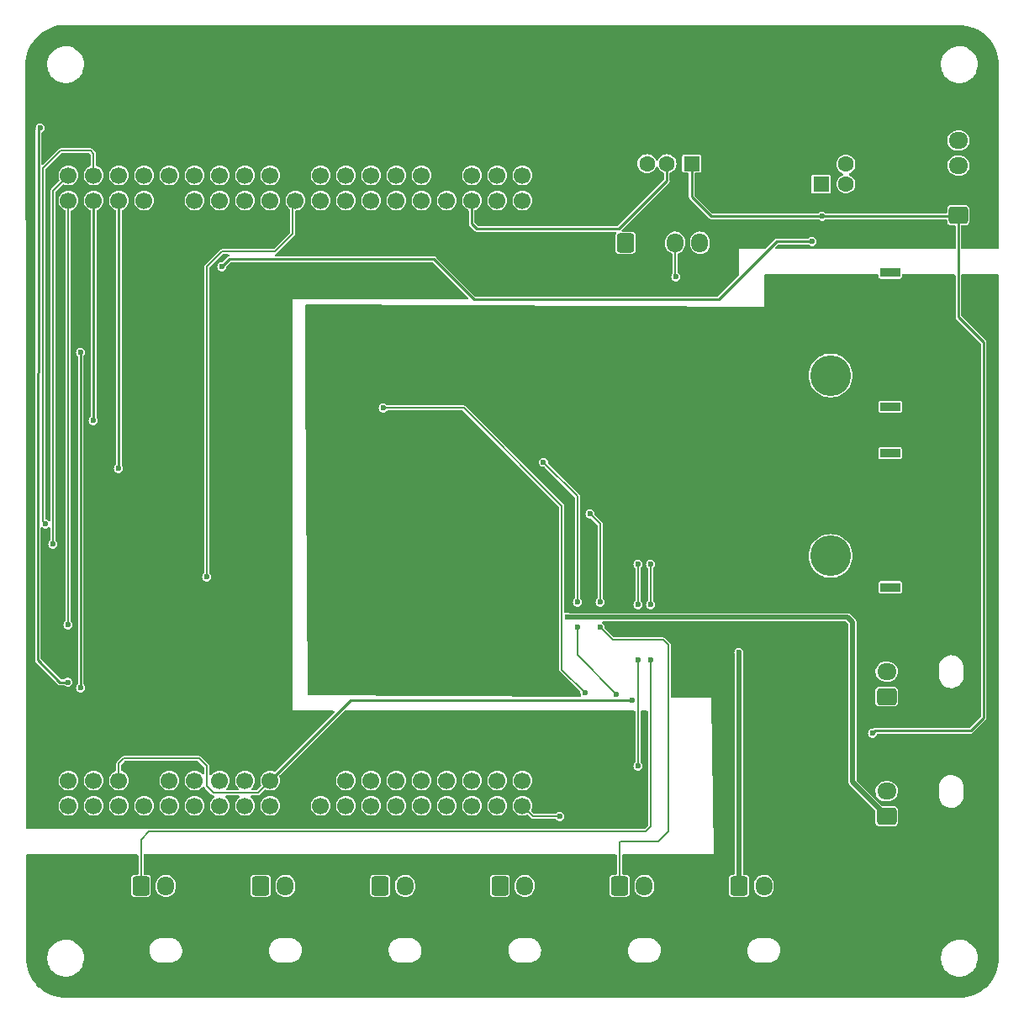
<source format=gbl>
%TF.GenerationSoftware,KiCad,Pcbnew,7.0.7*%
%TF.CreationDate,2024-03-01T22:49:55+09:00*%
%TF.ProjectId,ALTAIR_SERVO_MODULE_V2,414c5441-4952-45f5-9345-52564f5f4d4f,rev?*%
%TF.SameCoordinates,Original*%
%TF.FileFunction,Copper,L2,Bot*%
%TF.FilePolarity,Positive*%
%FSLAX46Y46*%
G04 Gerber Fmt 4.6, Leading zero omitted, Abs format (unit mm)*
G04 Created by KiCad (PCBNEW 7.0.7) date 2024-03-01 22:49:55*
%MOMM*%
%LPD*%
G01*
G04 APERTURE LIST*
G04 Aperture macros list*
%AMRoundRect*
0 Rectangle with rounded corners*
0 $1 Rounding radius*
0 $2 $3 $4 $5 $6 $7 $8 $9 X,Y pos of 4 corners*
0 Add a 4 corners polygon primitive as box body*
4,1,4,$2,$3,$4,$5,$6,$7,$8,$9,$2,$3,0*
0 Add four circle primitives for the rounded corners*
1,1,$1+$1,$2,$3*
1,1,$1+$1,$4,$5*
1,1,$1+$1,$6,$7*
1,1,$1+$1,$8,$9*
0 Add four rect primitives between the rounded corners*
20,1,$1+$1,$2,$3,$4,$5,0*
20,1,$1+$1,$4,$5,$6,$7,0*
20,1,$1+$1,$6,$7,$8,$9,0*
20,1,$1+$1,$8,$9,$2,$3,0*%
G04 Aperture macros list end*
%TA.AperFunction,ComponentPad*%
%ADD10RoundRect,0.250000X0.725000X-0.600000X0.725000X0.600000X-0.725000X0.600000X-0.725000X-0.600000X0*%
%TD*%
%TA.AperFunction,ComponentPad*%
%ADD11O,1.950000X1.700000*%
%TD*%
%TA.AperFunction,ComponentPad*%
%ADD12R,2.000000X0.900000*%
%TD*%
%TA.AperFunction,ComponentPad*%
%ADD13RoundRect,1.025000X-1.025000X1.025000X-1.025000X-1.025000X1.025000X-1.025000X1.025000X1.025000X0*%
%TD*%
%TA.AperFunction,ComponentPad*%
%ADD14C,4.100000*%
%TD*%
%TA.AperFunction,ComponentPad*%
%ADD15RoundRect,0.250000X-0.600000X-0.725000X0.600000X-0.725000X0.600000X0.725000X-0.600000X0.725000X0*%
%TD*%
%TA.AperFunction,ComponentPad*%
%ADD16O,1.700000X1.950000*%
%TD*%
%TA.AperFunction,ComponentPad*%
%ADD17R,1.600000X1.500000*%
%TD*%
%TA.AperFunction,ComponentPad*%
%ADD18C,1.600000*%
%TD*%
%TA.AperFunction,ComponentPad*%
%ADD19C,3.000000*%
%TD*%
%TA.AperFunction,ComponentPad*%
%ADD20R,1.600000X1.600000*%
%TD*%
%TA.AperFunction,ComponentPad*%
%ADD21C,4.000000*%
%TD*%
%TA.AperFunction,ComponentPad*%
%ADD22C,1.700000*%
%TD*%
%TA.AperFunction,ViaPad*%
%ADD23C,0.600000*%
%TD*%
%TA.AperFunction,Conductor*%
%ADD24C,0.200000*%
%TD*%
%TA.AperFunction,Conductor*%
%ADD25C,0.500000*%
%TD*%
%TA.AperFunction,Conductor*%
%ADD26C,0.250000*%
%TD*%
G04 APERTURE END LIST*
D10*
%TO.P,J7,1,Pin_1*%
%TO.N,s7*%
X192680000Y-125690000D03*
D11*
%TO.P,J7,2,Pin_2*%
%TO.N,VCC*%
X192680000Y-123190000D03*
%TO.P,J7,3,Pin_3*%
%TO.N,GND1*%
X192680000Y-120690000D03*
%TD*%
D12*
%TO.P,J9,*%
%TO.N,*%
X193040000Y-70955000D03*
X193040000Y-84455000D03*
D13*
%TO.P,J9,1,Pin_1*%
%TO.N,GND1*%
X187040000Y-74105000D03*
D14*
%TO.P,J9,2,Pin_2*%
%TO.N,VCC*%
X187040000Y-81305000D03*
%TD*%
D15*
%TO.P,J5,1,Pin_1*%
%TO.N,s5*%
X165775000Y-132715000D03*
D16*
%TO.P,J5,2,Pin_2*%
%TO.N,VCC*%
X168275000Y-132715000D03*
%TO.P,J5,3,Pin_3*%
%TO.N,GND1*%
X170775000Y-132715000D03*
%TD*%
D15*
%TO.P,J4,1,Pin_1*%
%TO.N,s4*%
X153725000Y-132715000D03*
D16*
%TO.P,J4,2,Pin_2*%
%TO.N,VCC*%
X156225000Y-132715000D03*
%TO.P,J4,3,Pin_3*%
%TO.N,GND1*%
X158725000Y-132715000D03*
%TD*%
D15*
%TO.P,J3,1,Pin_1*%
%TO.N,s3*%
X141675000Y-132715000D03*
D16*
%TO.P,J3,2,Pin_2*%
%TO.N,VCC*%
X144175000Y-132715000D03*
%TO.P,J3,3,Pin_3*%
%TO.N,GND1*%
X146675000Y-132715000D03*
%TD*%
D15*
%TO.P,J1,1,Pin_1*%
%TO.N,s1*%
X117575000Y-132715000D03*
D16*
%TO.P,J1,2,Pin_2*%
%TO.N,VCC*%
X120075000Y-132715000D03*
%TO.P,J1,3,Pin_3*%
%TO.N,GND1*%
X122575000Y-132715000D03*
%TD*%
D15*
%TO.P,J6,1,Pin_1*%
%TO.N,s6*%
X177815000Y-132715000D03*
D16*
%TO.P,J6,2,Pin_2*%
%TO.N,VCC*%
X180315000Y-132715000D03*
%TO.P,J6,3,Pin_3*%
%TO.N,GND1*%
X182815000Y-132715000D03*
%TD*%
D17*
%TO.P,J11,1,VBUS*%
%TO.N,+5V*%
X173045000Y-59970000D03*
D18*
%TO.P,J11,2,D-*%
%TO.N,A10*%
X170545000Y-59970000D03*
%TO.P,J11,3,D+*%
%TO.N,A9*%
X168545000Y-59970000D03*
%TO.P,J11,4,GND*%
%TO.N,GND*%
X166045000Y-59970000D03*
D19*
%TO.P,J11,5,Shield*%
X176115000Y-57260000D03*
X162975000Y-57260000D03*
%TD*%
D20*
%TO.P,J12,1,VBUS*%
%TO.N,+5V*%
X186075000Y-62032500D03*
D18*
%TO.P,J12,2,D-*%
%TO.N,C10*%
X188575000Y-62032500D03*
%TO.P,J12,3,D+*%
%TO.N,C11*%
X188575000Y-60032500D03*
%TO.P,J12,4,GND*%
%TO.N,GND*%
X186075000Y-60032500D03*
D21*
%TO.P,J12,5,Shield*%
X181325000Y-57172500D03*
X193325000Y-57172500D03*
%TD*%
D15*
%TO.P,J2,1,Pin_1*%
%TO.N,s2*%
X129625000Y-132715000D03*
D16*
%TO.P,J2,2,Pin_2*%
%TO.N,VCC*%
X132125000Y-132715000D03*
%TO.P,J2,3,Pin_3*%
%TO.N,GND1*%
X134625000Y-132715000D03*
%TD*%
D15*
%TO.P,J13,1,Pin_1*%
%TO.N,+5V*%
X166370000Y-67945000D03*
D16*
%TO.P,J13,2,Pin_2*%
%TO.N,GND*%
X168870000Y-67945000D03*
%TO.P,J13,3,Pin_3*%
%TO.N,A9*%
X171370000Y-67945000D03*
%TO.P,J13,4,Pin_4*%
%TO.N,A10*%
X173870000Y-67945000D03*
%TD*%
D10*
%TO.P,J8,1,Pin_1*%
%TO.N,s8*%
X192680000Y-113640000D03*
D11*
%TO.P,J8,2,Pin_2*%
%TO.N,VCC*%
X192680000Y-111140000D03*
%TO.P,J8,3,Pin_3*%
%TO.N,GND1*%
X192680000Y-108640000D03*
%TD*%
D22*
%TO.P,U2,1,RESET*%
%TO.N,unconnected-(U2-RESET-Pad1)*%
X125520786Y-122104214D03*
%TO.P,U2,2,BOOT0*%
%TO.N,unconnected-(U2-BOOT0-Pad2)*%
X117900786Y-124644214D03*
%TO.P,U2,3,IOREF*%
%TO.N,unconnected-(U2-IOREF-Pad3)*%
X122980786Y-122104214D03*
%TO.P,U2,4,AVDD*%
%TO.N,unconnected-(U2-AVDD-Pad4)*%
X117900786Y-63684214D03*
%TO.P,U2,5,VDD*%
%TO.N,unconnected-(U2-VDD-Pad5)*%
X115360786Y-124644214D03*
%TO.P,U2,6,VBAT*%
%TO.N,unconnected-(U2-VBAT-Pad6)*%
X150920786Y-124644214D03*
%TO.P,U2,7,VIN*%
%TO.N,unconnected-(U2-VIN-Pad7)*%
X138220786Y-122104214D03*
%TO.P,U2,8,U5V*%
%TO.N,+5V*%
X117900786Y-61144214D03*
%TO.P,U2,9,E5V*%
X115360786Y-122104214D03*
%TO.P,U2,10,+5V*%
X130600786Y-122104214D03*
%TO.P,U2,11,+3V3*%
%TO.N,+3.3V*%
X128060786Y-122104214D03*
%TO.P,U2,12,PA0(TIM2_CH1/TIM5_CH1/UART4_TX)*%
%TO.N,unconnected-(U2-PA0(TIM2_CH1{slash}TIM5_CH1{slash}UART4_TX)-Pad12)*%
X143300786Y-122104214D03*
%TO.P,U2,13,PA1(TIM2_CH2/TIM5CH2/UART4_RX)*%
%TO.N,unconnected-(U2-PA1(TIM2_CH2{slash}TIM5CH2{slash}UART4_RX)-Pad13)*%
X145840786Y-122104214D03*
%TO.P,U2,14,PA2(TIM2_CH3/TIM5_CH3/TIM9_CH1/USART2_TX)*%
%TO.N,unconnected-(U2-PA2(TIM2_CH3{slash}TIM5_CH3{slash}TIM9_CH1{slash}USART2_TX)-Pad14)*%
X153460786Y-63684214D03*
%TO.P,U2,15,PA3(TIM2_CH4/TIM5_CH4/TIM9_CH2/USART2_RX)*%
%TO.N,unconnected-(U2-PA3(TIM2_CH4{slash}TIM5_CH4{slash}TIM9_CH2{slash}USART2_RX)-Pad15)*%
X156000786Y-63684214D03*
%TO.P,U2,16,PA4*%
%TO.N,unconnected-(U2-PA4-Pad16)*%
X148380786Y-122104214D03*
%TO.P,U2,17,PA5(TIM2_CH1)*%
%TO.N,unconnected-(U2-PA5(TIM2_CH1)-Pad17)*%
X122980786Y-63684214D03*
%TO.P,U2,18,PA6(TIM3_CH1/TIM13_CH1)*%
%TO.N,unconnected-(U2-PA6(TIM3_CH1{slash}TIM13_CH1)-Pad18)*%
X125520786Y-63684214D03*
%TO.P,U2,19,PA7(TIM3_CH2/TIM14_CH1)*%
%TO.N,unconnected-(U2-PA7(TIM3_CH2{slash}TIM14_CH1)-Pad19)*%
X128060786Y-63684214D03*
%TO.P,U2,20,PA8(TIM1_CH1/12C3_SCL)*%
%TO.N,unconnected-(U2-PA8(TIM1_CH1{slash}12C3_SCL)-Pad20)*%
X138220786Y-63684214D03*
%TO.P,U2,21,PA9(TIM1_CH2/USART1_TX)*%
%TO.N,A9*%
X135680786Y-63684214D03*
%TO.P,U2,22,PA10(TIM1_CH3/USART1_RX)*%
%TO.N,A10*%
X150920786Y-63684214D03*
%TO.P,U2,23,PA11(TIM1_CH4/CAN1_RX)*%
%TO.N,unconnected-(U2-PA11(TIM1_CH4{slash}CAN1_RX)-Pad23)*%
X125520786Y-61144214D03*
%TO.P,U2,24,PA12(CAN1_TX)*%
%TO.N,unconnected-(U2-PA12(CAN1_TX)-Pad24)*%
X122980786Y-61144214D03*
%TO.P,U2,25,PA13(JTCK-SWDIO)*%
%TO.N,unconnected-(U2-PA13(JTCK-SWDIO)-Pad25)*%
X125520786Y-124644214D03*
%TO.P,U2,26,PA14(JTCK-SWCLK)*%
%TO.N,unconnected-(U2-PA14(JTCK-SWCLK)-Pad26)*%
X128060786Y-124644214D03*
%TO.P,U2,27,PA15(TIM2_CH1)*%
%TO.N,unconnected-(U2-PA15(TIM2_CH1)-Pad27)*%
X130600786Y-124644214D03*
%TO.P,U2,28,PD2(UART5_RX)*%
%TO.N,unconnected-(U2-PD2(UART5_RX)-Pad28)*%
X112820786Y-122104214D03*
%TO.P,U2,29,PH0*%
%TO.N,unconnected-(U2-PH0-Pad29)*%
X145840786Y-124644214D03*
%TO.P,U2,30,PH1*%
%TO.N,unconnected-(U2-PH1-Pad30)*%
X148380786Y-124644214D03*
%TO.P,U2,31,(TIM3_CH3)PB0*%
%TO.N,unconnected-(U2-(TIM3_CH3)PB0-Pad31)*%
X150920786Y-122104214D03*
%TO.P,U2,32,(TIM3_CH4)PB1*%
%TO.N,unconnected-(U2-(TIM3_CH4)PB1-Pad32)*%
X138220786Y-61144214D03*
%TO.P,U2,33,(TIM2_CH4)PB2*%
%TO.N,unconnected-(U2-(TIM2_CH4)PB2-Pad33)*%
X135680786Y-61144214D03*
%TO.P,U2,34,(TIM3_CH1/12C2_SDA)PB3*%
%TO.N,unconnected-(U2-(TIM3_CH1{slash}12C2_SDA)PB3-Pad34)*%
X148380786Y-63684214D03*
%TO.P,U2,35,(TIM3_CH1/12C3_SDA)PB4*%
%TO.N,unconnected-(U2-(TIM3_CH1{slash}12C3_SDA)PB4-Pad35)*%
X143300786Y-63684214D03*
%TO.P,U2,36,(TIM3_CH2/CAN2_RX)PB5*%
%TO.N,unconnected-(U2-(TIM3_CH2{slash}CAN2_RX)PB5-Pad36)*%
X145840786Y-63684214D03*
%TO.P,U2,37,(TIM4_CH1/12C1_SCL/USART1_TX/CAN2_TX)PB6*%
%TO.N,B6*%
X130600786Y-63684214D03*
%TO.P,U2,38,(TIM4_CH2/12C1_SDA/USART1_RX)PB7*%
%TO.N,B7*%
X135680786Y-124644214D03*
%TO.P,U2,39,(TIM2_CH1/TIM4_CH3/TIM10_CH1/12C1_SCL/CAN1_RX)PB8*%
%TO.N,B8*%
X112820786Y-63684214D03*
%TO.P,U2,40,(TIM2_CH2/TIM4_CH4/TIM11_CH1/12C1_SDA/CAN1_TX)PB9*%
%TO.N,B9*%
X115360786Y-63684214D03*
%TO.P,U2,41,(TIM_2CH3/12C2_SCL/USART3_RX)PB10*%
%TO.N,unconnected-(U2-(TIM_2CH3{slash}12C2_SCL{slash}USART3_RX)PB10-Pad41)*%
X140760786Y-63684214D03*
%TO.P,U2,42,(CAN2_RX)PB12*%
%TO.N,unconnected-(U2-(CAN2_RX)PB12-Pad42)*%
X128060786Y-61144214D03*
%TO.P,U2,43,(CAN2_TX)PB13*%
%TO.N,unconnected-(U2-(CAN2_TX)PB13-Pad43)*%
X145840786Y-61144214D03*
%TO.P,U2,44,(TIM12_CH1)PB14*%
%TO.N,unconnected-(U2-(TIM12_CH1)PB14-Pad44)*%
X143300786Y-61144214D03*
%TO.P,U2,45,(TIM12_CH2)PB15*%
%TO.N,unconnected-(U2-(TIM12_CH2)PB15-Pad45)*%
X140760786Y-61144214D03*
%TO.P,U2,46,PC0(PB9)*%
%TO.N,Net-(U2-PC0(PB9))*%
X156000786Y-122104214D03*
%TO.P,U2,47,PC1(PB9)*%
%TO.N,Net-(U2-PC1(PB9))*%
X153460786Y-122104214D03*
%TO.P,U2,48,PC2*%
%TO.N,Net-(U2-PC2)*%
X153460786Y-124644214D03*
%TO.P,U2,49,PC3*%
%TO.N,Net-(U2-PC3)*%
X156000786Y-124644214D03*
%TO.P,U2,50,PC4*%
%TO.N,unconnected-(U2-PC4-Pad50)*%
X150920786Y-61144214D03*
%TO.P,U2,51,(USART3_RX)PC5*%
%TO.N,unconnected-(U2-(USART3_RX)PC5-Pad51)*%
X115360786Y-61144214D03*
%TO.P,U2,52,(TIM3_CH1/TIM8_CH1/USART6_TX)PC6*%
%TO.N,C6*%
X112820786Y-61144214D03*
%TO.P,U2,53,(TIM3_CH2/TIM8_CH2/USART6_RX)PC7*%
%TO.N,C7*%
X133140786Y-63684214D03*
%TO.P,U2,54,(TIM3_CH3/TIM8_CH3)PC8*%
%TO.N,C8*%
X110280786Y-61144214D03*
%TO.P,U2,55,(TIM3_CH4/TIM8_CH4/12C3_SDA)PC9*%
%TO.N,C9*%
X110280786Y-63684214D03*
%TO.P,U2,56,(USART3_TX/UART4_TX)PC10*%
%TO.N,C10*%
X110280786Y-124644214D03*
%TO.P,U2,57,(USART3_RX/UART4_RX)PC11*%
%TO.N,C11*%
X110280786Y-122104214D03*
%TO.P,U2,58,(12C2_SDA/UART5_TX)PC12*%
%TO.N,unconnected-(U2-(12C2_SDA{slash}UART5_TX)PC12-Pad58)*%
X112820786Y-124644214D03*
%TO.P,U2,59,PC13*%
%TO.N,unconnected-(U2-PC13-Pad59)*%
X138220786Y-124644214D03*
%TO.P,U2,60,PC14*%
%TO.N,unconnected-(U2-PC14-Pad60)*%
X140760786Y-124644214D03*
%TO.P,U2,61,PC15*%
%TO.N,unconnected-(U2-PC15-Pad61)*%
X143300786Y-124644214D03*
%TO.P,U2,62,GND*%
%TO.N,GND*%
X133140786Y-124644214D03*
X117900786Y-122104214D03*
X133140786Y-122104214D03*
X135680786Y-122104214D03*
X120440786Y-63684214D03*
X133140786Y-61144214D03*
X148380786Y-61144214D03*
%TO.P,U2,63*%
%TO.N,N/C*%
X122980786Y-124644214D03*
%TO.P,U2,64*%
X120440786Y-122104214D03*
%TO.P,U2,65*%
X120440786Y-124644214D03*
%TO.P,U2,66*%
X140760786Y-122104214D03*
%TO.P,U2,67*%
X120440786Y-61144214D03*
%TO.P,U2,68*%
X130600786Y-61144214D03*
%TO.P,U2,69*%
X153460786Y-61144214D03*
%TO.P,U2,70*%
X156000786Y-61144214D03*
%TD*%
D10*
%TO.P,J14,1,Pin_1*%
%TO.N,+5V*%
X199898000Y-65158000D03*
D11*
%TO.P,J14,2,Pin_2*%
%TO.N,GND*%
X199898000Y-62658000D03*
%TO.P,J14,3,Pin_3*%
%TO.N,C11*%
X199898000Y-60158000D03*
%TO.P,J14,4,Pin_4*%
%TO.N,C10*%
X199898000Y-57658000D03*
%TD*%
D12*
%TO.P,J15,*%
%TO.N,*%
X193040000Y-89135000D03*
X193040000Y-102635000D03*
D13*
%TO.P,J15,1,Pin_1*%
%TO.N,GND1*%
X187040000Y-92285000D03*
D14*
%TO.P,J15,2,Pin_2*%
%TO.N,VCC*%
X187040000Y-99485000D03*
%TD*%
D23*
%TO.N,GND*%
X129540000Y-114300000D03*
X124460000Y-114300000D03*
X119380000Y-114300000D03*
X157480000Y-116840000D03*
X119380000Y-99060000D03*
X119380000Y-76200000D03*
X114300000Y-71120000D03*
X137160000Y-68580000D03*
X116840000Y-116840000D03*
X111760000Y-73660000D03*
X124460000Y-109220000D03*
X165100000Y-119380000D03*
X144780000Y-66040000D03*
X121920000Y-73660000D03*
X137160000Y-116840000D03*
X124460000Y-66040000D03*
X160020000Y-119380000D03*
X114300000Y-93980000D03*
X142240000Y-68580000D03*
X111760000Y-68580000D03*
X119380000Y-93980000D03*
X114300000Y-99060000D03*
X134620000Y-119380000D03*
X124460000Y-119380000D03*
X121920000Y-78740000D03*
X121920000Y-91440000D03*
X116840000Y-68580000D03*
X121920000Y-101600000D03*
X127000000Y-78740000D03*
X116840000Y-101600000D03*
X139700000Y-66040000D03*
X142240000Y-116840000D03*
X144780000Y-119380000D03*
X114300000Y-83820000D03*
X147320000Y-68580000D03*
X119380000Y-104140000D03*
X114300000Y-66040000D03*
X129540000Y-119380000D03*
X152400000Y-68580000D03*
X114300000Y-88900000D03*
X116840000Y-91440000D03*
X119380000Y-88900000D03*
X132080000Y-116840000D03*
X116840000Y-78740000D03*
X149860000Y-119380000D03*
X121920000Y-68580000D03*
X119380000Y-109220000D03*
X139700000Y-119380000D03*
X114300000Y-109220000D03*
X147320000Y-116840000D03*
X119380000Y-83820000D03*
X152400000Y-116840000D03*
X154940000Y-119380000D03*
X134620000Y-66040000D03*
X162560000Y-116840000D03*
X127000000Y-116840000D03*
X119380000Y-66040000D03*
X149860000Y-66040000D03*
X121920000Y-116840000D03*
%TO.N,GND1*%
X180340000Y-142240000D03*
X198120000Y-76200000D03*
X149860000Y-96520000D03*
X154940000Y-142240000D03*
X106680000Y-134620000D03*
X200660000Y-132080000D03*
X144780000Y-91440000D03*
X152400000Y-104140000D03*
X147320000Y-78740000D03*
X182880000Y-104140000D03*
X147320000Y-104140000D03*
X154940000Y-111760000D03*
X144780000Y-101600000D03*
X203200000Y-83820000D03*
X190500000Y-142240000D03*
X180340000Y-121920000D03*
X203200000Y-104140000D03*
X144780000Y-86360000D03*
X203200000Y-114300000D03*
X182880000Y-129540000D03*
X180340000Y-101600000D03*
X165100000Y-142240000D03*
X154940000Y-76200000D03*
X157480000Y-104140000D03*
X172720000Y-93980000D03*
X203200000Y-129540000D03*
X147320000Y-109220000D03*
X195580000Y-76200000D03*
X144780000Y-111760000D03*
X154940000Y-106680000D03*
X187960000Y-129540000D03*
X190500000Y-127000000D03*
X187960000Y-119380000D03*
X114300000Y-132080000D03*
X119380000Y-142240000D03*
X177800000Y-99060000D03*
X187960000Y-124460000D03*
X195580000Y-137160000D03*
X139700000Y-142240000D03*
X144780000Y-81280000D03*
X157480000Y-99060000D03*
X147320000Y-93980000D03*
X152400000Y-93980000D03*
X182880000Y-99060000D03*
X138684000Y-106934000D03*
X138684000Y-75438000D03*
X203200000Y-124460000D03*
X116840000Y-139700000D03*
X180340000Y-106680000D03*
X198120000Y-73660000D03*
X149860000Y-81280000D03*
X147320000Y-88900000D03*
X182880000Y-93980000D03*
X147320000Y-99060000D03*
X193040000Y-73660000D03*
X154940000Y-101600000D03*
X177800000Y-93980000D03*
X157480000Y-109220000D03*
X157480000Y-78740000D03*
X185420000Y-106680000D03*
X180340000Y-96520000D03*
X134620000Y-142240000D03*
X177800000Y-104140000D03*
X147320000Y-83820000D03*
X124460000Y-142240000D03*
X182880000Y-139700000D03*
X127000000Y-139700000D03*
X172720000Y-139700000D03*
X182880000Y-119380000D03*
X185420000Y-121920000D03*
X198120000Y-134620000D03*
X154940000Y-86360000D03*
X170180000Y-142240000D03*
X157480000Y-88900000D03*
X142240000Y-139700000D03*
X149860000Y-91440000D03*
X152400000Y-83820000D03*
X149860000Y-76200000D03*
X203200000Y-119380000D03*
X157480000Y-93980000D03*
X200660000Y-127000000D03*
X138684000Y-80518000D03*
X175260000Y-96520000D03*
X185420000Y-96520000D03*
X193040000Y-129540000D03*
X182880000Y-124460000D03*
X185420000Y-111760000D03*
X138684000Y-90932000D03*
X193040000Y-76200000D03*
X109220000Y-137160000D03*
X138684000Y-112268000D03*
X154940000Y-96520000D03*
X160020000Y-142240000D03*
X144780000Y-142240000D03*
X182880000Y-109220000D03*
X203200000Y-99060000D03*
X187960000Y-139700000D03*
X203200000Y-134620000D03*
X138684000Y-101600000D03*
X114300000Y-137160000D03*
X203200000Y-73660000D03*
X175260000Y-142240000D03*
X172720000Y-99060000D03*
X162560000Y-139700000D03*
X172720000Y-109220000D03*
X149860000Y-111760000D03*
X177800000Y-139700000D03*
X154940000Y-81280000D03*
X175260000Y-101600000D03*
X152400000Y-99060000D03*
X190500000Y-106680000D03*
X203200000Y-93980000D03*
X137160000Y-139700000D03*
X152400000Y-109220000D03*
X195580000Y-73660000D03*
X138684000Y-85852000D03*
X149860000Y-106680000D03*
X190500000Y-76200000D03*
X152400000Y-78740000D03*
X149860000Y-101600000D03*
X152400000Y-88900000D03*
X185420000Y-142240000D03*
X129540000Y-142240000D03*
X187960000Y-109220000D03*
X180340000Y-111760000D03*
X203200000Y-109220000D03*
X147320000Y-139700000D03*
X109220000Y-132080000D03*
X190500000Y-132080000D03*
X144780000Y-106680000D03*
X187960000Y-114300000D03*
X185420000Y-127000000D03*
X152400000Y-139700000D03*
X193040000Y-139700000D03*
X114300000Y-142240000D03*
X111760000Y-134620000D03*
X154940000Y-91440000D03*
X190500000Y-73660000D03*
X200660000Y-121920000D03*
X138684000Y-96520000D03*
X180340000Y-127000000D03*
X203200000Y-88900000D03*
X149860000Y-86360000D03*
X144780000Y-76200000D03*
X203200000Y-78740000D03*
X182880000Y-114300000D03*
X157480000Y-83820000D03*
X190500000Y-121920000D03*
X175260000Y-111760000D03*
X149860000Y-142240000D03*
X144780000Y-96520000D03*
%TO.N,s1*%
X168910000Y-109982000D03*
X168910000Y-104394000D03*
X168910000Y-100330000D03*
%TO.N,s2*%
X167640000Y-120650000D03*
X167640000Y-100330000D03*
X167640000Y-109982000D03*
X167640000Y-104394000D03*
%TO.N,s3*%
X141986000Y-84582000D03*
X162306000Y-113284000D03*
%TO.N,s4*%
X161544000Y-104140000D03*
X161544000Y-106680000D03*
X158115000Y-90043000D03*
X165481000Y-113411000D03*
%TO.N,s5*%
X163830000Y-104140000D03*
X163830000Y-106680000D03*
X162814000Y-95250000D03*
%TO.N,s6*%
X177800000Y-109220000D03*
%TO.N,s7*%
X160528000Y-105664000D03*
%TO.N,B8*%
X112776000Y-85852000D03*
%TO.N,B9*%
X115316000Y-90678000D03*
%TO.N,C6*%
X107950000Y-96266000D03*
%TO.N,C7*%
X124206000Y-101600000D03*
%TO.N,C8*%
X108712000Y-98298000D03*
%TO.N,C9*%
X110236000Y-106426000D03*
%TO.N,C10*%
X185166000Y-67818000D03*
X111506000Y-112776000D03*
X125730000Y-70358000D03*
X111506000Y-78994000D03*
%TO.N,C11*%
X110236000Y-112198600D03*
X107442000Y-56388000D03*
%TO.N,+5V*%
X167088100Y-114046000D03*
X191262000Y-117348000D03*
X186182000Y-65278000D03*
%TO.N,A9*%
X171450000Y-71374000D03*
%TO.N,Net-(U2-PC3)*%
X159766000Y-125730000D03*
%TD*%
D24*
%TO.N,s1*%
X117575000Y-128043000D02*
X117575000Y-132715000D01*
X168402000Y-127254000D02*
X118364000Y-127254000D01*
X168910000Y-109982000D02*
X168910000Y-126746000D01*
X168910000Y-126746000D02*
X168402000Y-127254000D01*
X168910000Y-100330000D02*
X168910000Y-104394000D01*
X118364000Y-127254000D02*
X117575000Y-128043000D01*
%TO.N,s2*%
X167640000Y-109982000D02*
X167640000Y-120650000D01*
X167640000Y-100330000D02*
X167640000Y-104394000D01*
%TO.N,s3*%
X159975600Y-110953600D02*
X159975600Y-94443600D01*
X162306000Y-113284000D02*
X159975600Y-110953600D01*
X159975600Y-94443600D02*
X150114000Y-84582000D01*
X150114000Y-84582000D02*
X141986000Y-84582000D01*
%TO.N,s4*%
X161544000Y-109474000D02*
X161544000Y-106680000D01*
X161544000Y-93472000D02*
X158115000Y-90043000D01*
X157988000Y-89916000D02*
X158115000Y-90043000D01*
X161544000Y-104140000D02*
X161544000Y-93472000D01*
X165481000Y-113411000D02*
X161544000Y-109474000D01*
%TO.N,s5*%
X165775000Y-132715000D02*
X165775000Y-128357000D01*
X170688000Y-108458000D02*
X170180000Y-107950000D01*
X165100000Y-107950000D02*
X163830000Y-106680000D01*
X170180000Y-107950000D02*
X165100000Y-107950000D01*
X169672000Y-128270000D02*
X170688000Y-127254000D01*
X163830000Y-96266000D02*
X163830000Y-104140000D01*
X170688000Y-127254000D02*
X170688000Y-108458000D01*
X162814000Y-95250000D02*
X163830000Y-96266000D01*
X165862000Y-128270000D02*
X169672000Y-128270000D01*
X165775000Y-128357000D02*
X165862000Y-128270000D01*
D25*
%TO.N,s6*%
X177800000Y-132700000D02*
X177815000Y-132715000D01*
X177800000Y-109220000D02*
X177800000Y-132700000D01*
%TO.N,s7*%
X189230000Y-106172000D02*
X189230000Y-122240000D01*
X189230000Y-122240000D02*
X192680000Y-125690000D01*
X160528000Y-105664000D02*
X188722000Y-105664000D01*
X188722000Y-105664000D02*
X189230000Y-106172000D01*
D26*
%TO.N,B8*%
X112820786Y-85807214D02*
X112820786Y-63684214D01*
X112776000Y-85852000D02*
X112820786Y-85807214D01*
%TO.N,B9*%
X115360786Y-90633214D02*
X115360786Y-63684214D01*
X115316000Y-90678000D02*
X115360786Y-90633214D01*
D24*
%TO.N,C6*%
X107696000Y-60452000D02*
X109474000Y-58674000D01*
X107950000Y-96266000D02*
X107696000Y-96012000D01*
X112522000Y-58674000D02*
X112820786Y-58972786D01*
X112820786Y-58972786D02*
X112820786Y-61144214D01*
X107696000Y-96012000D02*
X107696000Y-60452000D01*
X109474000Y-58674000D02*
X112522000Y-58674000D01*
%TO.N,C7*%
X124206000Y-101600000D02*
X124206000Y-70358000D01*
X131064000Y-68834000D02*
X132842000Y-67056000D01*
X132842000Y-63983000D02*
X133140786Y-63684214D01*
X124206000Y-70358000D02*
X125730000Y-68834000D01*
X132842000Y-67056000D02*
X132842000Y-63983000D01*
X125730000Y-68834000D02*
X131064000Y-68834000D01*
%TO.N,C8*%
X108712000Y-98298000D02*
X108712000Y-62713000D01*
X108712000Y-62713000D02*
X110280786Y-61144214D01*
%TO.N,C9*%
X110236000Y-106426000D02*
X110280786Y-106381214D01*
X110280786Y-106381214D02*
X110280786Y-63684214D01*
D26*
%TO.N,C10*%
X163576000Y-73660000D02*
X151130000Y-73660000D01*
X111506000Y-82042000D02*
X111506000Y-112776000D01*
X180594000Y-68834000D02*
X175768000Y-73660000D01*
X181610000Y-67818000D02*
X180594000Y-68834000D01*
X185166000Y-67818000D02*
X181610000Y-67818000D01*
X175768000Y-73660000D02*
X163576000Y-73660000D01*
X111506000Y-78994000D02*
X111506000Y-82042000D01*
X126492000Y-69596000D02*
X125730000Y-70358000D01*
X147066000Y-69596000D02*
X126492000Y-69596000D01*
X151130000Y-73660000D02*
X147066000Y-69596000D01*
%TO.N,C11*%
X107188000Y-109982000D02*
X107188000Y-81080567D01*
X107188000Y-81080567D02*
X107257400Y-81011167D01*
X107257400Y-56572600D02*
X107442000Y-56388000D01*
X109404600Y-112198600D02*
X107188000Y-109982000D01*
X110236000Y-112198600D02*
X109404600Y-112198600D01*
X107257400Y-81011167D02*
X107257400Y-56572600D01*
D24*
%TO.N,+5V*%
X115824000Y-119888000D02*
X123444000Y-119888000D01*
X115360786Y-120351214D02*
X115824000Y-119888000D01*
D26*
X173045000Y-63317000D02*
X173045000Y-59970000D01*
X199898000Y-75438000D02*
X199898000Y-65158000D01*
X201168000Y-117094000D02*
X202438000Y-115824000D01*
X202438000Y-115824000D02*
X202438000Y-77978000D01*
X187198000Y-65278000D02*
X175006000Y-65278000D01*
X187198000Y-65278000D02*
X199778000Y-65278000D01*
X167088100Y-114046000D02*
X138659000Y-114046000D01*
D24*
X124874000Y-123350000D02*
X129355000Y-123350000D01*
D26*
X202438000Y-77978000D02*
X199898000Y-75438000D01*
D24*
X124206000Y-122682000D02*
X124874000Y-123350000D01*
D26*
X175006000Y-65278000D02*
X173045000Y-63317000D01*
D24*
X123444000Y-119888000D02*
X124206000Y-120650000D01*
D26*
X201168000Y-117094000D02*
X191516000Y-117094000D01*
D24*
X115360786Y-122104214D02*
X115360786Y-120351214D01*
D26*
X199778000Y-65278000D02*
X199898000Y-65158000D01*
X186182000Y-65278000D02*
X187198000Y-65278000D01*
X138659000Y-114046000D02*
X130600786Y-122104214D01*
D24*
X124206000Y-120650000D02*
X124206000Y-122682000D01*
D26*
X191516000Y-117094000D02*
X191262000Y-117348000D01*
D24*
X129355000Y-123350000D02*
X130600786Y-122104214D01*
%TO.N,A9*%
X171450000Y-71374000D02*
X171370000Y-71294000D01*
X171370000Y-71294000D02*
X171370000Y-67945000D01*
D26*
%TO.N,A10*%
X151384000Y-66548000D02*
X150876000Y-66040000D01*
X165696144Y-66548000D02*
X151384000Y-66548000D01*
X150876000Y-66040000D02*
X150876000Y-63729000D01*
X170545000Y-61699144D02*
X165696144Y-66548000D01*
X170545000Y-59970000D02*
X170545000Y-61699144D01*
X150876000Y-63729000D02*
X150920786Y-63684214D01*
D24*
%TO.N,Net-(U2-PC3)*%
X157086572Y-125730000D02*
X156000786Y-124644214D01*
X159766000Y-125730000D02*
X157086572Y-125730000D01*
%TD*%
%TA.AperFunction,Conductor*%
%TO.N,GND*%
G36*
X199971603Y-46025491D02*
G01*
X199971657Y-46025500D01*
X199991715Y-46025500D01*
X199998560Y-46025500D01*
X200001424Y-46025566D01*
X200363859Y-46042323D01*
X200369551Y-46042849D01*
X200727480Y-46092778D01*
X200733099Y-46093828D01*
X201084891Y-46176569D01*
X201090383Y-46178132D01*
X201368362Y-46271301D01*
X201433040Y-46292979D01*
X201438357Y-46295038D01*
X201768978Y-46441021D01*
X201774078Y-46443560D01*
X201838559Y-46479476D01*
X202089795Y-46619414D01*
X202094667Y-46622430D01*
X202392803Y-46826659D01*
X202397375Y-46830112D01*
X202675402Y-47060982D01*
X202679636Y-47064842D01*
X202935157Y-47320363D01*
X202939017Y-47324597D01*
X203169887Y-47602624D01*
X203173340Y-47607196D01*
X203377569Y-47905332D01*
X203380585Y-47910204D01*
X203556433Y-48225910D01*
X203558982Y-48231029D01*
X203704956Y-48561630D01*
X203707020Y-48566959D01*
X203821865Y-48909609D01*
X203823433Y-48915120D01*
X203906169Y-49266892D01*
X203907222Y-49272524D01*
X203957148Y-49630435D01*
X203957676Y-49636140D01*
X203974434Y-49998574D01*
X203974500Y-50001438D01*
X203974500Y-68456000D01*
X203954815Y-68523039D01*
X203902011Y-68568794D01*
X203850500Y-68580000D01*
X200299900Y-68580000D01*
X200232861Y-68560315D01*
X200187106Y-68507511D01*
X200175900Y-68456000D01*
X200175900Y-66284900D01*
X200195585Y-66217861D01*
X200248389Y-66172106D01*
X200299900Y-66160900D01*
X200654713Y-66160900D01*
X200749050Y-66145958D01*
X200749050Y-66145957D01*
X200749055Y-66145957D01*
X200862771Y-66088016D01*
X200953016Y-65997771D01*
X201010957Y-65884055D01*
X201010958Y-65884050D01*
X201025900Y-65789713D01*
X201025900Y-64526286D01*
X201010958Y-64431949D01*
X201010957Y-64431947D01*
X201010957Y-64431945D01*
X200953016Y-64318229D01*
X200953014Y-64318227D01*
X200953011Y-64318223D01*
X200862776Y-64227988D01*
X200862772Y-64227985D01*
X200862771Y-64227984D01*
X200749055Y-64170043D01*
X200749053Y-64170042D01*
X200749050Y-64170041D01*
X200654713Y-64155100D01*
X200654708Y-64155100D01*
X199141292Y-64155100D01*
X199141287Y-64155100D01*
X199046949Y-64170041D01*
X198933227Y-64227985D01*
X198933223Y-64227988D01*
X198842988Y-64318223D01*
X198842985Y-64318227D01*
X198785041Y-64431949D01*
X198770100Y-64526286D01*
X198770100Y-64876100D01*
X198750415Y-64943139D01*
X198697611Y-64988894D01*
X198646100Y-65000100D01*
X186597100Y-65000100D01*
X186530061Y-64980415D01*
X186503387Y-64957302D01*
X186481637Y-64932201D01*
X186429764Y-64898865D01*
X186372076Y-64861792D01*
X186288770Y-64837330D01*
X186247118Y-64825100D01*
X186247117Y-64825100D01*
X186116883Y-64825100D01*
X186116882Y-64825100D01*
X186054403Y-64843446D01*
X185991924Y-64861792D01*
X185991920Y-64861794D01*
X185991921Y-64861794D01*
X185882362Y-64932201D01*
X185860613Y-64957302D01*
X185801836Y-64995077D01*
X185766900Y-65000100D01*
X175172472Y-65000100D01*
X175105433Y-64980415D01*
X175084791Y-64963781D01*
X173359219Y-63238208D01*
X173325734Y-63176885D01*
X173322900Y-63150527D01*
X173322900Y-62847554D01*
X185122100Y-62847554D01*
X185130972Y-62892158D01*
X185130973Y-62892161D01*
X185164765Y-62942733D01*
X185164766Y-62942734D01*
X185215342Y-62976528D01*
X185215343Y-62976528D01*
X185215345Y-62976529D01*
X185237642Y-62980964D01*
X185259943Y-62985400D01*
X186890056Y-62985399D01*
X186934658Y-62976528D01*
X186985234Y-62942734D01*
X187019028Y-62892158D01*
X187027900Y-62847557D01*
X187027899Y-62032500D01*
X187617489Y-62032500D01*
X187635886Y-62219299D01*
X187690376Y-62398928D01*
X187778854Y-62564459D01*
X187778859Y-62564465D01*
X187897936Y-62709563D01*
X188043034Y-62828640D01*
X188043040Y-62828645D01*
X188208571Y-62917123D01*
X188208573Y-62917123D01*
X188208576Y-62917125D01*
X188388199Y-62971613D01*
X188575000Y-62990011D01*
X188761801Y-62971613D01*
X188941424Y-62917125D01*
X188941428Y-62917123D01*
X189106959Y-62828645D01*
X189106961Y-62828642D01*
X189106965Y-62828641D01*
X189252063Y-62709563D01*
X189371141Y-62564465D01*
X189371142Y-62564461D01*
X189371145Y-62564459D01*
X189459623Y-62398928D01*
X189459623Y-62398927D01*
X189459625Y-62398924D01*
X189514113Y-62219301D01*
X189532511Y-62032500D01*
X189514113Y-61845699D01*
X189459625Y-61666076D01*
X189459623Y-61666073D01*
X189459623Y-61666071D01*
X189371145Y-61500540D01*
X189371140Y-61500534D01*
X189252063Y-61355436D01*
X189106965Y-61236359D01*
X189106959Y-61236354D01*
X188941431Y-61147878D01*
X188939465Y-61147064D01*
X188938592Y-61146360D01*
X188936052Y-61145003D01*
X188936309Y-61144521D01*
X188885059Y-61103226D01*
X188862990Y-61036933D01*
X188880265Y-60969233D01*
X188931400Y-60921619D01*
X188939465Y-60917936D01*
X188941414Y-60917127D01*
X188941424Y-60917125D01*
X188982115Y-60895374D01*
X189106959Y-60828645D01*
X189106961Y-60828642D01*
X189106965Y-60828641D01*
X189252063Y-60709563D01*
X189371141Y-60564465D01*
X189371142Y-60564461D01*
X189371145Y-60564459D01*
X189459623Y-60398928D01*
X189459623Y-60398927D01*
X189459625Y-60398924D01*
X189514113Y-60219301D01*
X189515122Y-60209059D01*
X198766222Y-60209059D01*
X198797108Y-60410671D01*
X198797109Y-60410677D01*
X198861423Y-60584332D01*
X198867948Y-60601949D01*
X198975841Y-60775047D01*
X198975842Y-60775048D01*
X198975844Y-60775051D01*
X199116366Y-60922880D01*
X199116368Y-60922881D01*
X199116370Y-60922883D01*
X199283781Y-61039404D01*
X199471220Y-61119841D01*
X199671015Y-61160900D01*
X200073862Y-61160900D01*
X200225924Y-61145437D01*
X200420530Y-61084379D01*
X200420530Y-61084378D01*
X200420539Y-61084376D01*
X200598879Y-60985389D01*
X200753643Y-60852528D01*
X200878495Y-60691234D01*
X200968322Y-60508109D01*
X201019447Y-60310650D01*
X201029778Y-60106942D01*
X200998891Y-59905324D01*
X200928052Y-59714051D01*
X200820159Y-59540953D01*
X200820156Y-59540950D01*
X200820155Y-59540948D01*
X200679633Y-59393119D01*
X200679631Y-59393118D01*
X200512218Y-59276595D01*
X200324780Y-59196159D01*
X200124985Y-59155100D01*
X199722139Y-59155100D01*
X199722138Y-59155100D01*
X199570075Y-59170562D01*
X199375469Y-59231620D01*
X199375459Y-59231625D01*
X199197119Y-59330612D01*
X199197118Y-59330612D01*
X199042359Y-59463469D01*
X198917505Y-59624765D01*
X198827679Y-59807888D01*
X198776553Y-60005348D01*
X198766222Y-60209059D01*
X189515122Y-60209059D01*
X189532511Y-60032500D01*
X189514113Y-59845699D01*
X189459625Y-59666076D01*
X189459623Y-59666073D01*
X189459623Y-59666071D01*
X189371145Y-59500540D01*
X189371140Y-59500534D01*
X189252063Y-59355436D01*
X189106965Y-59236359D01*
X189106959Y-59236354D01*
X188941428Y-59147876D01*
X188761799Y-59093386D01*
X188575000Y-59074989D01*
X188388200Y-59093386D01*
X188208571Y-59147876D01*
X188043040Y-59236354D01*
X188043034Y-59236359D01*
X187897936Y-59355436D01*
X187778859Y-59500534D01*
X187778854Y-59500540D01*
X187690376Y-59666071D01*
X187635886Y-59845700D01*
X187617489Y-60032500D01*
X187635886Y-60219299D01*
X187690376Y-60398928D01*
X187778854Y-60564459D01*
X187778859Y-60564465D01*
X187897936Y-60709563D01*
X188043034Y-60828640D01*
X188043040Y-60828645D01*
X188208570Y-60917122D01*
X188208576Y-60917125D01*
X188208580Y-60917126D01*
X188210539Y-60917938D01*
X188211411Y-60918641D01*
X188213948Y-60919997D01*
X188213690Y-60920477D01*
X188264943Y-60961779D01*
X188287009Y-61028072D01*
X188269731Y-61095772D01*
X188218594Y-61143383D01*
X188210539Y-61147062D01*
X188208570Y-61147877D01*
X188043040Y-61236354D01*
X188043034Y-61236359D01*
X187897936Y-61355436D01*
X187778859Y-61500534D01*
X187778854Y-61500540D01*
X187690376Y-61666071D01*
X187635886Y-61845700D01*
X187617489Y-62032500D01*
X187027899Y-62032500D01*
X187027899Y-61217444D01*
X187019028Y-61172842D01*
X187019026Y-61172840D01*
X187019026Y-61172838D01*
X186985234Y-61122266D01*
X186945583Y-61095772D01*
X186934658Y-61088472D01*
X186934657Y-61088471D01*
X186934656Y-61088471D01*
X186934654Y-61088470D01*
X186890059Y-61079600D01*
X185259945Y-61079600D01*
X185215341Y-61088472D01*
X185215338Y-61088473D01*
X185164766Y-61122265D01*
X185130971Y-61172843D01*
X185130970Y-61172845D01*
X185122100Y-61217440D01*
X185122100Y-62847554D01*
X173322900Y-62847554D01*
X173322900Y-60996899D01*
X173342585Y-60929860D01*
X173395389Y-60884105D01*
X173446900Y-60872899D01*
X173860055Y-60872899D01*
X173860056Y-60872899D01*
X173904658Y-60864028D01*
X173955234Y-60830234D01*
X173989028Y-60779658D01*
X173989945Y-60775051D01*
X173993224Y-60758564D01*
X173997900Y-60735057D01*
X173997899Y-59204944D01*
X173989028Y-59160342D01*
X173989026Y-59160340D01*
X173989026Y-59160338D01*
X173955234Y-59109766D01*
X173955233Y-59109765D01*
X173904658Y-59075972D01*
X173904657Y-59075971D01*
X173904656Y-59075971D01*
X173904654Y-59075970D01*
X173860059Y-59067100D01*
X172229945Y-59067100D01*
X172185341Y-59075972D01*
X172185338Y-59075973D01*
X172134766Y-59109765D01*
X172100971Y-59160343D01*
X172100970Y-59160345D01*
X172092100Y-59204940D01*
X172092100Y-60735054D01*
X172100972Y-60779658D01*
X172100973Y-60779661D01*
X172133704Y-60828645D01*
X172134766Y-60830234D01*
X172185342Y-60864028D01*
X172185343Y-60864028D01*
X172185345Y-60864029D01*
X172207642Y-60868464D01*
X172229943Y-60872900D01*
X172643100Y-60872899D01*
X172710139Y-60892583D01*
X172755894Y-60945387D01*
X172767100Y-60996899D01*
X172767100Y-63258554D01*
X172766505Y-63267129D01*
X172764997Y-63277938D01*
X172767034Y-63322006D01*
X172767100Y-63324869D01*
X172767100Y-63342755D01*
X172767495Y-63344871D01*
X172768484Y-63353399D01*
X172769794Y-63381727D01*
X172771944Y-63386595D01*
X172780398Y-63413894D01*
X172781376Y-63419126D01*
X172796304Y-63443235D01*
X172800312Y-63450840D01*
X172811760Y-63476768D01*
X172811761Y-63476769D01*
X172811762Y-63476771D01*
X172815523Y-63480532D01*
X172833265Y-63502931D01*
X172836072Y-63507463D01*
X172858701Y-63524551D01*
X172865182Y-63530191D01*
X174768175Y-65433185D01*
X174773812Y-65439664D01*
X174780389Y-65448373D01*
X174812991Y-65478094D01*
X174815052Y-65480062D01*
X174827705Y-65492715D01*
X174827708Y-65492717D01*
X174829483Y-65493933D01*
X174836221Y-65499271D01*
X174854365Y-65515811D01*
X174857170Y-65518368D01*
X174857174Y-65518369D01*
X174857173Y-65518369D01*
X174862130Y-65520290D01*
X174887411Y-65533614D01*
X174891806Y-65536625D01*
X174919416Y-65543118D01*
X174927603Y-65545654D01*
X174954051Y-65555900D01*
X174959374Y-65555900D01*
X174987763Y-65559193D01*
X174992943Y-65560412D01*
X175021024Y-65556494D01*
X175029598Y-65555900D01*
X185766900Y-65555900D01*
X185833939Y-65575585D01*
X185860613Y-65598698D01*
X185882362Y-65623798D01*
X185882364Y-65623799D01*
X185991924Y-65694208D01*
X186093765Y-65724112D01*
X186116882Y-65730900D01*
X186116883Y-65730900D01*
X186247118Y-65730900D01*
X186266625Y-65725171D01*
X186372076Y-65694208D01*
X186481636Y-65623799D01*
X186481637Y-65623798D01*
X186503387Y-65598698D01*
X186562164Y-65560923D01*
X186597100Y-65555900D01*
X187146051Y-65555900D01*
X198646100Y-65555900D01*
X198713139Y-65575585D01*
X198758894Y-65628389D01*
X198770100Y-65679900D01*
X198770100Y-65789713D01*
X198785041Y-65884050D01*
X198785042Y-65884053D01*
X198785043Y-65884055D01*
X198841402Y-65994666D01*
X198842985Y-65997772D01*
X198842988Y-65997776D01*
X198933223Y-66088011D01*
X198933227Y-66088014D01*
X198933229Y-66088016D01*
X199046945Y-66145957D01*
X199046947Y-66145957D01*
X199046949Y-66145958D01*
X199141287Y-66160900D01*
X199141292Y-66160900D01*
X199496100Y-66160900D01*
X199563139Y-66180585D01*
X199608894Y-66233389D01*
X199620100Y-66284900D01*
X199620100Y-68456000D01*
X199600415Y-68523039D01*
X199547611Y-68568794D01*
X199496100Y-68580000D01*
X181540371Y-68580000D01*
X181473332Y-68560315D01*
X181427577Y-68507511D01*
X181417633Y-68438353D01*
X181446658Y-68374797D01*
X181452690Y-68368319D01*
X181548086Y-68272924D01*
X181688790Y-68132219D01*
X181750114Y-68098734D01*
X181776472Y-68095900D01*
X184750900Y-68095900D01*
X184817939Y-68115585D01*
X184844613Y-68138698D01*
X184866362Y-68163798D01*
X184866367Y-68163801D01*
X184975924Y-68234208D01*
X185077765Y-68264112D01*
X185100882Y-68270900D01*
X185100883Y-68270900D01*
X185231118Y-68270900D01*
X185250625Y-68265171D01*
X185356076Y-68234208D01*
X185465636Y-68163799D01*
X185550921Y-68065374D01*
X185605023Y-67946909D01*
X185623557Y-67818000D01*
X185605023Y-67689091D01*
X185550921Y-67570626D01*
X185465636Y-67472201D01*
X185465633Y-67472199D01*
X185465633Y-67472198D01*
X185388235Y-67422459D01*
X185356076Y-67401792D01*
X185272770Y-67377330D01*
X185231118Y-67365100D01*
X185231117Y-67365100D01*
X185100883Y-67365100D01*
X185100882Y-67365100D01*
X185038403Y-67383446D01*
X184975924Y-67401792D01*
X184975920Y-67401794D01*
X184975921Y-67401794D01*
X184866362Y-67472201D01*
X184844613Y-67497302D01*
X184785836Y-67535077D01*
X184750900Y-67540100D01*
X181668443Y-67540100D01*
X181659867Y-67539505D01*
X181649059Y-67537997D01*
X181604994Y-67540034D01*
X181602131Y-67540100D01*
X181584237Y-67540100D01*
X181582118Y-67540496D01*
X181573595Y-67541484D01*
X181545277Y-67542793D01*
X181545270Y-67542795D01*
X181540395Y-67544948D01*
X181513112Y-67553397D01*
X181507874Y-67554376D01*
X181507866Y-67554379D01*
X181483762Y-67569304D01*
X181476163Y-67573309D01*
X181469670Y-67576177D01*
X181450229Y-67584761D01*
X181446464Y-67588527D01*
X181424069Y-67606265D01*
X181419537Y-67609070D01*
X181419535Y-67609073D01*
X181402442Y-67631706D01*
X181396801Y-67638189D01*
X180491308Y-68543681D01*
X180429985Y-68577166D01*
X180403627Y-68580000D01*
X177800000Y-68580000D01*
X177800000Y-71183628D01*
X177780315Y-71250667D01*
X177763681Y-71271309D01*
X175689209Y-73345781D01*
X175627886Y-73379266D01*
X175601528Y-73382100D01*
X151296472Y-73382100D01*
X151229433Y-73362415D01*
X151208791Y-73345781D01*
X147303831Y-69440821D01*
X147298187Y-69434335D01*
X147291610Y-69425626D01*
X147259018Y-69395914D01*
X147256946Y-69393936D01*
X147244293Y-69381283D01*
X147242512Y-69380063D01*
X147235777Y-69374727D01*
X147214830Y-69355632D01*
X147209862Y-69353707D01*
X147184588Y-69340385D01*
X147180194Y-69337375D01*
X147180193Y-69337374D01*
X147180192Y-69337374D01*
X147152591Y-69330881D01*
X147144383Y-69328339D01*
X147117950Y-69318100D01*
X147117949Y-69318100D01*
X147112626Y-69318100D01*
X147084236Y-69314806D01*
X147079057Y-69313588D01*
X147050975Y-69317505D01*
X147042402Y-69318100D01*
X131185584Y-69318100D01*
X131118545Y-69298415D01*
X131072790Y-69245611D01*
X131062846Y-69176453D01*
X131091871Y-69112897D01*
X131150649Y-69075123D01*
X131161389Y-69072483D01*
X131162677Y-69072227D01*
X131171327Y-69066447D01*
X131225213Y-69030442D01*
X131225213Y-69030441D01*
X131238643Y-69021468D01*
X131238643Y-69021469D01*
X131238647Y-69021464D01*
X131246331Y-69016331D01*
X131253660Y-69005362D01*
X131269072Y-68986582D01*
X132994577Y-67261075D01*
X133013363Y-67245659D01*
X133024331Y-67238331D01*
X133080227Y-67154677D01*
X133094900Y-67080911D01*
X133094900Y-67080910D01*
X133099855Y-67056000D01*
X133097283Y-67043068D01*
X133094900Y-67018877D01*
X133094900Y-64808873D01*
X133114585Y-64741834D01*
X133167389Y-64696079D01*
X133206743Y-64685470D01*
X133337389Y-64672603D01*
X133526436Y-64615256D01*
X133700664Y-64522130D01*
X133853375Y-64396803D01*
X133978702Y-64244092D01*
X134071828Y-64069864D01*
X134129175Y-63880817D01*
X134148539Y-63684214D01*
X134673033Y-63684214D01*
X134692396Y-63880813D01*
X134692396Y-63880815D01*
X134692397Y-63880817D01*
X134749744Y-64069864D01*
X134842870Y-64244092D01*
X134842872Y-64244095D01*
X134968196Y-64396803D01*
X135011022Y-64431949D01*
X135120908Y-64522130D01*
X135295136Y-64615256D01*
X135484183Y-64672603D01*
X135680786Y-64691967D01*
X135877389Y-64672603D01*
X136066436Y-64615256D01*
X136240664Y-64522130D01*
X136393375Y-64396803D01*
X136518702Y-64244092D01*
X136611828Y-64069864D01*
X136669175Y-63880817D01*
X136688539Y-63684214D01*
X137213033Y-63684214D01*
X137232396Y-63880813D01*
X137232396Y-63880815D01*
X137232397Y-63880817D01*
X137289744Y-64069864D01*
X137382870Y-64244092D01*
X137382872Y-64244095D01*
X137508196Y-64396803D01*
X137551022Y-64431949D01*
X137660908Y-64522130D01*
X137835136Y-64615256D01*
X138024183Y-64672603D01*
X138220786Y-64691967D01*
X138417389Y-64672603D01*
X138606436Y-64615256D01*
X138780664Y-64522130D01*
X138933375Y-64396803D01*
X139058702Y-64244092D01*
X139151828Y-64069864D01*
X139209175Y-63880817D01*
X139228539Y-63684214D01*
X139753033Y-63684214D01*
X139772396Y-63880813D01*
X139772396Y-63880815D01*
X139772397Y-63880817D01*
X139829744Y-64069864D01*
X139922870Y-64244092D01*
X139922872Y-64244095D01*
X140048196Y-64396803D01*
X140091022Y-64431949D01*
X140200908Y-64522130D01*
X140375136Y-64615256D01*
X140564183Y-64672603D01*
X140760786Y-64691967D01*
X140957389Y-64672603D01*
X141146436Y-64615256D01*
X141320664Y-64522130D01*
X141473375Y-64396803D01*
X141598702Y-64244092D01*
X141691828Y-64069864D01*
X141749175Y-63880817D01*
X141768539Y-63684214D01*
X142293033Y-63684214D01*
X142312396Y-63880813D01*
X142312396Y-63880815D01*
X142312397Y-63880817D01*
X142369744Y-64069864D01*
X142462870Y-64244092D01*
X142462872Y-64244095D01*
X142588196Y-64396803D01*
X142631022Y-64431949D01*
X142740908Y-64522130D01*
X142915136Y-64615256D01*
X143104183Y-64672603D01*
X143300786Y-64691967D01*
X143497389Y-64672603D01*
X143686436Y-64615256D01*
X143860664Y-64522130D01*
X144013375Y-64396803D01*
X144138702Y-64244092D01*
X144231828Y-64069864D01*
X144289175Y-63880817D01*
X144308539Y-63684214D01*
X144833033Y-63684214D01*
X144852396Y-63880813D01*
X144852396Y-63880815D01*
X144852397Y-63880817D01*
X144909744Y-64069864D01*
X145002870Y-64244092D01*
X145002872Y-64244095D01*
X145128196Y-64396803D01*
X145171022Y-64431949D01*
X145280908Y-64522130D01*
X145455136Y-64615256D01*
X145644183Y-64672603D01*
X145840786Y-64691967D01*
X146037389Y-64672603D01*
X146226436Y-64615256D01*
X146400664Y-64522130D01*
X146553375Y-64396803D01*
X146678702Y-64244092D01*
X146771828Y-64069864D01*
X146829175Y-63880817D01*
X146848539Y-63684214D01*
X147373033Y-63684214D01*
X147392396Y-63880813D01*
X147392396Y-63880815D01*
X147392397Y-63880817D01*
X147449744Y-64069864D01*
X147542870Y-64244092D01*
X147542872Y-64244095D01*
X147668196Y-64396803D01*
X147711022Y-64431949D01*
X147820908Y-64522130D01*
X147995136Y-64615256D01*
X148184183Y-64672603D01*
X148380786Y-64691967D01*
X148577389Y-64672603D01*
X148766436Y-64615256D01*
X148940664Y-64522130D01*
X149093375Y-64396803D01*
X149218702Y-64244092D01*
X149311828Y-64069864D01*
X149369175Y-63880817D01*
X149388539Y-63684214D01*
X149913033Y-63684214D01*
X149932396Y-63880813D01*
X149932396Y-63880815D01*
X149932397Y-63880817D01*
X149989744Y-64069864D01*
X150082870Y-64244092D01*
X150082872Y-64244095D01*
X150208196Y-64396803D01*
X150251022Y-64431949D01*
X150360908Y-64522130D01*
X150532553Y-64613875D01*
X150582397Y-64662836D01*
X150598100Y-64723233D01*
X150598100Y-65981554D01*
X150597505Y-65990129D01*
X150595997Y-66000938D01*
X150598034Y-66045006D01*
X150598100Y-66047869D01*
X150598100Y-66065755D01*
X150598495Y-66067871D01*
X150599484Y-66076399D01*
X150600794Y-66104727D01*
X150602944Y-66109595D01*
X150611398Y-66136894D01*
X150612376Y-66142126D01*
X150612376Y-66142127D01*
X150612377Y-66142128D01*
X150624000Y-66160900D01*
X150627304Y-66166235D01*
X150631312Y-66173840D01*
X150642760Y-66199768D01*
X150642761Y-66199769D01*
X150642762Y-66199771D01*
X150646523Y-66203532D01*
X150664265Y-66225931D01*
X150667072Y-66230463D01*
X150670947Y-66233389D01*
X150689701Y-66247552D01*
X150696185Y-66253194D01*
X151146175Y-66703185D01*
X151151812Y-66709664D01*
X151158389Y-66718373D01*
X151190991Y-66748094D01*
X151193052Y-66750062D01*
X151205705Y-66762715D01*
X151205708Y-66762717D01*
X151207483Y-66763933D01*
X151214221Y-66769271D01*
X151227349Y-66781238D01*
X151235170Y-66788368D01*
X151235174Y-66788369D01*
X151235173Y-66788369D01*
X151240128Y-66790289D01*
X151265412Y-66803616D01*
X151267991Y-66805382D01*
X151269805Y-66806625D01*
X151297412Y-66813117D01*
X151305604Y-66815654D01*
X151332051Y-66825900D01*
X151337374Y-66825900D01*
X151365764Y-66829194D01*
X151370943Y-66830412D01*
X151399020Y-66826495D01*
X151407597Y-66825900D01*
X165316269Y-66825900D01*
X165383308Y-66845585D01*
X165429063Y-66898389D01*
X165439007Y-66967547D01*
X165426754Y-67006194D01*
X165382041Y-67093947D01*
X165367100Y-67188286D01*
X165367100Y-68701713D01*
X165382041Y-68796050D01*
X165382042Y-68796053D01*
X165382043Y-68796055D01*
X165439984Y-68909771D01*
X165439985Y-68909772D01*
X165439988Y-68909776D01*
X165530223Y-69000011D01*
X165530227Y-69000014D01*
X165530229Y-69000016D01*
X165643945Y-69057957D01*
X165643947Y-69057957D01*
X165643949Y-69057958D01*
X165738287Y-69072900D01*
X165738292Y-69072900D01*
X167001713Y-69072900D01*
X167096050Y-69057958D01*
X167096050Y-69057957D01*
X167096055Y-69057957D01*
X167209771Y-69000016D01*
X167300016Y-68909771D01*
X167357957Y-68796055D01*
X167357958Y-68796050D01*
X167372900Y-68701713D01*
X167372900Y-68120862D01*
X170367100Y-68120862D01*
X170382562Y-68272924D01*
X170443620Y-68467530D01*
X170443623Y-68467536D01*
X170443624Y-68467539D01*
X170537993Y-68637558D01*
X170542612Y-68645880D01*
X170542612Y-68645881D01*
X170611936Y-68726633D01*
X170675472Y-68800643D01*
X170836766Y-68925495D01*
X171019891Y-69015322D01*
X171024173Y-69016430D01*
X171084140Y-69052286D01*
X171115204Y-69114870D01*
X171117100Y-69136474D01*
X171117100Y-71020340D01*
X171097415Y-71087379D01*
X171086814Y-71101542D01*
X171065079Y-71126625D01*
X171065078Y-71126627D01*
X171010976Y-71245091D01*
X170992443Y-71373999D01*
X171010976Y-71502908D01*
X171032039Y-71549028D01*
X171065079Y-71621374D01*
X171150364Y-71719799D01*
X171150366Y-71719800D01*
X171150366Y-71719801D01*
X171194187Y-71747962D01*
X171259924Y-71790208D01*
X171361765Y-71820112D01*
X171384882Y-71826900D01*
X171384883Y-71826900D01*
X171515118Y-71826900D01*
X171534625Y-71821171D01*
X171640076Y-71790208D01*
X171749636Y-71719799D01*
X171834921Y-71621374D01*
X171889023Y-71502909D01*
X171907557Y-71374000D01*
X171889023Y-71245091D01*
X171834921Y-71126626D01*
X171749636Y-71028201D01*
X171679860Y-70983359D01*
X171634106Y-70930556D01*
X171622900Y-70879044D01*
X171622900Y-69132114D01*
X171642585Y-69065075D01*
X171695389Y-69019320D01*
X171703804Y-69015844D01*
X171813949Y-68975052D01*
X171987047Y-68867159D01*
X172134883Y-68726630D01*
X172251404Y-68559219D01*
X172331841Y-68371780D01*
X172372900Y-68171985D01*
X172372900Y-68120862D01*
X172867100Y-68120862D01*
X172882562Y-68272924D01*
X172943620Y-68467530D01*
X172943623Y-68467536D01*
X172943624Y-68467539D01*
X173037993Y-68637558D01*
X173042612Y-68645880D01*
X173042612Y-68645881D01*
X173111936Y-68726633D01*
X173175472Y-68800643D01*
X173336766Y-68925495D01*
X173519891Y-69015322D01*
X173717350Y-69066447D01*
X173921058Y-69076778D01*
X174122676Y-69045891D01*
X174313949Y-68975052D01*
X174487047Y-68867159D01*
X174634883Y-68726630D01*
X174751404Y-68559219D01*
X174831841Y-68371780D01*
X174872900Y-68171985D01*
X174872900Y-67769139D01*
X174857437Y-67617077D01*
X174857437Y-67617075D01*
X174796379Y-67422469D01*
X174796377Y-67422466D01*
X174796376Y-67422461D01*
X174697389Y-67244121D01*
X174697387Y-67244118D01*
X174564530Y-67089359D01*
X174564529Y-67089358D01*
X174564528Y-67089357D01*
X174403234Y-66964505D01*
X174220109Y-66874678D01*
X174022650Y-66823553D01*
X174022652Y-66823553D01*
X173858812Y-66815244D01*
X173818942Y-66813222D01*
X173818941Y-66813222D01*
X173818939Y-66813222D01*
X173617328Y-66844108D01*
X173617322Y-66844109D01*
X173426058Y-66914945D01*
X173426051Y-66914948D01*
X173252948Y-67022844D01*
X173105119Y-67163366D01*
X173105118Y-67163368D01*
X172988595Y-67330781D01*
X172908159Y-67518219D01*
X172867100Y-67718014D01*
X172867100Y-68120862D01*
X172372900Y-68120862D01*
X172372900Y-67769139D01*
X172357437Y-67617077D01*
X172357437Y-67617075D01*
X172296379Y-67422469D01*
X172296377Y-67422466D01*
X172296376Y-67422461D01*
X172197389Y-67244121D01*
X172197387Y-67244118D01*
X172064530Y-67089359D01*
X172064529Y-67089358D01*
X172064528Y-67089357D01*
X171903234Y-66964505D01*
X171720109Y-66874678D01*
X171522650Y-66823553D01*
X171522652Y-66823553D01*
X171358812Y-66815244D01*
X171318942Y-66813222D01*
X171318941Y-66813222D01*
X171318939Y-66813222D01*
X171117328Y-66844108D01*
X171117322Y-66844109D01*
X170926058Y-66914945D01*
X170926051Y-66914948D01*
X170752948Y-67022844D01*
X170605119Y-67163366D01*
X170605118Y-67163368D01*
X170488595Y-67330781D01*
X170408159Y-67518219D01*
X170367100Y-67718014D01*
X170367100Y-68120862D01*
X167372900Y-68120862D01*
X167372900Y-67188286D01*
X167357958Y-67093949D01*
X167357957Y-67093947D01*
X167357957Y-67093945D01*
X167300016Y-66980229D01*
X167300014Y-66980227D01*
X167300011Y-66980223D01*
X167209776Y-66889988D01*
X167209772Y-66889985D01*
X167209771Y-66889984D01*
X167096055Y-66832043D01*
X167096053Y-66832042D01*
X167096050Y-66832041D01*
X167001713Y-66817100D01*
X167001708Y-66817100D01*
X166119414Y-66817100D01*
X166052375Y-66797415D01*
X166006620Y-66744611D01*
X165996676Y-66675453D01*
X166025701Y-66611897D01*
X166031733Y-66605419D01*
X168240350Y-64396802D01*
X170700184Y-61936968D01*
X170706666Y-61931328D01*
X170715369Y-61924756D01*
X170715373Y-61924755D01*
X170745115Y-61892128D01*
X170747022Y-61890130D01*
X170759715Y-61877439D01*
X170760927Y-61875668D01*
X170766271Y-61868921D01*
X170785368Y-61847974D01*
X170787290Y-61843011D01*
X170800616Y-61817729D01*
X170803625Y-61813338D01*
X170810118Y-61785727D01*
X170812654Y-61777539D01*
X170822900Y-61751093D01*
X170822900Y-61745768D01*
X170826194Y-61717378D01*
X170827412Y-61712201D01*
X170823494Y-61684119D01*
X170822900Y-61675546D01*
X170822900Y-60973442D01*
X170842585Y-60906403D01*
X170895389Y-60860648D01*
X170910901Y-60854783D01*
X170911424Y-60854625D01*
X170911431Y-60854621D01*
X171076959Y-60766145D01*
X171076961Y-60766142D01*
X171076965Y-60766141D01*
X171222063Y-60647063D01*
X171341141Y-60501965D01*
X171341142Y-60501961D01*
X171341145Y-60501959D01*
X171429623Y-60336428D01*
X171429623Y-60336427D01*
X171429625Y-60336424D01*
X171484113Y-60156801D01*
X171502511Y-59970000D01*
X171484113Y-59783199D01*
X171429625Y-59603576D01*
X171429623Y-59603573D01*
X171429623Y-59603571D01*
X171341145Y-59438040D01*
X171341140Y-59438034D01*
X171222063Y-59292936D01*
X171076965Y-59173859D01*
X171076959Y-59173854D01*
X170911428Y-59085376D01*
X170731799Y-59030886D01*
X170545000Y-59012489D01*
X170358200Y-59030886D01*
X170178571Y-59085376D01*
X170013040Y-59173854D01*
X170013034Y-59173859D01*
X169867936Y-59292936D01*
X169748859Y-59438034D01*
X169748854Y-59438040D01*
X169660377Y-59603570D01*
X169659562Y-59605539D01*
X169658858Y-59606411D01*
X169657503Y-59608948D01*
X169657022Y-59608690D01*
X169615721Y-59659943D01*
X169549428Y-59682009D01*
X169481728Y-59664731D01*
X169434117Y-59613594D01*
X169430438Y-59605539D01*
X169429626Y-59603580D01*
X169429625Y-59603576D01*
X169429622Y-59603570D01*
X169341145Y-59438040D01*
X169341140Y-59438034D01*
X169222063Y-59292936D01*
X169076965Y-59173859D01*
X169076959Y-59173854D01*
X168911428Y-59085376D01*
X168731799Y-59030886D01*
X168545000Y-59012489D01*
X168358200Y-59030886D01*
X168178571Y-59085376D01*
X168013040Y-59173854D01*
X168013034Y-59173859D01*
X167867936Y-59292936D01*
X167748859Y-59438034D01*
X167748854Y-59438040D01*
X167660376Y-59603571D01*
X167605886Y-59783200D01*
X167587489Y-59969999D01*
X167605886Y-60156799D01*
X167660376Y-60336428D01*
X167748854Y-60501959D01*
X167748859Y-60501965D01*
X167867936Y-60647063D01*
X168013034Y-60766140D01*
X168013040Y-60766145D01*
X168178571Y-60854623D01*
X168178573Y-60854623D01*
X168178576Y-60854625D01*
X168358199Y-60909113D01*
X168545000Y-60927511D01*
X168731801Y-60909113D01*
X168911424Y-60854625D01*
X168911428Y-60854623D01*
X169076959Y-60766145D01*
X169076961Y-60766142D01*
X169076965Y-60766141D01*
X169222063Y-60647063D01*
X169341141Y-60501965D01*
X169341142Y-60501961D01*
X169341145Y-60501959D01*
X169429621Y-60336431D01*
X169429625Y-60336424D01*
X169429627Y-60336414D01*
X169430436Y-60334465D01*
X169431139Y-60333592D01*
X169432497Y-60331052D01*
X169432978Y-60331309D01*
X169474274Y-60280059D01*
X169540567Y-60257990D01*
X169608267Y-60275265D01*
X169655881Y-60326400D01*
X169659564Y-60334465D01*
X169660378Y-60336431D01*
X169748854Y-60501959D01*
X169748859Y-60501965D01*
X169867936Y-60647063D01*
X170013034Y-60766140D01*
X170013040Y-60766145D01*
X170178568Y-60854621D01*
X170178569Y-60854621D01*
X170178576Y-60854625D01*
X170179087Y-60854780D01*
X170179320Y-60854933D01*
X170184198Y-60856953D01*
X170183814Y-60857877D01*
X170237526Y-60893070D01*
X170265989Y-60956880D01*
X170267100Y-60973442D01*
X170267100Y-61532671D01*
X170247415Y-61599710D01*
X170230781Y-61620352D01*
X165617353Y-66233781D01*
X165556030Y-66267266D01*
X165529672Y-66270100D01*
X151550472Y-66270100D01*
X151483433Y-66250415D01*
X151462791Y-66233781D01*
X151190219Y-65961208D01*
X151156734Y-65899885D01*
X151153900Y-65873527D01*
X151153900Y-64753491D01*
X151173585Y-64686452D01*
X151226389Y-64640697D01*
X151241889Y-64634835D01*
X151306436Y-64615256D01*
X151480664Y-64522130D01*
X151633375Y-64396803D01*
X151758702Y-64244092D01*
X151851828Y-64069864D01*
X151909175Y-63880817D01*
X151928539Y-63684214D01*
X152453033Y-63684214D01*
X152472396Y-63880813D01*
X152472396Y-63880815D01*
X152472397Y-63880817D01*
X152529744Y-64069864D01*
X152622870Y-64244092D01*
X152622872Y-64244095D01*
X152748196Y-64396803D01*
X152791022Y-64431949D01*
X152900908Y-64522130D01*
X153075136Y-64615256D01*
X153264183Y-64672603D01*
X153460786Y-64691967D01*
X153657389Y-64672603D01*
X153846436Y-64615256D01*
X154020664Y-64522130D01*
X154173375Y-64396803D01*
X154298702Y-64244092D01*
X154391828Y-64069864D01*
X154449175Y-63880817D01*
X154468539Y-63684214D01*
X154993033Y-63684214D01*
X155012396Y-63880813D01*
X155012396Y-63880815D01*
X155012397Y-63880817D01*
X155069744Y-64069864D01*
X155162870Y-64244092D01*
X155162872Y-64244095D01*
X155288196Y-64396803D01*
X155331022Y-64431949D01*
X155440908Y-64522130D01*
X155615136Y-64615256D01*
X155804183Y-64672603D01*
X156000786Y-64691967D01*
X156197389Y-64672603D01*
X156386436Y-64615256D01*
X156560664Y-64522130D01*
X156713375Y-64396803D01*
X156838702Y-64244092D01*
X156931828Y-64069864D01*
X156989175Y-63880817D01*
X157008539Y-63684214D01*
X156989175Y-63487611D01*
X156931828Y-63298564D01*
X156838702Y-63124336D01*
X156838699Y-63124332D01*
X156713375Y-62971624D01*
X156560667Y-62846300D01*
X156560665Y-62846299D01*
X156560664Y-62846298D01*
X156386436Y-62753172D01*
X156197389Y-62695825D01*
X156197387Y-62695824D01*
X156197385Y-62695824D01*
X156000786Y-62676461D01*
X155804186Y-62695824D01*
X155615136Y-62753172D01*
X155440904Y-62846300D01*
X155288196Y-62971624D01*
X155162872Y-63124332D01*
X155069744Y-63298564D01*
X155012396Y-63487614D01*
X154993033Y-63684214D01*
X154468539Y-63684214D01*
X154449175Y-63487611D01*
X154391828Y-63298564D01*
X154298702Y-63124336D01*
X154298699Y-63124332D01*
X154173375Y-62971624D01*
X154020667Y-62846300D01*
X154020665Y-62846299D01*
X154020664Y-62846298D01*
X153846436Y-62753172D01*
X153657389Y-62695825D01*
X153657387Y-62695824D01*
X153657385Y-62695824D01*
X153460786Y-62676461D01*
X153264186Y-62695824D01*
X153075136Y-62753172D01*
X152900904Y-62846300D01*
X152748196Y-62971624D01*
X152622872Y-63124332D01*
X152529744Y-63298564D01*
X152472396Y-63487614D01*
X152453033Y-63684214D01*
X151928539Y-63684214D01*
X151909175Y-63487611D01*
X151851828Y-63298564D01*
X151758702Y-63124336D01*
X151758699Y-63124332D01*
X151633375Y-62971624D01*
X151480667Y-62846300D01*
X151480665Y-62846299D01*
X151480664Y-62846298D01*
X151306436Y-62753172D01*
X151117389Y-62695825D01*
X151117387Y-62695824D01*
X151117385Y-62695824D01*
X150920786Y-62676461D01*
X150724186Y-62695824D01*
X150535136Y-62753172D01*
X150360904Y-62846300D01*
X150208196Y-62971624D01*
X150082872Y-63124332D01*
X149989744Y-63298564D01*
X149932396Y-63487614D01*
X149913033Y-63684214D01*
X149388539Y-63684214D01*
X149369175Y-63487611D01*
X149311828Y-63298564D01*
X149218702Y-63124336D01*
X149218699Y-63124332D01*
X149093375Y-62971624D01*
X148940667Y-62846300D01*
X148940665Y-62846299D01*
X148940664Y-62846298D01*
X148766436Y-62753172D01*
X148577389Y-62695825D01*
X148577387Y-62695824D01*
X148577385Y-62695824D01*
X148380786Y-62676461D01*
X148184186Y-62695824D01*
X147995136Y-62753172D01*
X147820904Y-62846300D01*
X147668196Y-62971624D01*
X147542872Y-63124332D01*
X147449744Y-63298564D01*
X147392396Y-63487614D01*
X147373033Y-63684214D01*
X146848539Y-63684214D01*
X146829175Y-63487611D01*
X146771828Y-63298564D01*
X146678702Y-63124336D01*
X146678699Y-63124332D01*
X146553375Y-62971624D01*
X146400667Y-62846300D01*
X146400665Y-62846299D01*
X146400664Y-62846298D01*
X146226436Y-62753172D01*
X146037389Y-62695825D01*
X146037387Y-62695824D01*
X146037385Y-62695824D01*
X145840786Y-62676461D01*
X145644186Y-62695824D01*
X145455136Y-62753172D01*
X145280904Y-62846300D01*
X145128196Y-62971624D01*
X145002872Y-63124332D01*
X144909744Y-63298564D01*
X144852396Y-63487614D01*
X144833033Y-63684214D01*
X144308539Y-63684214D01*
X144289175Y-63487611D01*
X144231828Y-63298564D01*
X144138702Y-63124336D01*
X144138699Y-63124332D01*
X144013375Y-62971624D01*
X143860667Y-62846300D01*
X143860665Y-62846299D01*
X143860664Y-62846298D01*
X143686436Y-62753172D01*
X143497389Y-62695825D01*
X143497387Y-62695824D01*
X143497385Y-62695824D01*
X143300786Y-62676461D01*
X143104186Y-62695824D01*
X142915136Y-62753172D01*
X142740904Y-62846300D01*
X142588196Y-62971624D01*
X142462872Y-63124332D01*
X142369744Y-63298564D01*
X142312396Y-63487614D01*
X142293033Y-63684214D01*
X141768539Y-63684214D01*
X141749175Y-63487611D01*
X141691828Y-63298564D01*
X141598702Y-63124336D01*
X141598699Y-63124332D01*
X141473375Y-62971624D01*
X141320667Y-62846300D01*
X141320665Y-62846299D01*
X141320664Y-62846298D01*
X141146436Y-62753172D01*
X140957389Y-62695825D01*
X140957387Y-62695824D01*
X140957385Y-62695824D01*
X140760786Y-62676461D01*
X140564186Y-62695824D01*
X140375136Y-62753172D01*
X140200904Y-62846300D01*
X140048196Y-62971624D01*
X139922872Y-63124332D01*
X139829744Y-63298564D01*
X139772396Y-63487614D01*
X139753033Y-63684214D01*
X139228539Y-63684214D01*
X139209175Y-63487611D01*
X139151828Y-63298564D01*
X139058702Y-63124336D01*
X139058699Y-63124332D01*
X138933375Y-62971624D01*
X138780667Y-62846300D01*
X138780665Y-62846299D01*
X138780664Y-62846298D01*
X138606436Y-62753172D01*
X138417389Y-62695825D01*
X138417387Y-62695824D01*
X138417385Y-62695824D01*
X138220786Y-62676461D01*
X138024186Y-62695824D01*
X137835136Y-62753172D01*
X137660904Y-62846300D01*
X137508196Y-62971624D01*
X137382872Y-63124332D01*
X137289744Y-63298564D01*
X137232396Y-63487614D01*
X137213033Y-63684214D01*
X136688539Y-63684214D01*
X136669175Y-63487611D01*
X136611828Y-63298564D01*
X136518702Y-63124336D01*
X136518699Y-63124332D01*
X136393375Y-62971624D01*
X136240667Y-62846300D01*
X136240665Y-62846299D01*
X136240664Y-62846298D01*
X136066436Y-62753172D01*
X135877389Y-62695825D01*
X135877387Y-62695824D01*
X135877385Y-62695824D01*
X135680786Y-62676461D01*
X135484186Y-62695824D01*
X135295136Y-62753172D01*
X135120904Y-62846300D01*
X134968196Y-62971624D01*
X134842872Y-63124332D01*
X134749744Y-63298564D01*
X134692396Y-63487614D01*
X134673033Y-63684214D01*
X134148539Y-63684214D01*
X134129175Y-63487611D01*
X134071828Y-63298564D01*
X133978702Y-63124336D01*
X133978699Y-63124332D01*
X133853375Y-62971624D01*
X133700667Y-62846300D01*
X133700665Y-62846299D01*
X133700664Y-62846298D01*
X133526436Y-62753172D01*
X133337389Y-62695825D01*
X133337387Y-62695824D01*
X133337385Y-62695824D01*
X133168269Y-62679167D01*
X133140786Y-62676461D01*
X133140785Y-62676461D01*
X132944186Y-62695824D01*
X132755136Y-62753172D01*
X132580904Y-62846300D01*
X132428196Y-62971624D01*
X132302872Y-63124332D01*
X132209744Y-63298564D01*
X132152396Y-63487614D01*
X132133033Y-63684214D01*
X132152396Y-63880813D01*
X132152396Y-63880815D01*
X132152397Y-63880817D01*
X132209744Y-64069864D01*
X132302870Y-64244092D01*
X132302872Y-64244095D01*
X132428196Y-64396802D01*
X132428197Y-64396803D01*
X132543764Y-64491647D01*
X132583099Y-64549392D01*
X132589100Y-64587500D01*
X132589100Y-66899882D01*
X132569415Y-66966921D01*
X132552781Y-66987563D01*
X130995564Y-68544781D01*
X130934241Y-68578266D01*
X130907883Y-68581100D01*
X125767122Y-68581100D01*
X125742931Y-68578717D01*
X125730000Y-68576145D01*
X125705089Y-68581100D01*
X125626173Y-68596796D01*
X125616025Y-68605994D01*
X125570463Y-68636438D01*
X125570449Y-68636447D01*
X125547669Y-68651668D01*
X125540339Y-68662638D01*
X125524922Y-68681421D01*
X124053421Y-70152922D01*
X124034638Y-70168339D01*
X124023668Y-70175669D01*
X124008447Y-70198449D01*
X124008438Y-70198463D01*
X123967772Y-70259324D01*
X123967771Y-70259325D01*
X123948145Y-70357997D01*
X123948145Y-70357999D01*
X123950717Y-70370929D01*
X123953100Y-70395122D01*
X123953099Y-101157075D01*
X123933414Y-101224114D01*
X123910304Y-101250786D01*
X123906362Y-101254201D01*
X123821081Y-101352621D01*
X123821078Y-101352627D01*
X123766976Y-101471091D01*
X123748443Y-101600000D01*
X123766976Y-101728908D01*
X123821078Y-101847372D01*
X123821079Y-101847374D01*
X123906364Y-101945799D01*
X123906366Y-101945800D01*
X123906366Y-101945801D01*
X123950187Y-101973962D01*
X124015924Y-102016208D01*
X124117765Y-102046112D01*
X124140882Y-102052900D01*
X124140883Y-102052900D01*
X124271118Y-102052900D01*
X124290625Y-102047171D01*
X124396076Y-102016208D01*
X124505636Y-101945799D01*
X124590921Y-101847374D01*
X124645023Y-101728909D01*
X124663557Y-101600000D01*
X124645023Y-101471091D01*
X124590921Y-101352626D01*
X124590919Y-101352624D01*
X124590918Y-101352621D01*
X124505641Y-101254206D01*
X124505638Y-101254203D01*
X124505636Y-101254201D01*
X124505633Y-101254199D01*
X124501702Y-101250793D01*
X124463924Y-101192018D01*
X124458899Y-101157081D01*
X124458899Y-70514116D01*
X124478584Y-70447078D01*
X124495218Y-70426436D01*
X125798436Y-69123219D01*
X125859759Y-69089734D01*
X125886117Y-69086900D01*
X126364885Y-69086900D01*
X126431924Y-69106585D01*
X126477679Y-69159389D01*
X126487623Y-69228547D01*
X126458598Y-69292103D01*
X126399820Y-69329877D01*
X126390654Y-69332073D01*
X126389871Y-69332377D01*
X126365762Y-69347303D01*
X126358164Y-69351308D01*
X126332229Y-69362760D01*
X126328463Y-69366527D01*
X126306066Y-69384267D01*
X126301536Y-69387071D01*
X126284445Y-69409702D01*
X126278804Y-69416185D01*
X125826209Y-69868781D01*
X125764886Y-69902266D01*
X125738528Y-69905100D01*
X125664882Y-69905100D01*
X125602403Y-69923446D01*
X125539924Y-69941792D01*
X125539920Y-69941794D01*
X125539921Y-69941794D01*
X125430366Y-70012198D01*
X125430366Y-70012199D01*
X125345079Y-70110625D01*
X125345078Y-70110627D01*
X125290976Y-70229091D01*
X125272443Y-70358000D01*
X125290976Y-70486908D01*
X125345078Y-70605372D01*
X125345079Y-70605374D01*
X125430364Y-70703799D01*
X125430366Y-70703800D01*
X125430366Y-70703801D01*
X125474187Y-70731962D01*
X125539924Y-70774208D01*
X125641765Y-70804112D01*
X125664882Y-70810900D01*
X125664883Y-70810900D01*
X125795118Y-70810900D01*
X125814625Y-70805171D01*
X125920076Y-70774208D01*
X126029636Y-70703799D01*
X126114921Y-70605374D01*
X126169023Y-70486909D01*
X126187557Y-70358000D01*
X126187557Y-70357997D01*
X126187557Y-70349131D01*
X126190272Y-70349131D01*
X126198216Y-70293851D01*
X126223330Y-70257678D01*
X126570790Y-69910219D01*
X126632114Y-69876734D01*
X126658472Y-69873900D01*
X146899529Y-69873900D01*
X146966568Y-69893585D01*
X146987210Y-69910219D01*
X150525309Y-73448319D01*
X150558794Y-73509642D01*
X150553810Y-73579334D01*
X150511938Y-73635267D01*
X150446474Y-73659684D01*
X150437628Y-73660000D01*
X132842000Y-73660000D01*
X132841999Y-115061999D01*
X132842000Y-115062000D01*
X136950627Y-115062000D01*
X137017666Y-115081685D01*
X137063421Y-115134489D01*
X137073365Y-115203647D01*
X137044340Y-115267203D01*
X137038308Y-115273681D01*
X131150767Y-121161221D01*
X131089444Y-121194706D01*
X131019752Y-121189722D01*
X131004634Y-121182899D01*
X130986438Y-121173173D01*
X130986437Y-121173172D01*
X130986436Y-121173172D01*
X130797389Y-121115825D01*
X130797387Y-121115824D01*
X130797385Y-121115824D01*
X130600786Y-121096461D01*
X130404186Y-121115824D01*
X130215136Y-121173172D01*
X130040904Y-121266300D01*
X129888196Y-121391624D01*
X129762872Y-121544332D01*
X129669744Y-121718564D01*
X129612396Y-121907614D01*
X129593033Y-122104214D01*
X129612396Y-122300813D01*
X129612396Y-122300815D01*
X129612397Y-122300817D01*
X129669744Y-122489864D01*
X129669745Y-122489865D01*
X129691786Y-122531102D01*
X129706027Y-122599505D01*
X129681026Y-122664748D01*
X129670108Y-122677235D01*
X129286564Y-123060781D01*
X129225241Y-123094266D01*
X129198883Y-123097100D01*
X128778390Y-123097100D01*
X128711351Y-123077415D01*
X128665596Y-123024611D01*
X128655652Y-122955453D01*
X128684677Y-122891897D01*
X128699725Y-122877247D01*
X128773375Y-122816803D01*
X128866714Y-122703069D01*
X128898702Y-122664092D01*
X128991828Y-122489864D01*
X129049175Y-122300817D01*
X129068539Y-122104214D01*
X129049175Y-121907611D01*
X128991828Y-121718564D01*
X128898702Y-121544336D01*
X128876587Y-121517389D01*
X128773375Y-121391624D01*
X128620667Y-121266300D01*
X128620665Y-121266299D01*
X128620664Y-121266298D01*
X128446436Y-121173172D01*
X128257389Y-121115825D01*
X128257387Y-121115824D01*
X128257385Y-121115824D01*
X128088269Y-121099167D01*
X128060786Y-121096461D01*
X128060785Y-121096461D01*
X127864186Y-121115824D01*
X127675136Y-121173172D01*
X127500904Y-121266300D01*
X127348196Y-121391624D01*
X127222872Y-121544332D01*
X127129744Y-121718564D01*
X127072396Y-121907614D01*
X127053033Y-122104214D01*
X127072396Y-122300813D01*
X127072396Y-122300815D01*
X127072397Y-122300817D01*
X127129744Y-122489864D01*
X127219127Y-122657089D01*
X127222872Y-122664095D01*
X127348196Y-122816803D01*
X127421847Y-122877247D01*
X127461181Y-122934993D01*
X127463052Y-123004837D01*
X127426864Y-123064606D01*
X127364108Y-123095321D01*
X127343182Y-123097100D01*
X126238390Y-123097100D01*
X126171351Y-123077415D01*
X126125596Y-123024611D01*
X126115652Y-122955453D01*
X126144677Y-122891897D01*
X126159725Y-122877247D01*
X126233375Y-122816803D01*
X126326714Y-122703069D01*
X126358702Y-122664092D01*
X126451828Y-122489864D01*
X126509175Y-122300817D01*
X126528539Y-122104214D01*
X126509175Y-121907611D01*
X126451828Y-121718564D01*
X126358702Y-121544336D01*
X126336587Y-121517389D01*
X126233375Y-121391624D01*
X126080667Y-121266300D01*
X126080665Y-121266299D01*
X126080664Y-121266298D01*
X125906436Y-121173172D01*
X125717389Y-121115825D01*
X125717387Y-121115824D01*
X125717385Y-121115824D01*
X125548269Y-121099167D01*
X125520786Y-121096461D01*
X125520785Y-121096461D01*
X125324186Y-121115824D01*
X125135136Y-121173172D01*
X124960904Y-121266300D01*
X124808196Y-121391624D01*
X124679005Y-121549045D01*
X124676865Y-121547289D01*
X124632370Y-121584462D01*
X124563043Y-121593157D01*
X124500021Y-121562991D01*
X124463312Y-121503541D01*
X124458900Y-121470757D01*
X124458900Y-120687122D01*
X124461283Y-120662929D01*
X124463855Y-120649999D01*
X124463854Y-120649997D01*
X124444227Y-120551324D01*
X124444227Y-120551323D01*
X124441777Y-120547656D01*
X124388331Y-120467669D01*
X124388199Y-120467580D01*
X124377363Y-120460340D01*
X124358574Y-120444920D01*
X123649077Y-119735422D01*
X123633656Y-119716632D01*
X123626331Y-119705669D01*
X123615713Y-119698574D01*
X123610279Y-119694943D01*
X123598541Y-119687100D01*
X123542677Y-119649773D01*
X123542674Y-119649772D01*
X123542674Y-119649771D01*
X123444002Y-119630145D01*
X123444001Y-119630145D01*
X123444000Y-119630145D01*
X123431067Y-119632717D01*
X123406878Y-119635100D01*
X115861122Y-119635100D01*
X115836931Y-119632717D01*
X115824000Y-119630145D01*
X115803171Y-119634288D01*
X115803166Y-119634289D01*
X115725327Y-119649771D01*
X115725323Y-119649773D01*
X115641669Y-119705668D01*
X115641664Y-119705673D01*
X115634338Y-119716638D01*
X115618920Y-119735424D01*
X115208207Y-120146137D01*
X115189421Y-120161555D01*
X115178455Y-120168882D01*
X115163233Y-120191663D01*
X115163224Y-120191677D01*
X115122558Y-120252538D01*
X115122557Y-120252539D01*
X115102931Y-120351211D01*
X115102931Y-120351213D01*
X115105503Y-120364143D01*
X115107886Y-120388336D01*
X115107885Y-121040938D01*
X115088200Y-121107978D01*
X115035396Y-121153732D01*
X115019881Y-121159598D01*
X114975134Y-121173172D01*
X114800909Y-121266296D01*
X114800906Y-121266298D01*
X114648196Y-121391624D01*
X114522872Y-121544332D01*
X114429744Y-121718564D01*
X114372396Y-121907614D01*
X114353033Y-122104214D01*
X114372396Y-122300813D01*
X114372396Y-122300815D01*
X114372397Y-122300817D01*
X114429744Y-122489864D01*
X114519127Y-122657089D01*
X114522872Y-122664095D01*
X114648196Y-122816803D01*
X114795052Y-122937324D01*
X114800908Y-122942130D01*
X114975136Y-123035256D01*
X115164183Y-123092603D01*
X115360786Y-123111967D01*
X115557389Y-123092603D01*
X115746436Y-123035256D01*
X115920664Y-122942130D01*
X116073375Y-122816803D01*
X116198702Y-122664092D01*
X116291828Y-122489864D01*
X116349175Y-122300817D01*
X116368539Y-122104214D01*
X119433033Y-122104214D01*
X119452396Y-122300813D01*
X119452396Y-122300815D01*
X119452397Y-122300817D01*
X119509744Y-122489864D01*
X119599127Y-122657089D01*
X119602872Y-122664095D01*
X119728196Y-122816803D01*
X119875052Y-122937324D01*
X119880908Y-122942130D01*
X120055136Y-123035256D01*
X120244183Y-123092603D01*
X120440786Y-123111967D01*
X120637389Y-123092603D01*
X120826436Y-123035256D01*
X121000664Y-122942130D01*
X121153375Y-122816803D01*
X121278702Y-122664092D01*
X121371828Y-122489864D01*
X121429175Y-122300817D01*
X121448539Y-122104214D01*
X121429175Y-121907611D01*
X121371828Y-121718564D01*
X121278702Y-121544336D01*
X121256587Y-121517389D01*
X121153375Y-121391624D01*
X121000667Y-121266300D01*
X121000665Y-121266299D01*
X121000664Y-121266298D01*
X120826436Y-121173172D01*
X120637389Y-121115825D01*
X120637387Y-121115824D01*
X120637385Y-121115824D01*
X120440786Y-121096461D01*
X120244186Y-121115824D01*
X120055136Y-121173172D01*
X119880904Y-121266300D01*
X119728196Y-121391624D01*
X119602872Y-121544332D01*
X119509744Y-121718564D01*
X119452396Y-121907614D01*
X119433033Y-122104214D01*
X116368539Y-122104214D01*
X116349175Y-121907611D01*
X116291828Y-121718564D01*
X116198702Y-121544336D01*
X116176587Y-121517389D01*
X116073375Y-121391624D01*
X115920665Y-121266298D01*
X115920662Y-121266296D01*
X115746440Y-121173173D01*
X115736979Y-121170303D01*
X115701687Y-121159597D01*
X115643251Y-121121301D01*
X115614795Y-121057489D01*
X115613686Y-121040952D01*
X115613686Y-120507329D01*
X115633371Y-120440290D01*
X115650005Y-120419649D01*
X115892435Y-120177219D01*
X115953758Y-120143734D01*
X115980116Y-120140900D01*
X123287883Y-120140900D01*
X123354922Y-120160585D01*
X123375564Y-120177219D01*
X123916781Y-120718435D01*
X123950266Y-120779758D01*
X123953100Y-120806116D01*
X123953100Y-121361543D01*
X123933415Y-121428582D01*
X123880611Y-121474337D01*
X123811453Y-121484281D01*
X123747897Y-121455256D01*
X123733247Y-121440208D01*
X123693375Y-121391624D01*
X123540667Y-121266300D01*
X123540665Y-121266299D01*
X123540664Y-121266298D01*
X123366436Y-121173172D01*
X123177389Y-121115825D01*
X123177387Y-121115824D01*
X123177385Y-121115824D01*
X123008269Y-121099167D01*
X122980786Y-121096461D01*
X122980785Y-121096461D01*
X122784186Y-121115824D01*
X122595136Y-121173172D01*
X122420904Y-121266300D01*
X122268196Y-121391624D01*
X122142872Y-121544332D01*
X122049744Y-121718564D01*
X121992396Y-121907614D01*
X121973033Y-122104214D01*
X121992396Y-122300813D01*
X121992396Y-122300815D01*
X121992397Y-122300817D01*
X122049744Y-122489864D01*
X122139127Y-122657089D01*
X122142872Y-122664095D01*
X122268196Y-122816803D01*
X122415052Y-122937324D01*
X122420908Y-122942130D01*
X122595136Y-123035256D01*
X122784183Y-123092603D01*
X122980786Y-123111967D01*
X123177389Y-123092603D01*
X123366436Y-123035256D01*
X123540664Y-122942130D01*
X123693375Y-122816803D01*
X123754433Y-122742402D01*
X123812177Y-122703069D01*
X123882022Y-122701198D01*
X123941791Y-122737385D01*
X123964846Y-122773612D01*
X123967771Y-122780674D01*
X124007338Y-122839891D01*
X124023666Y-122864328D01*
X124023669Y-122864331D01*
X124034632Y-122871656D01*
X124053422Y-122887077D01*
X124668919Y-123502573D01*
X124684340Y-123521363D01*
X124691666Y-123532328D01*
X124691669Y-123532331D01*
X124775323Y-123588227D01*
X124775324Y-123588227D01*
X124775325Y-123588228D01*
X124881444Y-123609336D01*
X124943355Y-123641720D01*
X124977929Y-123702436D01*
X124974190Y-123772206D01*
X124935918Y-123826806D01*
X124808196Y-123931624D01*
X124682872Y-124084332D01*
X124589744Y-124258564D01*
X124532396Y-124447614D01*
X124513033Y-124644214D01*
X124532396Y-124840813D01*
X124532396Y-124840815D01*
X124532397Y-124840817D01*
X124589744Y-125029864D01*
X124657118Y-125155913D01*
X124682872Y-125204095D01*
X124808196Y-125356803D01*
X124948658Y-125472077D01*
X124960908Y-125482130D01*
X125135136Y-125575256D01*
X125324183Y-125632603D01*
X125520786Y-125651967D01*
X125717389Y-125632603D01*
X125906436Y-125575256D01*
X126080664Y-125482130D01*
X126233375Y-125356803D01*
X126358702Y-125204092D01*
X126451828Y-125029864D01*
X126509175Y-124840817D01*
X126528539Y-124644214D01*
X126509175Y-124447611D01*
X126451828Y-124258564D01*
X126358702Y-124084336D01*
X126348089Y-124071404D01*
X126233375Y-123931624D01*
X126100715Y-123822753D01*
X126061381Y-123765007D01*
X126059510Y-123695163D01*
X126095698Y-123635395D01*
X126158453Y-123604679D01*
X126179380Y-123602900D01*
X127402192Y-123602900D01*
X127469231Y-123622585D01*
X127514986Y-123675389D01*
X127524930Y-123744547D01*
X127495905Y-123808103D01*
X127480857Y-123822753D01*
X127348196Y-123931624D01*
X127222872Y-124084332D01*
X127129744Y-124258564D01*
X127072396Y-124447614D01*
X127053033Y-124644214D01*
X127072396Y-124840813D01*
X127072396Y-124840815D01*
X127072397Y-124840817D01*
X127129744Y-125029864D01*
X127197118Y-125155913D01*
X127222872Y-125204095D01*
X127348196Y-125356803D01*
X127488658Y-125472077D01*
X127500908Y-125482130D01*
X127675136Y-125575256D01*
X127864183Y-125632603D01*
X128060786Y-125651967D01*
X128257389Y-125632603D01*
X128446436Y-125575256D01*
X128620664Y-125482130D01*
X128773375Y-125356803D01*
X128898702Y-125204092D01*
X128991828Y-125029864D01*
X129049175Y-124840817D01*
X129068539Y-124644214D01*
X129593033Y-124644214D01*
X129612396Y-124840813D01*
X129612396Y-124840815D01*
X129612397Y-124840817D01*
X129669744Y-125029864D01*
X129737118Y-125155913D01*
X129762872Y-125204095D01*
X129888196Y-125356803D01*
X130028658Y-125472077D01*
X130040908Y-125482130D01*
X130215136Y-125575256D01*
X130404183Y-125632603D01*
X130600786Y-125651967D01*
X130797389Y-125632603D01*
X130986436Y-125575256D01*
X131160664Y-125482130D01*
X131313375Y-125356803D01*
X131438702Y-125204092D01*
X131531828Y-125029864D01*
X131589175Y-124840817D01*
X131608539Y-124644214D01*
X134673033Y-124644214D01*
X134692396Y-124840813D01*
X134692396Y-124840815D01*
X134692397Y-124840817D01*
X134749744Y-125029864D01*
X134817118Y-125155913D01*
X134842872Y-125204095D01*
X134968196Y-125356803D01*
X135108658Y-125472077D01*
X135120908Y-125482130D01*
X135295136Y-125575256D01*
X135484183Y-125632603D01*
X135680786Y-125651967D01*
X135877389Y-125632603D01*
X136066436Y-125575256D01*
X136240664Y-125482130D01*
X136393375Y-125356803D01*
X136518702Y-125204092D01*
X136611828Y-125029864D01*
X136669175Y-124840817D01*
X136688539Y-124644214D01*
X137213033Y-124644214D01*
X137232396Y-124840813D01*
X137232396Y-124840815D01*
X137232397Y-124840817D01*
X137289744Y-125029864D01*
X137357118Y-125155913D01*
X137382872Y-125204095D01*
X137508196Y-125356803D01*
X137648658Y-125472077D01*
X137660908Y-125482130D01*
X137835136Y-125575256D01*
X138024183Y-125632603D01*
X138220786Y-125651967D01*
X138417389Y-125632603D01*
X138606436Y-125575256D01*
X138780664Y-125482130D01*
X138933375Y-125356803D01*
X139058702Y-125204092D01*
X139151828Y-125029864D01*
X139209175Y-124840817D01*
X139228539Y-124644214D01*
X139753033Y-124644214D01*
X139772396Y-124840813D01*
X139772396Y-124840815D01*
X139772397Y-124840817D01*
X139829744Y-125029864D01*
X139897118Y-125155913D01*
X139922872Y-125204095D01*
X140048196Y-125356803D01*
X140188658Y-125472077D01*
X140200908Y-125482130D01*
X140375136Y-125575256D01*
X140564183Y-125632603D01*
X140760786Y-125651967D01*
X140957389Y-125632603D01*
X141146436Y-125575256D01*
X141320664Y-125482130D01*
X141473375Y-125356803D01*
X141598702Y-125204092D01*
X141691828Y-125029864D01*
X141749175Y-124840817D01*
X141768539Y-124644214D01*
X142293033Y-124644214D01*
X142312396Y-124840813D01*
X142312396Y-124840815D01*
X142312397Y-124840817D01*
X142369744Y-125029864D01*
X142437118Y-125155913D01*
X142462872Y-125204095D01*
X142588196Y-125356803D01*
X142728658Y-125472077D01*
X142740908Y-125482130D01*
X142915136Y-125575256D01*
X143104183Y-125632603D01*
X143300786Y-125651967D01*
X143497389Y-125632603D01*
X143686436Y-125575256D01*
X143860664Y-125482130D01*
X144013375Y-125356803D01*
X144138702Y-125204092D01*
X144231828Y-125029864D01*
X144289175Y-124840817D01*
X144308539Y-124644214D01*
X144833033Y-124644214D01*
X144852396Y-124840813D01*
X144852396Y-124840815D01*
X144852397Y-124840817D01*
X144909744Y-125029864D01*
X144977118Y-125155913D01*
X145002872Y-125204095D01*
X145128196Y-125356803D01*
X145268658Y-125472077D01*
X145280908Y-125482130D01*
X145455136Y-125575256D01*
X145644183Y-125632603D01*
X145840786Y-125651967D01*
X146037389Y-125632603D01*
X146226436Y-125575256D01*
X146400664Y-125482130D01*
X146553375Y-125356803D01*
X146678702Y-125204092D01*
X146771828Y-125029864D01*
X146829175Y-124840817D01*
X146848539Y-124644214D01*
X147373033Y-124644214D01*
X147392396Y-124840813D01*
X147392396Y-124840815D01*
X147392397Y-124840817D01*
X147449744Y-125029864D01*
X147517118Y-125155913D01*
X147542872Y-125204095D01*
X147668196Y-125356803D01*
X147808658Y-125472077D01*
X147820908Y-125482130D01*
X147995136Y-125575256D01*
X148184183Y-125632603D01*
X148380786Y-125651967D01*
X148577389Y-125632603D01*
X148766436Y-125575256D01*
X148940664Y-125482130D01*
X149093375Y-125356803D01*
X149218702Y-125204092D01*
X149311828Y-125029864D01*
X149369175Y-124840817D01*
X149388539Y-124644214D01*
X149913033Y-124644214D01*
X149932396Y-124840813D01*
X149932396Y-124840815D01*
X149932397Y-124840817D01*
X149989744Y-125029864D01*
X150057118Y-125155913D01*
X150082872Y-125204095D01*
X150208196Y-125356803D01*
X150348658Y-125472077D01*
X150360908Y-125482130D01*
X150535136Y-125575256D01*
X150724183Y-125632603D01*
X150920786Y-125651967D01*
X151117389Y-125632603D01*
X151306436Y-125575256D01*
X151480664Y-125482130D01*
X151633375Y-125356803D01*
X151758702Y-125204092D01*
X151851828Y-125029864D01*
X151909175Y-124840817D01*
X151928539Y-124644214D01*
X152453033Y-124644214D01*
X152472396Y-124840813D01*
X152472396Y-124840815D01*
X152472397Y-124840817D01*
X152529744Y-125029864D01*
X152597118Y-125155913D01*
X152622872Y-125204095D01*
X152748196Y-125356803D01*
X152888658Y-125472077D01*
X152900908Y-125482130D01*
X153075136Y-125575256D01*
X153264183Y-125632603D01*
X153460786Y-125651967D01*
X153657389Y-125632603D01*
X153846436Y-125575256D01*
X154020664Y-125482130D01*
X154173375Y-125356803D01*
X154298702Y-125204092D01*
X154391828Y-125029864D01*
X154449175Y-124840817D01*
X154468539Y-124644214D01*
X154993033Y-124644214D01*
X155012396Y-124840813D01*
X155012396Y-124840815D01*
X155012397Y-124840817D01*
X155069744Y-125029864D01*
X155137118Y-125155913D01*
X155162872Y-125204095D01*
X155288196Y-125356803D01*
X155428658Y-125472077D01*
X155440908Y-125482130D01*
X155615136Y-125575256D01*
X155804183Y-125632603D01*
X156000786Y-125651967D01*
X156197389Y-125632603D01*
X156386436Y-125575256D01*
X156427673Y-125553213D01*
X156496076Y-125538972D01*
X156561320Y-125563972D01*
X156573808Y-125574891D01*
X156881493Y-125882576D01*
X156896914Y-125901366D01*
X156904240Y-125912330D01*
X156921693Y-125923992D01*
X156921712Y-125924005D01*
X156925358Y-125926441D01*
X156925359Y-125926442D01*
X156987894Y-125968227D01*
X156987895Y-125968227D01*
X156993763Y-125970008D01*
X156999875Y-125970610D01*
X157039264Y-125978445D01*
X157061661Y-125982900D01*
X157086571Y-125987855D01*
X157086571Y-125987854D01*
X157086572Y-125987855D01*
X157099504Y-125985282D01*
X157123694Y-125982900D01*
X159329238Y-125982900D01*
X159396277Y-126002585D01*
X159422949Y-126025695D01*
X159466364Y-126075799D01*
X159466366Y-126075800D01*
X159466366Y-126075801D01*
X159510187Y-126103962D01*
X159575924Y-126146208D01*
X159677765Y-126176112D01*
X159700882Y-126182900D01*
X159700883Y-126182900D01*
X159831118Y-126182900D01*
X159850625Y-126177171D01*
X159956076Y-126146208D01*
X160065636Y-126075799D01*
X160150921Y-125977374D01*
X160205023Y-125858909D01*
X160223557Y-125730000D01*
X160205023Y-125601091D01*
X160150921Y-125482626D01*
X160065636Y-125384201D01*
X160065633Y-125384199D01*
X160065633Y-125384198D01*
X159999899Y-125341955D01*
X159956076Y-125313792D01*
X159872770Y-125289330D01*
X159831118Y-125277100D01*
X159831117Y-125277100D01*
X159700883Y-125277100D01*
X159700882Y-125277100D01*
X159638403Y-125295445D01*
X159575924Y-125313792D01*
X159575920Y-125313794D01*
X159575921Y-125313794D01*
X159466366Y-125384198D01*
X159466366Y-125384199D01*
X159422951Y-125434303D01*
X159364173Y-125472077D01*
X159329238Y-125477100D01*
X157242689Y-125477100D01*
X157175650Y-125457415D01*
X157155008Y-125440781D01*
X156931463Y-125217236D01*
X156897978Y-125155913D01*
X156902962Y-125086221D01*
X156909786Y-125071101D01*
X156931826Y-125029867D01*
X156931828Y-125029864D01*
X156989175Y-124840817D01*
X157008539Y-124644214D01*
X156989175Y-124447611D01*
X156931828Y-124258564D01*
X156838702Y-124084336D01*
X156828089Y-124071404D01*
X156713375Y-123931624D01*
X156560667Y-123806300D01*
X156560665Y-123806299D01*
X156560664Y-123806298D01*
X156386436Y-123713172D01*
X156197389Y-123655825D01*
X156197387Y-123655824D01*
X156197385Y-123655824D01*
X156028269Y-123639167D01*
X156000786Y-123636461D01*
X156000785Y-123636461D01*
X155804186Y-123655824D01*
X155615136Y-123713172D01*
X155440904Y-123806300D01*
X155288196Y-123931624D01*
X155162872Y-124084332D01*
X155069744Y-124258564D01*
X155012396Y-124447614D01*
X154993033Y-124644214D01*
X154468539Y-124644214D01*
X154449175Y-124447611D01*
X154391828Y-124258564D01*
X154298702Y-124084336D01*
X154288089Y-124071404D01*
X154173375Y-123931624D01*
X154020667Y-123806300D01*
X154020665Y-123806299D01*
X154020664Y-123806298D01*
X153846436Y-123713172D01*
X153657389Y-123655825D01*
X153657387Y-123655824D01*
X153657385Y-123655824D01*
X153488269Y-123639167D01*
X153460786Y-123636461D01*
X153460785Y-123636461D01*
X153264186Y-123655824D01*
X153075136Y-123713172D01*
X152900904Y-123806300D01*
X152748196Y-123931624D01*
X152622872Y-124084332D01*
X152529744Y-124258564D01*
X152472396Y-124447614D01*
X152453033Y-124644214D01*
X151928539Y-124644214D01*
X151909175Y-124447611D01*
X151851828Y-124258564D01*
X151758702Y-124084336D01*
X151748089Y-124071404D01*
X151633375Y-123931624D01*
X151480667Y-123806300D01*
X151480665Y-123806299D01*
X151480664Y-123806298D01*
X151306436Y-123713172D01*
X151117389Y-123655825D01*
X151117387Y-123655824D01*
X151117385Y-123655824D01*
X150920786Y-123636461D01*
X150724186Y-123655824D01*
X150535136Y-123713172D01*
X150360904Y-123806300D01*
X150208196Y-123931624D01*
X150082872Y-124084332D01*
X149989744Y-124258564D01*
X149932396Y-124447614D01*
X149913033Y-124644214D01*
X149388539Y-124644214D01*
X149369175Y-124447611D01*
X149311828Y-124258564D01*
X149218702Y-124084336D01*
X149208089Y-124071404D01*
X149093375Y-123931624D01*
X148940667Y-123806300D01*
X148940665Y-123806299D01*
X148940664Y-123806298D01*
X148766436Y-123713172D01*
X148577389Y-123655825D01*
X148577387Y-123655824D01*
X148577385Y-123655824D01*
X148408269Y-123639167D01*
X148380786Y-123636461D01*
X148380785Y-123636461D01*
X148184186Y-123655824D01*
X147995136Y-123713172D01*
X147820904Y-123806300D01*
X147668196Y-123931624D01*
X147542872Y-124084332D01*
X147449744Y-124258564D01*
X147392396Y-124447614D01*
X147373033Y-124644214D01*
X146848539Y-124644214D01*
X146829175Y-124447611D01*
X146771828Y-124258564D01*
X146678702Y-124084336D01*
X146668089Y-124071404D01*
X146553375Y-123931624D01*
X146400667Y-123806300D01*
X146400665Y-123806299D01*
X146400664Y-123806298D01*
X146226436Y-123713172D01*
X146037389Y-123655825D01*
X146037387Y-123655824D01*
X146037385Y-123655824D01*
X145868269Y-123639167D01*
X145840786Y-123636461D01*
X145840785Y-123636461D01*
X145644186Y-123655824D01*
X145455136Y-123713172D01*
X145280904Y-123806300D01*
X145128196Y-123931624D01*
X145002872Y-124084332D01*
X144909744Y-124258564D01*
X144852396Y-124447614D01*
X144833033Y-124644214D01*
X144308539Y-124644214D01*
X144289175Y-124447611D01*
X144231828Y-124258564D01*
X144138702Y-124084336D01*
X144128089Y-124071404D01*
X144013375Y-123931624D01*
X143860667Y-123806300D01*
X143860665Y-123806299D01*
X143860664Y-123806298D01*
X143686436Y-123713172D01*
X143497389Y-123655825D01*
X143497387Y-123655824D01*
X143497385Y-123655824D01*
X143328269Y-123639167D01*
X143300786Y-123636461D01*
X143300785Y-123636461D01*
X143104186Y-123655824D01*
X142915136Y-123713172D01*
X142740904Y-123806300D01*
X142588196Y-123931624D01*
X142462872Y-124084332D01*
X142369744Y-124258564D01*
X142312396Y-124447614D01*
X142293033Y-124644214D01*
X141768539Y-124644214D01*
X141749175Y-124447611D01*
X141691828Y-124258564D01*
X141598702Y-124084336D01*
X141588089Y-124071404D01*
X141473375Y-123931624D01*
X141320667Y-123806300D01*
X141320665Y-123806299D01*
X141320664Y-123806298D01*
X141146436Y-123713172D01*
X140957389Y-123655825D01*
X140957387Y-123655824D01*
X140957385Y-123655824D01*
X140760786Y-123636461D01*
X140564186Y-123655824D01*
X140375136Y-123713172D01*
X140200904Y-123806300D01*
X140048196Y-123931624D01*
X139922872Y-124084332D01*
X139829744Y-124258564D01*
X139772396Y-124447614D01*
X139753033Y-124644214D01*
X139228539Y-124644214D01*
X139209175Y-124447611D01*
X139151828Y-124258564D01*
X139058702Y-124084336D01*
X139048089Y-124071404D01*
X138933375Y-123931624D01*
X138780667Y-123806300D01*
X138780665Y-123806299D01*
X138780664Y-123806298D01*
X138606436Y-123713172D01*
X138417389Y-123655825D01*
X138417387Y-123655824D01*
X138417385Y-123655824D01*
X138248269Y-123639167D01*
X138220786Y-123636461D01*
X138220785Y-123636461D01*
X138024186Y-123655824D01*
X137835136Y-123713172D01*
X137660904Y-123806300D01*
X137508196Y-123931624D01*
X137382872Y-124084332D01*
X137289744Y-124258564D01*
X137232396Y-124447614D01*
X137213033Y-124644214D01*
X136688539Y-124644214D01*
X136669175Y-124447611D01*
X136611828Y-124258564D01*
X136518702Y-124084336D01*
X136508089Y-124071404D01*
X136393375Y-123931624D01*
X136240667Y-123806300D01*
X136240665Y-123806299D01*
X136240664Y-123806298D01*
X136066436Y-123713172D01*
X135877389Y-123655825D01*
X135877387Y-123655824D01*
X135877385Y-123655824D01*
X135708269Y-123639167D01*
X135680786Y-123636461D01*
X135680785Y-123636461D01*
X135484186Y-123655824D01*
X135295136Y-123713172D01*
X135120904Y-123806300D01*
X134968196Y-123931624D01*
X134842872Y-124084332D01*
X134749744Y-124258564D01*
X134692396Y-124447614D01*
X134673033Y-124644214D01*
X131608539Y-124644214D01*
X131589175Y-124447611D01*
X131531828Y-124258564D01*
X131438702Y-124084336D01*
X131428089Y-124071404D01*
X131313375Y-123931624D01*
X131160667Y-123806300D01*
X131160665Y-123806299D01*
X131160664Y-123806298D01*
X130986436Y-123713172D01*
X130797389Y-123655825D01*
X130797387Y-123655824D01*
X130797385Y-123655824D01*
X130600786Y-123636461D01*
X130404186Y-123655824D01*
X130215136Y-123713172D01*
X130040904Y-123806300D01*
X129888196Y-123931624D01*
X129762872Y-124084332D01*
X129669744Y-124258564D01*
X129612396Y-124447614D01*
X129593033Y-124644214D01*
X129068539Y-124644214D01*
X129049175Y-124447611D01*
X128991828Y-124258564D01*
X128898702Y-124084336D01*
X128888089Y-124071404D01*
X128773375Y-123931624D01*
X128640715Y-123822753D01*
X128601381Y-123765007D01*
X128599510Y-123695163D01*
X128635698Y-123635395D01*
X128698453Y-123604679D01*
X128719380Y-123602900D01*
X129317878Y-123602900D01*
X129342067Y-123605282D01*
X129355000Y-123607855D01*
X129355000Y-123607854D01*
X129355001Y-123607855D01*
X129355002Y-123607855D01*
X129453674Y-123588228D01*
X129453674Y-123588227D01*
X129453677Y-123588227D01*
X129516213Y-123546442D01*
X129516214Y-123546440D01*
X129537331Y-123532331D01*
X129544659Y-123521363D01*
X129560072Y-123502581D01*
X130027765Y-123034888D01*
X130089086Y-123001405D01*
X130158778Y-123006389D01*
X130173893Y-123013211D01*
X130215136Y-123035256D01*
X130404183Y-123092603D01*
X130600786Y-123111967D01*
X130797389Y-123092603D01*
X130986436Y-123035256D01*
X131160664Y-122942130D01*
X131313375Y-122816803D01*
X131438702Y-122664092D01*
X131531828Y-122489864D01*
X131589175Y-122300817D01*
X131608539Y-122104214D01*
X137213033Y-122104214D01*
X137232396Y-122300813D01*
X137232396Y-122300815D01*
X137232397Y-122300817D01*
X137289744Y-122489864D01*
X137379127Y-122657089D01*
X137382872Y-122664095D01*
X137508196Y-122816803D01*
X137655052Y-122937324D01*
X137660908Y-122942130D01*
X137835136Y-123035256D01*
X138024183Y-123092603D01*
X138220786Y-123111967D01*
X138417389Y-123092603D01*
X138606436Y-123035256D01*
X138780664Y-122942130D01*
X138933375Y-122816803D01*
X139058702Y-122664092D01*
X139151828Y-122489864D01*
X139209175Y-122300817D01*
X139228539Y-122104214D01*
X139753033Y-122104214D01*
X139772396Y-122300813D01*
X139772396Y-122300815D01*
X139772397Y-122300817D01*
X139829744Y-122489864D01*
X139919127Y-122657089D01*
X139922872Y-122664095D01*
X140048196Y-122816803D01*
X140195052Y-122937324D01*
X140200908Y-122942130D01*
X140375136Y-123035256D01*
X140564183Y-123092603D01*
X140760786Y-123111967D01*
X140957389Y-123092603D01*
X141146436Y-123035256D01*
X141320664Y-122942130D01*
X141473375Y-122816803D01*
X141598702Y-122664092D01*
X141691828Y-122489864D01*
X141749175Y-122300817D01*
X141768539Y-122104214D01*
X142293033Y-122104214D01*
X142312396Y-122300813D01*
X142312396Y-122300815D01*
X142312397Y-122300817D01*
X142369744Y-122489864D01*
X142459127Y-122657089D01*
X142462872Y-122664095D01*
X142588196Y-122816803D01*
X142735052Y-122937324D01*
X142740908Y-122942130D01*
X142915136Y-123035256D01*
X143104183Y-123092603D01*
X143300786Y-123111967D01*
X143497389Y-123092603D01*
X143686436Y-123035256D01*
X143860664Y-122942130D01*
X144013375Y-122816803D01*
X144138702Y-122664092D01*
X144231828Y-122489864D01*
X144289175Y-122300817D01*
X144308539Y-122104214D01*
X144833033Y-122104214D01*
X144852396Y-122300813D01*
X144852396Y-122300815D01*
X144852397Y-122300817D01*
X144909744Y-122489864D01*
X144999127Y-122657089D01*
X145002872Y-122664095D01*
X145128196Y-122816803D01*
X145275052Y-122937324D01*
X145280908Y-122942130D01*
X145455136Y-123035256D01*
X145644183Y-123092603D01*
X145840786Y-123111967D01*
X146037389Y-123092603D01*
X146226436Y-123035256D01*
X146400664Y-122942130D01*
X146553375Y-122816803D01*
X146678702Y-122664092D01*
X146771828Y-122489864D01*
X146829175Y-122300817D01*
X146848539Y-122104214D01*
X147373033Y-122104214D01*
X147392396Y-122300813D01*
X147392396Y-122300815D01*
X147392397Y-122300817D01*
X147449744Y-122489864D01*
X147539127Y-122657089D01*
X147542872Y-122664095D01*
X147668196Y-122816803D01*
X147815052Y-122937324D01*
X147820908Y-122942130D01*
X147995136Y-123035256D01*
X148184183Y-123092603D01*
X148380786Y-123111967D01*
X148577389Y-123092603D01*
X148766436Y-123035256D01*
X148940664Y-122942130D01*
X149093375Y-122816803D01*
X149218702Y-122664092D01*
X149311828Y-122489864D01*
X149369175Y-122300817D01*
X149388539Y-122104214D01*
X149913033Y-122104214D01*
X149932396Y-122300813D01*
X149932396Y-122300815D01*
X149932397Y-122300817D01*
X149989744Y-122489864D01*
X150079127Y-122657089D01*
X150082872Y-122664095D01*
X150208196Y-122816803D01*
X150355052Y-122937324D01*
X150360908Y-122942130D01*
X150535136Y-123035256D01*
X150724183Y-123092603D01*
X150920786Y-123111967D01*
X151117389Y-123092603D01*
X151306436Y-123035256D01*
X151480664Y-122942130D01*
X151633375Y-122816803D01*
X151758702Y-122664092D01*
X151851828Y-122489864D01*
X151909175Y-122300817D01*
X151928539Y-122104214D01*
X152453033Y-122104214D01*
X152472396Y-122300813D01*
X152472396Y-122300815D01*
X152472397Y-122300817D01*
X152529744Y-122489864D01*
X152619127Y-122657089D01*
X152622872Y-122664095D01*
X152748196Y-122816803D01*
X152895052Y-122937324D01*
X152900908Y-122942130D01*
X153075136Y-123035256D01*
X153264183Y-123092603D01*
X153460786Y-123111967D01*
X153657389Y-123092603D01*
X153846436Y-123035256D01*
X154020664Y-122942130D01*
X154173375Y-122816803D01*
X154298702Y-122664092D01*
X154391828Y-122489864D01*
X154449175Y-122300817D01*
X154468539Y-122104214D01*
X154993033Y-122104214D01*
X155012396Y-122300813D01*
X155012396Y-122300815D01*
X155012397Y-122300817D01*
X155069744Y-122489864D01*
X155159127Y-122657089D01*
X155162872Y-122664095D01*
X155288196Y-122816803D01*
X155435052Y-122937324D01*
X155440908Y-122942130D01*
X155615136Y-123035256D01*
X155804183Y-123092603D01*
X156000786Y-123111967D01*
X156197389Y-123092603D01*
X156386436Y-123035256D01*
X156560664Y-122942130D01*
X156713375Y-122816803D01*
X156838702Y-122664092D01*
X156931828Y-122489864D01*
X156989175Y-122300817D01*
X157008539Y-122104214D01*
X156989175Y-121907611D01*
X156931828Y-121718564D01*
X156838702Y-121544336D01*
X156816587Y-121517389D01*
X156713375Y-121391624D01*
X156560667Y-121266300D01*
X156560665Y-121266299D01*
X156560664Y-121266298D01*
X156386436Y-121173172D01*
X156197389Y-121115825D01*
X156197387Y-121115824D01*
X156197385Y-121115824D01*
X156028269Y-121099167D01*
X156000786Y-121096461D01*
X156000785Y-121096461D01*
X155804186Y-121115824D01*
X155615136Y-121173172D01*
X155440904Y-121266300D01*
X155288196Y-121391624D01*
X155162872Y-121544332D01*
X155069744Y-121718564D01*
X155012396Y-121907614D01*
X154993033Y-122104214D01*
X154468539Y-122104214D01*
X154449175Y-121907611D01*
X154391828Y-121718564D01*
X154298702Y-121544336D01*
X154276587Y-121517389D01*
X154173375Y-121391624D01*
X154020667Y-121266300D01*
X154020665Y-121266299D01*
X154020664Y-121266298D01*
X153846436Y-121173172D01*
X153657389Y-121115825D01*
X153657387Y-121115824D01*
X153657385Y-121115824D01*
X153488269Y-121099167D01*
X153460786Y-121096461D01*
X153460785Y-121096461D01*
X153264186Y-121115824D01*
X153075136Y-121173172D01*
X152900904Y-121266300D01*
X152748196Y-121391624D01*
X152622872Y-121544332D01*
X152529744Y-121718564D01*
X152472396Y-121907614D01*
X152453033Y-122104214D01*
X151928539Y-122104214D01*
X151909175Y-121907611D01*
X151851828Y-121718564D01*
X151758702Y-121544336D01*
X151736587Y-121517389D01*
X151633375Y-121391624D01*
X151480667Y-121266300D01*
X151480665Y-121266299D01*
X151480664Y-121266298D01*
X151306436Y-121173172D01*
X151117389Y-121115825D01*
X151117387Y-121115824D01*
X151117385Y-121115824D01*
X150920786Y-121096461D01*
X150724186Y-121115824D01*
X150535136Y-121173172D01*
X150360904Y-121266300D01*
X150208196Y-121391624D01*
X150082872Y-121544332D01*
X149989744Y-121718564D01*
X149932396Y-121907614D01*
X149913033Y-122104214D01*
X149388539Y-122104214D01*
X149369175Y-121907611D01*
X149311828Y-121718564D01*
X149218702Y-121544336D01*
X149196587Y-121517389D01*
X149093375Y-121391624D01*
X148940667Y-121266300D01*
X148940665Y-121266299D01*
X148940664Y-121266298D01*
X148766436Y-121173172D01*
X148577389Y-121115825D01*
X148577387Y-121115824D01*
X148577385Y-121115824D01*
X148408269Y-121099167D01*
X148380786Y-121096461D01*
X148380785Y-121096461D01*
X148184186Y-121115824D01*
X147995136Y-121173172D01*
X147820904Y-121266300D01*
X147668196Y-121391624D01*
X147542872Y-121544332D01*
X147449744Y-121718564D01*
X147392396Y-121907614D01*
X147373033Y-122104214D01*
X146848539Y-122104214D01*
X146829175Y-121907611D01*
X146771828Y-121718564D01*
X146678702Y-121544336D01*
X146656587Y-121517389D01*
X146553375Y-121391624D01*
X146400667Y-121266300D01*
X146400665Y-121266299D01*
X146400664Y-121266298D01*
X146226436Y-121173172D01*
X146037389Y-121115825D01*
X146037387Y-121115824D01*
X146037385Y-121115824D01*
X145868269Y-121099167D01*
X145840786Y-121096461D01*
X145840785Y-121096461D01*
X145644186Y-121115824D01*
X145455136Y-121173172D01*
X145280904Y-121266300D01*
X145128196Y-121391624D01*
X145002872Y-121544332D01*
X144909744Y-121718564D01*
X144852396Y-121907614D01*
X144833033Y-122104214D01*
X144308539Y-122104214D01*
X144289175Y-121907611D01*
X144231828Y-121718564D01*
X144138702Y-121544336D01*
X144116587Y-121517389D01*
X144013375Y-121391624D01*
X143860667Y-121266300D01*
X143860665Y-121266299D01*
X143860664Y-121266298D01*
X143686436Y-121173172D01*
X143497389Y-121115825D01*
X143497387Y-121115824D01*
X143497385Y-121115824D01*
X143328269Y-121099167D01*
X143300786Y-121096461D01*
X143300785Y-121096461D01*
X143104186Y-121115824D01*
X142915136Y-121173172D01*
X142740904Y-121266300D01*
X142588196Y-121391624D01*
X142462872Y-121544332D01*
X142369744Y-121718564D01*
X142312396Y-121907614D01*
X142293033Y-122104214D01*
X141768539Y-122104214D01*
X141749175Y-121907611D01*
X141691828Y-121718564D01*
X141598702Y-121544336D01*
X141576587Y-121517389D01*
X141473375Y-121391624D01*
X141320667Y-121266300D01*
X141320665Y-121266299D01*
X141320664Y-121266298D01*
X141146436Y-121173172D01*
X140957389Y-121115825D01*
X140957387Y-121115824D01*
X140957385Y-121115824D01*
X140760786Y-121096461D01*
X140564186Y-121115824D01*
X140375136Y-121173172D01*
X140200904Y-121266300D01*
X140048196Y-121391624D01*
X139922872Y-121544332D01*
X139829744Y-121718564D01*
X139772396Y-121907614D01*
X139753033Y-122104214D01*
X139228539Y-122104214D01*
X139209175Y-121907611D01*
X139151828Y-121718564D01*
X139058702Y-121544336D01*
X139036587Y-121517389D01*
X138933375Y-121391624D01*
X138780667Y-121266300D01*
X138780665Y-121266299D01*
X138780664Y-121266298D01*
X138606436Y-121173172D01*
X138417389Y-121115825D01*
X138417387Y-121115824D01*
X138417385Y-121115824D01*
X138248269Y-121099167D01*
X138220786Y-121096461D01*
X138220785Y-121096461D01*
X138024186Y-121115824D01*
X137835136Y-121173172D01*
X137660904Y-121266300D01*
X137508196Y-121391624D01*
X137382872Y-121544332D01*
X137289744Y-121718564D01*
X137232396Y-121907614D01*
X137213033Y-122104214D01*
X131608539Y-122104214D01*
X131589175Y-121907611D01*
X131531828Y-121718564D01*
X131522099Y-121700363D01*
X131507858Y-121631961D01*
X131532858Y-121566717D01*
X131543769Y-121554238D01*
X137999690Y-115098319D01*
X138061014Y-115064834D01*
X138087372Y-115062000D01*
X167263100Y-115062000D01*
X167330139Y-115081685D01*
X167375894Y-115134489D01*
X167387100Y-115186000D01*
X167387100Y-120207075D01*
X167367415Y-120274114D01*
X167344301Y-120300789D01*
X167340361Y-120304202D01*
X167255081Y-120402621D01*
X167255078Y-120402627D01*
X167200976Y-120521091D01*
X167182443Y-120649999D01*
X167200976Y-120778908D01*
X167213402Y-120806116D01*
X167255079Y-120897374D01*
X167340364Y-120995799D01*
X167340366Y-120995800D01*
X167340366Y-120995801D01*
X167384187Y-121023962D01*
X167449924Y-121066208D01*
X167551765Y-121096112D01*
X167574882Y-121102900D01*
X167574883Y-121102900D01*
X167705118Y-121102900D01*
X167727046Y-121096461D01*
X167830076Y-121066208D01*
X167939636Y-120995799D01*
X168024921Y-120897374D01*
X168079023Y-120778909D01*
X168097557Y-120650000D01*
X168079023Y-120521091D01*
X168024921Y-120402626D01*
X168024919Y-120402624D01*
X168024918Y-120402621D01*
X167939638Y-120304202D01*
X167935699Y-120300789D01*
X167897924Y-120242012D01*
X167892900Y-120207075D01*
X167892900Y-115186000D01*
X167912585Y-115118961D01*
X167965389Y-115073206D01*
X168016900Y-115062000D01*
X168533100Y-115062000D01*
X168600139Y-115081685D01*
X168645894Y-115134489D01*
X168657100Y-115186000D01*
X168657100Y-126589882D01*
X168637415Y-126656921D01*
X168620781Y-126677563D01*
X168334664Y-126963681D01*
X168273341Y-126997166D01*
X168246983Y-127000000D01*
X118395595Y-127000000D01*
X118371407Y-126997618D01*
X118364001Y-126996145D01*
X118364000Y-126996145D01*
X118356598Y-126997617D01*
X118332408Y-127000000D01*
X106137538Y-127000000D01*
X106070499Y-126980315D01*
X106024744Y-126927511D01*
X106013538Y-126876113D01*
X106011503Y-124644214D01*
X109273033Y-124644214D01*
X109292396Y-124840813D01*
X109292396Y-124840815D01*
X109292397Y-124840817D01*
X109349744Y-125029864D01*
X109417118Y-125155913D01*
X109442872Y-125204095D01*
X109568196Y-125356803D01*
X109708658Y-125472077D01*
X109720908Y-125482130D01*
X109895136Y-125575256D01*
X110084183Y-125632603D01*
X110280786Y-125651967D01*
X110477389Y-125632603D01*
X110666436Y-125575256D01*
X110840664Y-125482130D01*
X110993375Y-125356803D01*
X111118702Y-125204092D01*
X111211828Y-125029864D01*
X111269175Y-124840817D01*
X111288539Y-124644214D01*
X111813033Y-124644214D01*
X111832396Y-124840813D01*
X111832396Y-124840815D01*
X111832397Y-124840817D01*
X111889744Y-125029864D01*
X111957118Y-125155913D01*
X111982872Y-125204095D01*
X112108196Y-125356803D01*
X112248658Y-125472077D01*
X112260908Y-125482130D01*
X112435136Y-125575256D01*
X112624183Y-125632603D01*
X112820786Y-125651967D01*
X113017389Y-125632603D01*
X113206436Y-125575256D01*
X113380664Y-125482130D01*
X113533375Y-125356803D01*
X113658702Y-125204092D01*
X113751828Y-125029864D01*
X113809175Y-124840817D01*
X113828539Y-124644214D01*
X114353033Y-124644214D01*
X114372396Y-124840813D01*
X114372396Y-124840815D01*
X114372397Y-124840817D01*
X114429744Y-125029864D01*
X114497118Y-125155913D01*
X114522872Y-125204095D01*
X114648196Y-125356803D01*
X114788658Y-125472077D01*
X114800908Y-125482130D01*
X114975136Y-125575256D01*
X115164183Y-125632603D01*
X115360786Y-125651967D01*
X115557389Y-125632603D01*
X115746436Y-125575256D01*
X115920664Y-125482130D01*
X116073375Y-125356803D01*
X116198702Y-125204092D01*
X116291828Y-125029864D01*
X116349175Y-124840817D01*
X116368539Y-124644214D01*
X116893033Y-124644214D01*
X116912396Y-124840813D01*
X116912396Y-124840815D01*
X116912397Y-124840817D01*
X116969744Y-125029864D01*
X117037118Y-125155913D01*
X117062872Y-125204095D01*
X117188196Y-125356803D01*
X117328658Y-125472077D01*
X117340908Y-125482130D01*
X117515136Y-125575256D01*
X117704183Y-125632603D01*
X117900786Y-125651967D01*
X118097389Y-125632603D01*
X118286436Y-125575256D01*
X118460664Y-125482130D01*
X118613375Y-125356803D01*
X118738702Y-125204092D01*
X118831828Y-125029864D01*
X118889175Y-124840817D01*
X118908539Y-124644214D01*
X119433033Y-124644214D01*
X119452396Y-124840813D01*
X119452396Y-124840815D01*
X119452397Y-124840817D01*
X119509744Y-125029864D01*
X119577118Y-125155913D01*
X119602872Y-125204095D01*
X119728196Y-125356803D01*
X119868658Y-125472077D01*
X119880908Y-125482130D01*
X120055136Y-125575256D01*
X120244183Y-125632603D01*
X120440786Y-125651967D01*
X120637389Y-125632603D01*
X120826436Y-125575256D01*
X121000664Y-125482130D01*
X121153375Y-125356803D01*
X121278702Y-125204092D01*
X121371828Y-125029864D01*
X121429175Y-124840817D01*
X121448539Y-124644214D01*
X121973033Y-124644214D01*
X121992396Y-124840813D01*
X121992396Y-124840815D01*
X121992397Y-124840817D01*
X122049744Y-125029864D01*
X122117118Y-125155913D01*
X122142872Y-125204095D01*
X122268196Y-125356803D01*
X122408658Y-125472077D01*
X122420908Y-125482130D01*
X122595136Y-125575256D01*
X122784183Y-125632603D01*
X122980786Y-125651967D01*
X123177389Y-125632603D01*
X123366436Y-125575256D01*
X123540664Y-125482130D01*
X123693375Y-125356803D01*
X123818702Y-125204092D01*
X123911828Y-125029864D01*
X123969175Y-124840817D01*
X123988539Y-124644214D01*
X123969175Y-124447611D01*
X123911828Y-124258564D01*
X123818702Y-124084336D01*
X123808089Y-124071404D01*
X123693375Y-123931624D01*
X123540667Y-123806300D01*
X123540665Y-123806299D01*
X123540664Y-123806298D01*
X123366436Y-123713172D01*
X123177389Y-123655825D01*
X123177387Y-123655824D01*
X123177385Y-123655824D01*
X123008269Y-123639167D01*
X122980786Y-123636461D01*
X122980785Y-123636461D01*
X122784186Y-123655824D01*
X122595136Y-123713172D01*
X122420904Y-123806300D01*
X122268196Y-123931624D01*
X122142872Y-124084332D01*
X122049744Y-124258564D01*
X121992396Y-124447614D01*
X121973033Y-124644214D01*
X121448539Y-124644214D01*
X121429175Y-124447611D01*
X121371828Y-124258564D01*
X121278702Y-124084336D01*
X121268089Y-124071404D01*
X121153375Y-123931624D01*
X121000667Y-123806300D01*
X121000665Y-123806299D01*
X121000664Y-123806298D01*
X120826436Y-123713172D01*
X120637389Y-123655825D01*
X120637387Y-123655824D01*
X120637385Y-123655824D01*
X120440786Y-123636461D01*
X120244186Y-123655824D01*
X120055136Y-123713172D01*
X119880904Y-123806300D01*
X119728196Y-123931624D01*
X119602872Y-124084332D01*
X119509744Y-124258564D01*
X119452396Y-124447614D01*
X119433033Y-124644214D01*
X118908539Y-124644214D01*
X118889175Y-124447611D01*
X118831828Y-124258564D01*
X118738702Y-124084336D01*
X118728089Y-124071404D01*
X118613375Y-123931624D01*
X118460667Y-123806300D01*
X118460665Y-123806299D01*
X118460664Y-123806298D01*
X118286436Y-123713172D01*
X118097389Y-123655825D01*
X118097387Y-123655824D01*
X118097385Y-123655824D01*
X117928269Y-123639167D01*
X117900786Y-123636461D01*
X117900785Y-123636461D01*
X117704186Y-123655824D01*
X117515136Y-123713172D01*
X117340904Y-123806300D01*
X117188196Y-123931624D01*
X117062872Y-124084332D01*
X116969744Y-124258564D01*
X116912396Y-124447614D01*
X116893033Y-124644214D01*
X116368539Y-124644214D01*
X116349175Y-124447611D01*
X116291828Y-124258564D01*
X116198702Y-124084336D01*
X116188089Y-124071404D01*
X116073375Y-123931624D01*
X115920667Y-123806300D01*
X115920665Y-123806299D01*
X115920664Y-123806298D01*
X115746436Y-123713172D01*
X115557389Y-123655825D01*
X115557387Y-123655824D01*
X115557385Y-123655824D01*
X115388269Y-123639167D01*
X115360786Y-123636461D01*
X115360785Y-123636461D01*
X115164186Y-123655824D01*
X114975136Y-123713172D01*
X114800904Y-123806300D01*
X114648196Y-123931624D01*
X114522872Y-124084332D01*
X114429744Y-124258564D01*
X114372396Y-124447614D01*
X114353033Y-124644214D01*
X113828539Y-124644214D01*
X113809175Y-124447611D01*
X113751828Y-124258564D01*
X113658702Y-124084336D01*
X113648089Y-124071404D01*
X113533375Y-123931624D01*
X113380667Y-123806300D01*
X113380665Y-123806299D01*
X113380664Y-123806298D01*
X113206436Y-123713172D01*
X113017389Y-123655825D01*
X113017387Y-123655824D01*
X113017385Y-123655824D01*
X112848269Y-123639167D01*
X112820786Y-123636461D01*
X112820785Y-123636461D01*
X112624186Y-123655824D01*
X112435136Y-123713172D01*
X112260904Y-123806300D01*
X112108196Y-123931624D01*
X111982872Y-124084332D01*
X111889744Y-124258564D01*
X111832396Y-124447614D01*
X111813033Y-124644214D01*
X111288539Y-124644214D01*
X111269175Y-124447611D01*
X111211828Y-124258564D01*
X111118702Y-124084336D01*
X111108089Y-124071404D01*
X110993375Y-123931624D01*
X110840667Y-123806300D01*
X110840665Y-123806299D01*
X110840664Y-123806298D01*
X110666436Y-123713172D01*
X110477389Y-123655825D01*
X110477387Y-123655824D01*
X110477385Y-123655824D01*
X110280786Y-123636461D01*
X110084186Y-123655824D01*
X109895136Y-123713172D01*
X109720904Y-123806300D01*
X109568196Y-123931624D01*
X109442872Y-124084332D01*
X109349744Y-124258564D01*
X109292396Y-124447614D01*
X109273033Y-124644214D01*
X106011503Y-124644214D01*
X106009188Y-122104214D01*
X109273033Y-122104214D01*
X109292396Y-122300813D01*
X109292396Y-122300815D01*
X109292397Y-122300817D01*
X109349744Y-122489864D01*
X109439127Y-122657089D01*
X109442872Y-122664095D01*
X109568196Y-122816803D01*
X109715052Y-122937324D01*
X109720908Y-122942130D01*
X109895136Y-123035256D01*
X110084183Y-123092603D01*
X110280786Y-123111967D01*
X110477389Y-123092603D01*
X110666436Y-123035256D01*
X110840664Y-122942130D01*
X110993375Y-122816803D01*
X111118702Y-122664092D01*
X111211828Y-122489864D01*
X111269175Y-122300817D01*
X111288539Y-122104214D01*
X111813033Y-122104214D01*
X111832396Y-122300813D01*
X111832396Y-122300815D01*
X111832397Y-122300817D01*
X111889744Y-122489864D01*
X111979127Y-122657089D01*
X111982872Y-122664095D01*
X112108196Y-122816803D01*
X112255052Y-122937324D01*
X112260908Y-122942130D01*
X112435136Y-123035256D01*
X112624183Y-123092603D01*
X112820786Y-123111967D01*
X113017389Y-123092603D01*
X113206436Y-123035256D01*
X113380664Y-122942130D01*
X113533375Y-122816803D01*
X113658702Y-122664092D01*
X113751828Y-122489864D01*
X113809175Y-122300817D01*
X113828539Y-122104214D01*
X113809175Y-121907611D01*
X113751828Y-121718564D01*
X113658702Y-121544336D01*
X113636587Y-121517389D01*
X113533375Y-121391624D01*
X113380667Y-121266300D01*
X113380665Y-121266299D01*
X113380664Y-121266298D01*
X113206436Y-121173172D01*
X113017389Y-121115825D01*
X113017387Y-121115824D01*
X113017385Y-121115824D01*
X112848269Y-121099167D01*
X112820786Y-121096461D01*
X112820785Y-121096461D01*
X112624186Y-121115824D01*
X112435136Y-121173172D01*
X112260904Y-121266300D01*
X112108196Y-121391624D01*
X111982872Y-121544332D01*
X111889744Y-121718564D01*
X111832396Y-121907614D01*
X111813033Y-122104214D01*
X111288539Y-122104214D01*
X111269175Y-121907611D01*
X111211828Y-121718564D01*
X111118702Y-121544336D01*
X111096587Y-121517389D01*
X110993375Y-121391624D01*
X110840667Y-121266300D01*
X110840665Y-121266299D01*
X110840664Y-121266298D01*
X110666436Y-121173172D01*
X110477389Y-121115825D01*
X110477387Y-121115824D01*
X110477385Y-121115824D01*
X110280786Y-121096461D01*
X110084186Y-121115824D01*
X109895136Y-121173172D01*
X109720904Y-121266300D01*
X109568196Y-121391624D01*
X109442872Y-121544332D01*
X109349744Y-121718564D01*
X109292396Y-121907614D01*
X109273033Y-122104214D01*
X106009188Y-122104214D01*
X106002956Y-115267203D01*
X106000685Y-112776000D01*
X111048443Y-112776000D01*
X111066976Y-112904908D01*
X111108026Y-112994792D01*
X111121079Y-113023374D01*
X111206364Y-113121799D01*
X111206366Y-113121800D01*
X111206366Y-113121801D01*
X111250187Y-113149962D01*
X111315924Y-113192208D01*
X111417765Y-113222112D01*
X111440882Y-113228900D01*
X111440883Y-113228900D01*
X111571118Y-113228900D01*
X111590625Y-113223171D01*
X111696076Y-113192208D01*
X111805636Y-113121799D01*
X111890921Y-113023374D01*
X111945023Y-112904909D01*
X111963557Y-112776000D01*
X111945023Y-112647091D01*
X111890921Y-112528626D01*
X111826444Y-112454215D01*
X111814186Y-112440068D01*
X111785162Y-112376512D01*
X111783900Y-112358866D01*
X111783900Y-79411133D01*
X111803585Y-79344094D01*
X111814187Y-79329930D01*
X111890921Y-79241374D01*
X111945023Y-79122909D01*
X111963557Y-78994000D01*
X111945023Y-78865091D01*
X111890921Y-78746626D01*
X111805636Y-78648201D01*
X111805633Y-78648199D01*
X111805633Y-78648198D01*
X111739899Y-78605955D01*
X111696076Y-78577792D01*
X111612770Y-78553330D01*
X111571118Y-78541100D01*
X111571117Y-78541100D01*
X111440883Y-78541100D01*
X111440882Y-78541100D01*
X111378403Y-78559446D01*
X111315924Y-78577792D01*
X111315920Y-78577794D01*
X111315921Y-78577794D01*
X111206366Y-78648198D01*
X111206366Y-78648199D01*
X111121079Y-78746625D01*
X111121078Y-78746627D01*
X111066976Y-78865091D01*
X111048443Y-78994000D01*
X111066976Y-79122908D01*
X111121078Y-79241372D01*
X111121079Y-79241374D01*
X111197813Y-79329930D01*
X111226838Y-79393486D01*
X111228100Y-79411133D01*
X111228100Y-112358866D01*
X111208415Y-112425905D01*
X111197814Y-112440068D01*
X111121079Y-112528626D01*
X111121078Y-112528627D01*
X111066976Y-112647091D01*
X111048443Y-112776000D01*
X106000685Y-112776000D01*
X105971783Y-81067510D01*
X106905588Y-81067510D01*
X106909505Y-81095588D01*
X106910100Y-81104164D01*
X106910100Y-109923554D01*
X106909505Y-109932129D01*
X106907997Y-109942938D01*
X106910034Y-109987006D01*
X106910100Y-109989869D01*
X106910100Y-110007755D01*
X106910495Y-110009871D01*
X106911484Y-110018399D01*
X106912794Y-110046727D01*
X106914944Y-110051595D01*
X106923398Y-110078894D01*
X106924376Y-110084126D01*
X106939304Y-110108235D01*
X106943312Y-110115840D01*
X106954760Y-110141768D01*
X106954761Y-110141769D01*
X106954762Y-110141771D01*
X106958523Y-110145532D01*
X106976265Y-110167931D01*
X106979072Y-110172463D01*
X107001701Y-110189551D01*
X107008182Y-110195191D01*
X109166775Y-112353785D01*
X109172412Y-112360264D01*
X109178989Y-112368973D01*
X109211591Y-112398694D01*
X109213652Y-112400662D01*
X109226305Y-112413315D01*
X109226308Y-112413317D01*
X109228083Y-112414533D01*
X109234821Y-112419871D01*
X109246153Y-112430201D01*
X109255770Y-112438968D01*
X109255774Y-112438969D01*
X109255773Y-112438969D01*
X109260730Y-112440890D01*
X109286011Y-112454214D01*
X109290406Y-112457225D01*
X109318016Y-112463718D01*
X109326203Y-112466254D01*
X109352651Y-112476500D01*
X109357974Y-112476500D01*
X109386363Y-112479793D01*
X109391543Y-112481012D01*
X109419624Y-112477094D01*
X109428198Y-112476500D01*
X109820900Y-112476500D01*
X109887939Y-112496185D01*
X109914613Y-112519298D01*
X109936362Y-112544398D01*
X109936367Y-112544401D01*
X110045924Y-112614808D01*
X110147765Y-112644712D01*
X110170882Y-112651500D01*
X110170883Y-112651500D01*
X110301118Y-112651500D01*
X110321091Y-112645635D01*
X110426076Y-112614808D01*
X110535636Y-112544399D01*
X110620921Y-112445974D01*
X110675023Y-112327509D01*
X110693557Y-112198600D01*
X110675023Y-112069691D01*
X110620921Y-111951226D01*
X110535636Y-111852801D01*
X110535633Y-111852799D01*
X110535633Y-111852798D01*
X110469899Y-111810555D01*
X110426076Y-111782392D01*
X110339761Y-111757047D01*
X110301118Y-111745700D01*
X110301117Y-111745700D01*
X110170883Y-111745700D01*
X110170882Y-111745700D01*
X110108403Y-111764046D01*
X110045924Y-111782392D01*
X110045920Y-111782394D01*
X110045921Y-111782394D01*
X109936362Y-111852801D01*
X109914613Y-111877902D01*
X109855836Y-111915677D01*
X109820900Y-111920700D01*
X109571072Y-111920700D01*
X109504033Y-111901015D01*
X109483391Y-111884381D01*
X107502219Y-109903209D01*
X107468734Y-109841886D01*
X107465900Y-109815528D01*
X107465900Y-96720340D01*
X107485585Y-96653301D01*
X107538389Y-96607546D01*
X107607547Y-96597602D01*
X107656937Y-96616023D01*
X107759924Y-96682208D01*
X107861765Y-96712112D01*
X107884882Y-96718900D01*
X107884883Y-96718900D01*
X108015118Y-96718900D01*
X108034625Y-96713171D01*
X108140076Y-96682208D01*
X108249636Y-96611799D01*
X108249642Y-96611791D01*
X108253889Y-96608112D01*
X108317442Y-96579083D01*
X108386602Y-96589021D01*
X108439409Y-96634771D01*
X108459099Y-96701809D01*
X108459099Y-97855075D01*
X108439414Y-97922114D01*
X108416304Y-97948786D01*
X108412362Y-97952201D01*
X108327081Y-98050621D01*
X108327078Y-98050627D01*
X108272976Y-98169091D01*
X108254443Y-98297999D01*
X108272976Y-98426908D01*
X108327078Y-98545372D01*
X108327079Y-98545374D01*
X108412364Y-98643799D01*
X108412366Y-98643800D01*
X108412366Y-98643801D01*
X108456188Y-98671962D01*
X108521924Y-98714208D01*
X108623765Y-98744112D01*
X108646882Y-98750900D01*
X108646883Y-98750900D01*
X108777118Y-98750900D01*
X108796625Y-98745171D01*
X108902076Y-98714208D01*
X109011636Y-98643799D01*
X109096921Y-98545374D01*
X109151023Y-98426909D01*
X109169557Y-98298000D01*
X109151023Y-98169091D01*
X109096921Y-98050626D01*
X109096919Y-98050624D01*
X109096918Y-98050621D01*
X109011638Y-97952202D01*
X109007699Y-97948789D01*
X108969924Y-97890012D01*
X108964900Y-97855075D01*
X108964900Y-63684214D01*
X109273033Y-63684214D01*
X109292396Y-63880813D01*
X109292396Y-63880815D01*
X109292397Y-63880817D01*
X109349744Y-64069864D01*
X109442870Y-64244092D01*
X109442872Y-64244095D01*
X109568196Y-64396803D01*
X109611022Y-64431949D01*
X109720908Y-64522130D01*
X109895136Y-64615256D01*
X109939882Y-64628829D01*
X109998319Y-64667125D01*
X110026776Y-64730937D01*
X110027886Y-64747489D01*
X110027886Y-105953674D01*
X110008201Y-106020713D01*
X109970926Y-106057989D01*
X109936366Y-106080199D01*
X109851079Y-106178625D01*
X109851078Y-106178627D01*
X109796976Y-106297091D01*
X109778443Y-106426000D01*
X109796976Y-106554908D01*
X109812181Y-106588201D01*
X109851079Y-106673374D01*
X109936364Y-106771799D01*
X109936366Y-106771800D01*
X109936366Y-106771801D01*
X109980188Y-106799962D01*
X110045924Y-106842208D01*
X110147765Y-106872112D01*
X110170882Y-106878900D01*
X110170883Y-106878900D01*
X110301118Y-106878900D01*
X110320625Y-106873171D01*
X110426076Y-106842208D01*
X110535636Y-106771799D01*
X110620921Y-106673374D01*
X110675023Y-106554909D01*
X110693557Y-106426000D01*
X110675023Y-106297091D01*
X110620921Y-106178626D01*
X110567436Y-106116900D01*
X110563972Y-106112902D01*
X110534948Y-106049346D01*
X110533686Y-106031700D01*
X110533686Y-64747489D01*
X110553371Y-64680450D01*
X110606175Y-64634695D01*
X110621680Y-64628832D01*
X110666436Y-64615256D01*
X110840664Y-64522130D01*
X110993375Y-64396803D01*
X111118702Y-64244092D01*
X111211828Y-64069864D01*
X111269175Y-63880817D01*
X111288539Y-63684214D01*
X111813033Y-63684214D01*
X111832396Y-63880813D01*
X111832396Y-63880815D01*
X111832397Y-63880817D01*
X111889744Y-64069864D01*
X111982870Y-64244092D01*
X111982872Y-64244095D01*
X112108196Y-64396803D01*
X112151022Y-64431949D01*
X112260908Y-64522130D01*
X112435136Y-64615256D01*
X112454882Y-64621245D01*
X112513318Y-64659539D01*
X112541776Y-64723351D01*
X112542886Y-64739905D01*
X112542886Y-85395740D01*
X112523201Y-85462779D01*
X112485928Y-85500054D01*
X112476366Y-85506199D01*
X112391079Y-85604625D01*
X112391078Y-85604627D01*
X112336976Y-85723091D01*
X112318443Y-85851999D01*
X112336976Y-85980908D01*
X112352181Y-86014201D01*
X112391079Y-86099374D01*
X112476364Y-86197799D01*
X112476366Y-86197800D01*
X112476366Y-86197801D01*
X112520187Y-86225962D01*
X112585924Y-86268208D01*
X112687765Y-86298112D01*
X112710882Y-86304900D01*
X112710883Y-86304900D01*
X112841118Y-86304900D01*
X112860625Y-86299171D01*
X112966076Y-86268208D01*
X113075636Y-86197799D01*
X113160921Y-86099374D01*
X113215023Y-85980909D01*
X113233557Y-85852000D01*
X113215023Y-85723091D01*
X113160921Y-85604626D01*
X113160919Y-85604624D01*
X113160918Y-85604621D01*
X113128973Y-85567755D01*
X113099948Y-85504200D01*
X113098686Y-85486553D01*
X113098686Y-64739905D01*
X113118371Y-64672866D01*
X113171175Y-64627111D01*
X113186673Y-64621250D01*
X113206436Y-64615256D01*
X113380664Y-64522130D01*
X113533375Y-64396803D01*
X113658702Y-64244092D01*
X113751828Y-64069864D01*
X113809175Y-63880817D01*
X113828539Y-63684214D01*
X114353033Y-63684214D01*
X114372396Y-63880813D01*
X114372396Y-63880815D01*
X114372397Y-63880817D01*
X114429744Y-64069864D01*
X114522870Y-64244092D01*
X114522872Y-64244095D01*
X114648196Y-64396803D01*
X114691022Y-64431949D01*
X114800908Y-64522130D01*
X114975136Y-64615256D01*
X114994882Y-64621245D01*
X115053318Y-64659539D01*
X115081776Y-64723351D01*
X115082886Y-64739905D01*
X115082886Y-90221740D01*
X115063201Y-90288779D01*
X115025928Y-90326054D01*
X115016366Y-90332199D01*
X114931079Y-90430625D01*
X114931078Y-90430627D01*
X114876976Y-90549091D01*
X114858443Y-90678000D01*
X114876976Y-90806908D01*
X114912216Y-90884070D01*
X114931079Y-90925374D01*
X115016364Y-91023799D01*
X115016366Y-91023800D01*
X115016366Y-91023801D01*
X115060187Y-91051962D01*
X115125924Y-91094208D01*
X115227765Y-91124112D01*
X115250882Y-91130900D01*
X115250883Y-91130900D01*
X115381118Y-91130900D01*
X115400625Y-91125171D01*
X115506076Y-91094208D01*
X115615636Y-91023799D01*
X115700921Y-90925374D01*
X115755023Y-90806909D01*
X115773557Y-90678000D01*
X115755023Y-90549091D01*
X115700921Y-90430626D01*
X115700919Y-90430624D01*
X115700918Y-90430621D01*
X115668973Y-90393755D01*
X115639948Y-90330200D01*
X115638686Y-90312553D01*
X115638686Y-77767855D01*
X115638686Y-64739901D01*
X115658370Y-64672866D01*
X115711174Y-64627111D01*
X115726673Y-64621250D01*
X115746436Y-64615256D01*
X115920664Y-64522130D01*
X116073375Y-64396803D01*
X116198702Y-64244092D01*
X116291828Y-64069864D01*
X116349175Y-63880817D01*
X116368539Y-63684214D01*
X116893033Y-63684214D01*
X116912396Y-63880813D01*
X116912396Y-63880815D01*
X116912397Y-63880817D01*
X116969744Y-64069864D01*
X117062870Y-64244092D01*
X117062872Y-64244095D01*
X117188196Y-64396803D01*
X117231022Y-64431949D01*
X117340908Y-64522130D01*
X117515136Y-64615256D01*
X117704183Y-64672603D01*
X117900786Y-64691967D01*
X118097389Y-64672603D01*
X118286436Y-64615256D01*
X118460664Y-64522130D01*
X118613375Y-64396803D01*
X118738702Y-64244092D01*
X118831828Y-64069864D01*
X118889175Y-63880817D01*
X118908539Y-63684214D01*
X121973033Y-63684214D01*
X121992396Y-63880813D01*
X121992396Y-63880815D01*
X121992397Y-63880817D01*
X122049744Y-64069864D01*
X122142870Y-64244092D01*
X122142872Y-64244095D01*
X122268196Y-64396803D01*
X122311022Y-64431949D01*
X122420908Y-64522130D01*
X122595136Y-64615256D01*
X122784183Y-64672603D01*
X122980786Y-64691967D01*
X123177389Y-64672603D01*
X123366436Y-64615256D01*
X123540664Y-64522130D01*
X123693375Y-64396803D01*
X123818702Y-64244092D01*
X123911828Y-64069864D01*
X123969175Y-63880817D01*
X123988539Y-63684214D01*
X124513033Y-63684214D01*
X124532396Y-63880813D01*
X124532396Y-63880815D01*
X124532397Y-63880817D01*
X124589744Y-64069864D01*
X124682870Y-64244092D01*
X124682872Y-64244095D01*
X124808196Y-64396803D01*
X124851022Y-64431949D01*
X124960908Y-64522130D01*
X125135136Y-64615256D01*
X125324183Y-64672603D01*
X125520786Y-64691967D01*
X125717389Y-64672603D01*
X125906436Y-64615256D01*
X126080664Y-64522130D01*
X126233375Y-64396803D01*
X126358702Y-64244092D01*
X126451828Y-64069864D01*
X126509175Y-63880817D01*
X126528539Y-63684214D01*
X127053033Y-63684214D01*
X127072396Y-63880813D01*
X127072396Y-63880815D01*
X127072397Y-63880817D01*
X127129744Y-64069864D01*
X127222870Y-64244092D01*
X127222872Y-64244095D01*
X127348196Y-64396803D01*
X127391022Y-64431949D01*
X127500908Y-64522130D01*
X127675136Y-64615256D01*
X127864183Y-64672603D01*
X128060786Y-64691967D01*
X128257389Y-64672603D01*
X128446436Y-64615256D01*
X128620664Y-64522130D01*
X128773375Y-64396803D01*
X128898702Y-64244092D01*
X128991828Y-64069864D01*
X129049175Y-63880817D01*
X129068539Y-63684214D01*
X129593033Y-63684214D01*
X129612396Y-63880813D01*
X129612396Y-63880815D01*
X129612397Y-63880817D01*
X129669744Y-64069864D01*
X129762870Y-64244092D01*
X129762872Y-64244095D01*
X129888196Y-64396803D01*
X129931022Y-64431949D01*
X130040908Y-64522130D01*
X130215136Y-64615256D01*
X130404183Y-64672603D01*
X130600786Y-64691967D01*
X130797389Y-64672603D01*
X130986436Y-64615256D01*
X131160664Y-64522130D01*
X131313375Y-64396803D01*
X131438702Y-64244092D01*
X131531828Y-64069864D01*
X131589175Y-63880817D01*
X131608539Y-63684214D01*
X131589175Y-63487611D01*
X131531828Y-63298564D01*
X131438702Y-63124336D01*
X131438699Y-63124332D01*
X131313375Y-62971624D01*
X131160667Y-62846300D01*
X131160665Y-62846299D01*
X131160664Y-62846298D01*
X130986436Y-62753172D01*
X130797389Y-62695825D01*
X130797387Y-62695824D01*
X130797385Y-62695824D01*
X130628269Y-62679167D01*
X130600786Y-62676461D01*
X130600785Y-62676461D01*
X130404186Y-62695824D01*
X130215136Y-62753172D01*
X130040904Y-62846300D01*
X129888196Y-62971624D01*
X129762872Y-63124332D01*
X129669744Y-63298564D01*
X129612396Y-63487614D01*
X129593033Y-63684214D01*
X129068539Y-63684214D01*
X129049175Y-63487611D01*
X128991828Y-63298564D01*
X128898702Y-63124336D01*
X128898699Y-63124332D01*
X128773375Y-62971624D01*
X128620667Y-62846300D01*
X128620665Y-62846299D01*
X128620664Y-62846298D01*
X128446436Y-62753172D01*
X128257389Y-62695825D01*
X128257387Y-62695824D01*
X128257385Y-62695824D01*
X128088269Y-62679167D01*
X128060786Y-62676461D01*
X128060785Y-62676461D01*
X127864186Y-62695824D01*
X127675136Y-62753172D01*
X127500904Y-62846300D01*
X127348196Y-62971624D01*
X127222872Y-63124332D01*
X127129744Y-63298564D01*
X127072396Y-63487614D01*
X127053033Y-63684214D01*
X126528539Y-63684214D01*
X126509175Y-63487611D01*
X126451828Y-63298564D01*
X126358702Y-63124336D01*
X126358699Y-63124332D01*
X126233375Y-62971624D01*
X126080667Y-62846300D01*
X126080665Y-62846299D01*
X126080664Y-62846298D01*
X125906436Y-62753172D01*
X125717389Y-62695825D01*
X125717387Y-62695824D01*
X125717385Y-62695824D01*
X125548269Y-62679167D01*
X125520786Y-62676461D01*
X125520785Y-62676461D01*
X125324186Y-62695824D01*
X125135136Y-62753172D01*
X124960904Y-62846300D01*
X124808196Y-62971624D01*
X124682872Y-63124332D01*
X124589744Y-63298564D01*
X124532396Y-63487614D01*
X124513033Y-63684214D01*
X123988539Y-63684214D01*
X123969175Y-63487611D01*
X123911828Y-63298564D01*
X123818702Y-63124336D01*
X123818699Y-63124332D01*
X123693375Y-62971624D01*
X123540667Y-62846300D01*
X123540665Y-62846299D01*
X123540664Y-62846298D01*
X123366436Y-62753172D01*
X123177389Y-62695825D01*
X123177387Y-62695824D01*
X123177385Y-62695824D01*
X123008269Y-62679167D01*
X122980786Y-62676461D01*
X122980785Y-62676461D01*
X122784186Y-62695824D01*
X122595136Y-62753172D01*
X122420904Y-62846300D01*
X122268196Y-62971624D01*
X122142872Y-63124332D01*
X122049744Y-63298564D01*
X121992396Y-63487614D01*
X121973033Y-63684214D01*
X118908539Y-63684214D01*
X118889175Y-63487611D01*
X118831828Y-63298564D01*
X118738702Y-63124336D01*
X118738699Y-63124332D01*
X118613375Y-62971624D01*
X118460667Y-62846300D01*
X118460665Y-62846299D01*
X118460664Y-62846298D01*
X118286436Y-62753172D01*
X118097389Y-62695825D01*
X118097387Y-62695824D01*
X118097385Y-62695824D01*
X117928269Y-62679167D01*
X117900786Y-62676461D01*
X117900785Y-62676461D01*
X117704186Y-62695824D01*
X117515136Y-62753172D01*
X117340904Y-62846300D01*
X117188196Y-62971624D01*
X117062872Y-63124332D01*
X116969744Y-63298564D01*
X116912396Y-63487614D01*
X116893033Y-63684214D01*
X116368539Y-63684214D01*
X116349175Y-63487611D01*
X116291828Y-63298564D01*
X116198702Y-63124336D01*
X116198699Y-63124332D01*
X116073375Y-62971624D01*
X115920667Y-62846300D01*
X115920665Y-62846299D01*
X115920664Y-62846298D01*
X115746436Y-62753172D01*
X115557389Y-62695825D01*
X115557387Y-62695824D01*
X115557385Y-62695824D01*
X115388269Y-62679167D01*
X115360786Y-62676461D01*
X115360785Y-62676461D01*
X115164186Y-62695824D01*
X114975136Y-62753172D01*
X114800904Y-62846300D01*
X114648196Y-62971624D01*
X114522872Y-63124332D01*
X114429744Y-63298564D01*
X114372396Y-63487614D01*
X114353033Y-63684214D01*
X113828539Y-63684214D01*
X113809175Y-63487611D01*
X113751828Y-63298564D01*
X113658702Y-63124336D01*
X113658699Y-63124332D01*
X113533375Y-62971624D01*
X113380667Y-62846300D01*
X113380665Y-62846299D01*
X113380664Y-62846298D01*
X113206436Y-62753172D01*
X113017389Y-62695825D01*
X113017387Y-62695824D01*
X113017385Y-62695824D01*
X112848269Y-62679167D01*
X112820786Y-62676461D01*
X112820785Y-62676461D01*
X112624186Y-62695824D01*
X112435136Y-62753172D01*
X112260904Y-62846300D01*
X112108196Y-62971624D01*
X111982872Y-63124332D01*
X111889744Y-63298564D01*
X111832396Y-63487614D01*
X111813033Y-63684214D01*
X111288539Y-63684214D01*
X111269175Y-63487611D01*
X111211828Y-63298564D01*
X111118702Y-63124336D01*
X111118699Y-63124332D01*
X110993375Y-62971624D01*
X110840667Y-62846300D01*
X110840665Y-62846299D01*
X110840664Y-62846298D01*
X110666436Y-62753172D01*
X110477389Y-62695825D01*
X110477387Y-62695824D01*
X110477385Y-62695824D01*
X110308269Y-62679167D01*
X110280786Y-62676461D01*
X110280785Y-62676461D01*
X110084186Y-62695824D01*
X109895136Y-62753172D01*
X109720904Y-62846300D01*
X109568196Y-62971624D01*
X109442872Y-63124332D01*
X109349744Y-63298564D01*
X109292396Y-63487614D01*
X109273033Y-63684214D01*
X108964900Y-63684214D01*
X108964900Y-62869116D01*
X108984585Y-62802077D01*
X109001215Y-62781439D01*
X109707765Y-62074888D01*
X109769086Y-62041405D01*
X109838777Y-62046389D01*
X109853893Y-62053211D01*
X109895136Y-62075256D01*
X110084183Y-62132603D01*
X110280786Y-62151967D01*
X110477389Y-62132603D01*
X110666436Y-62075256D01*
X110840664Y-61982130D01*
X110993375Y-61856803D01*
X111118702Y-61704092D01*
X111211828Y-61529864D01*
X111269175Y-61340817D01*
X111288539Y-61144214D01*
X111269175Y-60947611D01*
X111211828Y-60758564D01*
X111118702Y-60584336D01*
X111118699Y-60584332D01*
X110993375Y-60431624D01*
X110840667Y-60306300D01*
X110840665Y-60306299D01*
X110840664Y-60306298D01*
X110666436Y-60213172D01*
X110477389Y-60155825D01*
X110477387Y-60155824D01*
X110477385Y-60155824D01*
X110308269Y-60139167D01*
X110280786Y-60136461D01*
X110280785Y-60136461D01*
X110084186Y-60155824D01*
X109895136Y-60213172D01*
X109720904Y-60306300D01*
X109568196Y-60431624D01*
X109442872Y-60584332D01*
X109349744Y-60758564D01*
X109292396Y-60947614D01*
X109273033Y-61144214D01*
X109292396Y-61340813D01*
X109292396Y-61340815D01*
X109292397Y-61340817D01*
X109349744Y-61529864D01*
X109371786Y-61571102D01*
X109386027Y-61639505D01*
X109361026Y-61704748D01*
X109350108Y-61717235D01*
X108559421Y-62507922D01*
X108540638Y-62523339D01*
X108529668Y-62530669D01*
X108514447Y-62553449D01*
X108514438Y-62553463D01*
X108473772Y-62614324D01*
X108473771Y-62614325D01*
X108454145Y-62712997D01*
X108454145Y-62712999D01*
X108456717Y-62725929D01*
X108459100Y-62750122D01*
X108459099Y-95830180D01*
X108439414Y-95897219D01*
X108386610Y-95942974D01*
X108317452Y-95952918D01*
X108253896Y-95923893D01*
X108253894Y-95923891D01*
X108249633Y-95920198D01*
X108183900Y-95877955D01*
X108140076Y-95849792D01*
X108037963Y-95819808D01*
X107979186Y-95782032D01*
X107950162Y-95718476D01*
X107948900Y-95700831D01*
X107948900Y-60608115D01*
X107968585Y-60541076D01*
X107985214Y-60520439D01*
X109542434Y-58963219D01*
X109603758Y-58929734D01*
X109630116Y-58926900D01*
X112365883Y-58926900D01*
X112432922Y-58946585D01*
X112453564Y-58963219D01*
X112531566Y-59041221D01*
X112565051Y-59102544D01*
X112567885Y-59128902D01*
X112567885Y-60080938D01*
X112548200Y-60147977D01*
X112495396Y-60193732D01*
X112479881Y-60199598D01*
X112435134Y-60213172D01*
X112260909Y-60306296D01*
X112260906Y-60306298D01*
X112108196Y-60431624D01*
X111982872Y-60584332D01*
X111889744Y-60758564D01*
X111832396Y-60947614D01*
X111813033Y-61144214D01*
X111832396Y-61340813D01*
X111832396Y-61340815D01*
X111832397Y-61340817D01*
X111889744Y-61529864D01*
X111982870Y-61704092D01*
X111982872Y-61704095D01*
X112108196Y-61856803D01*
X112260904Y-61982127D01*
X112260908Y-61982130D01*
X112435136Y-62075256D01*
X112624183Y-62132603D01*
X112820786Y-62151967D01*
X113017389Y-62132603D01*
X113206436Y-62075256D01*
X113380664Y-61982130D01*
X113533375Y-61856803D01*
X113658702Y-61704092D01*
X113751828Y-61529864D01*
X113809175Y-61340817D01*
X113828539Y-61144214D01*
X114353033Y-61144214D01*
X114372396Y-61340813D01*
X114372396Y-61340815D01*
X114372397Y-61340817D01*
X114429744Y-61529864D01*
X114522870Y-61704092D01*
X114522872Y-61704095D01*
X114648196Y-61856803D01*
X114800904Y-61982127D01*
X114800908Y-61982130D01*
X114975136Y-62075256D01*
X115164183Y-62132603D01*
X115360786Y-62151967D01*
X115557389Y-62132603D01*
X115746436Y-62075256D01*
X115920664Y-61982130D01*
X116073375Y-61856803D01*
X116198702Y-61704092D01*
X116291828Y-61529864D01*
X116349175Y-61340817D01*
X116368539Y-61144214D01*
X116893033Y-61144214D01*
X116912396Y-61340813D01*
X116912396Y-61340815D01*
X116912397Y-61340817D01*
X116969744Y-61529864D01*
X117062870Y-61704092D01*
X117062872Y-61704095D01*
X117188196Y-61856803D01*
X117340904Y-61982127D01*
X117340908Y-61982130D01*
X117515136Y-62075256D01*
X117704183Y-62132603D01*
X117900786Y-62151967D01*
X118097389Y-62132603D01*
X118286436Y-62075256D01*
X118460664Y-61982130D01*
X118613375Y-61856803D01*
X118738702Y-61704092D01*
X118831828Y-61529864D01*
X118889175Y-61340817D01*
X118908539Y-61144214D01*
X119433033Y-61144214D01*
X119452396Y-61340813D01*
X119452396Y-61340815D01*
X119452397Y-61340817D01*
X119509744Y-61529864D01*
X119602870Y-61704092D01*
X119602872Y-61704095D01*
X119728196Y-61856803D01*
X119880904Y-61982127D01*
X119880908Y-61982130D01*
X120055136Y-62075256D01*
X120244183Y-62132603D01*
X120440786Y-62151967D01*
X120637389Y-62132603D01*
X120826436Y-62075256D01*
X121000664Y-61982130D01*
X121153375Y-61856803D01*
X121278702Y-61704092D01*
X121371828Y-61529864D01*
X121429175Y-61340817D01*
X121448539Y-61144214D01*
X121973033Y-61144214D01*
X121992396Y-61340813D01*
X121992396Y-61340815D01*
X121992397Y-61340817D01*
X122049744Y-61529864D01*
X122142870Y-61704092D01*
X122142872Y-61704095D01*
X122268196Y-61856803D01*
X122420904Y-61982127D01*
X122420908Y-61982130D01*
X122595136Y-62075256D01*
X122784183Y-62132603D01*
X122980786Y-62151967D01*
X123177389Y-62132603D01*
X123366436Y-62075256D01*
X123540664Y-61982130D01*
X123693375Y-61856803D01*
X123818702Y-61704092D01*
X123911828Y-61529864D01*
X123969175Y-61340817D01*
X123988539Y-61144214D01*
X124513033Y-61144214D01*
X124532396Y-61340813D01*
X124532396Y-61340815D01*
X124532397Y-61340817D01*
X124589744Y-61529864D01*
X124682870Y-61704092D01*
X124682872Y-61704095D01*
X124808196Y-61856803D01*
X124960904Y-61982127D01*
X124960908Y-61982130D01*
X125135136Y-62075256D01*
X125324183Y-62132603D01*
X125520786Y-62151967D01*
X125717389Y-62132603D01*
X125906436Y-62075256D01*
X126080664Y-61982130D01*
X126233375Y-61856803D01*
X126358702Y-61704092D01*
X126451828Y-61529864D01*
X126509175Y-61340817D01*
X126528539Y-61144214D01*
X127053033Y-61144214D01*
X127072396Y-61340813D01*
X127072396Y-61340815D01*
X127072397Y-61340817D01*
X127129744Y-61529864D01*
X127222870Y-61704092D01*
X127222872Y-61704095D01*
X127348196Y-61856803D01*
X127500904Y-61982127D01*
X127500908Y-61982130D01*
X127675136Y-62075256D01*
X127864183Y-62132603D01*
X128060786Y-62151967D01*
X128257389Y-62132603D01*
X128446436Y-62075256D01*
X128620664Y-61982130D01*
X128773375Y-61856803D01*
X128898702Y-61704092D01*
X128991828Y-61529864D01*
X129049175Y-61340817D01*
X129068539Y-61144214D01*
X129593033Y-61144214D01*
X129612396Y-61340813D01*
X129612396Y-61340815D01*
X129612397Y-61340817D01*
X129669744Y-61529864D01*
X129762870Y-61704092D01*
X129762872Y-61704095D01*
X129888196Y-61856803D01*
X130040904Y-61982127D01*
X130040908Y-61982130D01*
X130215136Y-62075256D01*
X130404183Y-62132603D01*
X130600786Y-62151967D01*
X130797389Y-62132603D01*
X130986436Y-62075256D01*
X131160664Y-61982130D01*
X131313375Y-61856803D01*
X131438702Y-61704092D01*
X131531828Y-61529864D01*
X131589175Y-61340817D01*
X131608539Y-61144214D01*
X134673033Y-61144214D01*
X134692396Y-61340813D01*
X134692396Y-61340815D01*
X134692397Y-61340817D01*
X134749744Y-61529864D01*
X134842870Y-61704092D01*
X134842872Y-61704095D01*
X134968196Y-61856803D01*
X135120904Y-61982127D01*
X135120908Y-61982130D01*
X135295136Y-62075256D01*
X135484183Y-62132603D01*
X135680786Y-62151967D01*
X135877389Y-62132603D01*
X136066436Y-62075256D01*
X136240664Y-61982130D01*
X136393375Y-61856803D01*
X136518702Y-61704092D01*
X136611828Y-61529864D01*
X136669175Y-61340817D01*
X136688539Y-61144214D01*
X137213033Y-61144214D01*
X137232396Y-61340813D01*
X137232396Y-61340815D01*
X137232397Y-61340817D01*
X137289744Y-61529864D01*
X137382870Y-61704092D01*
X137382872Y-61704095D01*
X137508196Y-61856803D01*
X137660904Y-61982127D01*
X137660908Y-61982130D01*
X137835136Y-62075256D01*
X138024183Y-62132603D01*
X138220786Y-62151967D01*
X138417389Y-62132603D01*
X138606436Y-62075256D01*
X138780664Y-61982130D01*
X138933375Y-61856803D01*
X139058702Y-61704092D01*
X139151828Y-61529864D01*
X139209175Y-61340817D01*
X139228539Y-61144214D01*
X139753033Y-61144214D01*
X139772396Y-61340813D01*
X139772396Y-61340815D01*
X139772397Y-61340817D01*
X139829744Y-61529864D01*
X139922870Y-61704092D01*
X139922872Y-61704095D01*
X140048196Y-61856803D01*
X140200904Y-61982127D01*
X140200908Y-61982130D01*
X140375136Y-62075256D01*
X140564183Y-62132603D01*
X140760786Y-62151967D01*
X140957389Y-62132603D01*
X141146436Y-62075256D01*
X141320664Y-61982130D01*
X141473375Y-61856803D01*
X141598702Y-61704092D01*
X141691828Y-61529864D01*
X141749175Y-61340817D01*
X141768539Y-61144214D01*
X142293033Y-61144214D01*
X142312396Y-61340813D01*
X142312396Y-61340815D01*
X142312397Y-61340817D01*
X142369744Y-61529864D01*
X142462870Y-61704092D01*
X142462872Y-61704095D01*
X142588196Y-61856803D01*
X142740904Y-61982127D01*
X142740908Y-61982130D01*
X142915136Y-62075256D01*
X143104183Y-62132603D01*
X143300786Y-62151967D01*
X143497389Y-62132603D01*
X143686436Y-62075256D01*
X143860664Y-61982130D01*
X144013375Y-61856803D01*
X144138702Y-61704092D01*
X144231828Y-61529864D01*
X144289175Y-61340817D01*
X144308539Y-61144214D01*
X144833033Y-61144214D01*
X144852396Y-61340813D01*
X144852396Y-61340815D01*
X144852397Y-61340817D01*
X144909744Y-61529864D01*
X145002870Y-61704092D01*
X145002872Y-61704095D01*
X145128196Y-61856803D01*
X145280904Y-61982127D01*
X145280908Y-61982130D01*
X145455136Y-62075256D01*
X145644183Y-62132603D01*
X145840786Y-62151967D01*
X146037389Y-62132603D01*
X146226436Y-62075256D01*
X146400664Y-61982130D01*
X146553375Y-61856803D01*
X146678702Y-61704092D01*
X146771828Y-61529864D01*
X146829175Y-61340817D01*
X146848539Y-61144214D01*
X149913033Y-61144214D01*
X149932396Y-61340813D01*
X149932396Y-61340815D01*
X149932397Y-61340817D01*
X149989744Y-61529864D01*
X150082870Y-61704092D01*
X150082872Y-61704095D01*
X150208196Y-61856803D01*
X150360904Y-61982127D01*
X150360908Y-61982130D01*
X150535136Y-62075256D01*
X150724183Y-62132603D01*
X150920786Y-62151967D01*
X151117389Y-62132603D01*
X151306436Y-62075256D01*
X151480664Y-61982130D01*
X151633375Y-61856803D01*
X151758702Y-61704092D01*
X151851828Y-61529864D01*
X151909175Y-61340817D01*
X151928539Y-61144214D01*
X152453033Y-61144214D01*
X152472396Y-61340813D01*
X152472396Y-61340815D01*
X152472397Y-61340817D01*
X152529744Y-61529864D01*
X152622870Y-61704092D01*
X152622872Y-61704095D01*
X152748196Y-61856803D01*
X152900904Y-61982127D01*
X152900908Y-61982130D01*
X153075136Y-62075256D01*
X153264183Y-62132603D01*
X153460786Y-62151967D01*
X153657389Y-62132603D01*
X153846436Y-62075256D01*
X154020664Y-61982130D01*
X154173375Y-61856803D01*
X154298702Y-61704092D01*
X154391828Y-61529864D01*
X154449175Y-61340817D01*
X154468539Y-61144214D01*
X154993033Y-61144214D01*
X155012396Y-61340813D01*
X155012396Y-61340815D01*
X155012397Y-61340817D01*
X155069744Y-61529864D01*
X155162870Y-61704092D01*
X155162872Y-61704095D01*
X155288196Y-61856803D01*
X155440904Y-61982127D01*
X155440908Y-61982130D01*
X155615136Y-62075256D01*
X155804183Y-62132603D01*
X156000786Y-62151967D01*
X156197389Y-62132603D01*
X156386436Y-62075256D01*
X156560664Y-61982130D01*
X156713375Y-61856803D01*
X156838702Y-61704092D01*
X156931828Y-61529864D01*
X156989175Y-61340817D01*
X157008539Y-61144214D01*
X156989175Y-60947611D01*
X156931828Y-60758564D01*
X156838702Y-60584336D01*
X156838699Y-60584332D01*
X156713375Y-60431624D01*
X156560667Y-60306300D01*
X156560665Y-60306299D01*
X156560664Y-60306298D01*
X156386436Y-60213172D01*
X156197389Y-60155825D01*
X156197387Y-60155824D01*
X156197385Y-60155824D01*
X156000786Y-60136461D01*
X155804186Y-60155824D01*
X155615136Y-60213172D01*
X155440904Y-60306300D01*
X155288196Y-60431624D01*
X155162872Y-60584332D01*
X155069744Y-60758564D01*
X155012396Y-60947614D01*
X154993033Y-61144214D01*
X154468539Y-61144214D01*
X154449175Y-60947611D01*
X154391828Y-60758564D01*
X154298702Y-60584336D01*
X154298699Y-60584332D01*
X154173375Y-60431624D01*
X154020667Y-60306300D01*
X154020665Y-60306299D01*
X154020664Y-60306298D01*
X153846436Y-60213172D01*
X153657389Y-60155825D01*
X153657387Y-60155824D01*
X153657385Y-60155824D01*
X153460786Y-60136461D01*
X153264186Y-60155824D01*
X153075136Y-60213172D01*
X152900904Y-60306300D01*
X152748196Y-60431624D01*
X152622872Y-60584332D01*
X152529744Y-60758564D01*
X152472396Y-60947614D01*
X152453033Y-61144214D01*
X151928539Y-61144214D01*
X151909175Y-60947611D01*
X151851828Y-60758564D01*
X151758702Y-60584336D01*
X151758699Y-60584332D01*
X151633375Y-60431624D01*
X151480667Y-60306300D01*
X151480665Y-60306299D01*
X151480664Y-60306298D01*
X151306436Y-60213172D01*
X151117389Y-60155825D01*
X151117387Y-60155824D01*
X151117385Y-60155824D01*
X150920786Y-60136461D01*
X150724186Y-60155824D01*
X150535136Y-60213172D01*
X150360904Y-60306300D01*
X150208196Y-60431624D01*
X150082872Y-60584332D01*
X149989744Y-60758564D01*
X149932396Y-60947614D01*
X149913033Y-61144214D01*
X146848539Y-61144214D01*
X146829175Y-60947611D01*
X146771828Y-60758564D01*
X146678702Y-60584336D01*
X146678699Y-60584332D01*
X146553375Y-60431624D01*
X146400667Y-60306300D01*
X146400665Y-60306299D01*
X146400664Y-60306298D01*
X146226436Y-60213172D01*
X146037389Y-60155825D01*
X146037387Y-60155824D01*
X146037385Y-60155824D01*
X145840786Y-60136461D01*
X145644186Y-60155824D01*
X145455136Y-60213172D01*
X145280904Y-60306300D01*
X145128196Y-60431624D01*
X145002872Y-60584332D01*
X144909744Y-60758564D01*
X144852396Y-60947614D01*
X144833033Y-61144214D01*
X144308539Y-61144214D01*
X144289175Y-60947611D01*
X144231828Y-60758564D01*
X144138702Y-60584336D01*
X144138699Y-60584332D01*
X144013375Y-60431624D01*
X143860667Y-60306300D01*
X143860665Y-60306299D01*
X143860664Y-60306298D01*
X143686436Y-60213172D01*
X143497389Y-60155825D01*
X143497387Y-60155824D01*
X143497385Y-60155824D01*
X143300786Y-60136461D01*
X143104186Y-60155824D01*
X142915136Y-60213172D01*
X142740904Y-60306300D01*
X142588196Y-60431624D01*
X142462872Y-60584332D01*
X142369744Y-60758564D01*
X142312396Y-60947614D01*
X142293033Y-61144214D01*
X141768539Y-61144214D01*
X141749175Y-60947611D01*
X141691828Y-60758564D01*
X141598702Y-60584336D01*
X141598699Y-60584332D01*
X141473375Y-60431624D01*
X141320667Y-60306300D01*
X141320665Y-60306299D01*
X141320664Y-60306298D01*
X141146436Y-60213172D01*
X140957389Y-60155825D01*
X140957387Y-60155824D01*
X140957385Y-60155824D01*
X140760786Y-60136461D01*
X140564186Y-60155824D01*
X140375136Y-60213172D01*
X140200904Y-60306300D01*
X140048196Y-60431624D01*
X139922872Y-60584332D01*
X139829744Y-60758564D01*
X139772396Y-60947614D01*
X139753033Y-61144214D01*
X139228539Y-61144214D01*
X139209175Y-60947611D01*
X139151828Y-60758564D01*
X139058702Y-60584336D01*
X139058699Y-60584332D01*
X138933375Y-60431624D01*
X138780667Y-60306300D01*
X138780665Y-60306299D01*
X138780664Y-60306298D01*
X138606436Y-60213172D01*
X138417389Y-60155825D01*
X138417387Y-60155824D01*
X138417385Y-60155824D01*
X138220786Y-60136461D01*
X138024186Y-60155824D01*
X137835136Y-60213172D01*
X137660904Y-60306300D01*
X137508196Y-60431624D01*
X137382872Y-60584332D01*
X137289744Y-60758564D01*
X137232396Y-60947614D01*
X137213033Y-61144214D01*
X136688539Y-61144214D01*
X136669175Y-60947611D01*
X136611828Y-60758564D01*
X136518702Y-60584336D01*
X136518699Y-60584332D01*
X136393375Y-60431624D01*
X136240667Y-60306300D01*
X136240665Y-60306299D01*
X136240664Y-60306298D01*
X136066436Y-60213172D01*
X135877389Y-60155825D01*
X135877387Y-60155824D01*
X135877385Y-60155824D01*
X135680786Y-60136461D01*
X135484186Y-60155824D01*
X135295136Y-60213172D01*
X135120904Y-60306300D01*
X134968196Y-60431624D01*
X134842872Y-60584332D01*
X134749744Y-60758564D01*
X134692396Y-60947614D01*
X134673033Y-61144214D01*
X131608539Y-61144214D01*
X131589175Y-60947611D01*
X131531828Y-60758564D01*
X131438702Y-60584336D01*
X131438699Y-60584332D01*
X131313375Y-60431624D01*
X131160667Y-60306300D01*
X131160665Y-60306299D01*
X131160664Y-60306298D01*
X130986436Y-60213172D01*
X130797389Y-60155825D01*
X130797387Y-60155824D01*
X130797385Y-60155824D01*
X130628269Y-60139167D01*
X130600786Y-60136461D01*
X130600785Y-60136461D01*
X130404186Y-60155824D01*
X130215136Y-60213172D01*
X130040904Y-60306300D01*
X129888196Y-60431624D01*
X129762872Y-60584332D01*
X129669744Y-60758564D01*
X129612396Y-60947614D01*
X129593033Y-61144214D01*
X129068539Y-61144214D01*
X129049175Y-60947611D01*
X128991828Y-60758564D01*
X128898702Y-60584336D01*
X128898699Y-60584332D01*
X128773375Y-60431624D01*
X128620667Y-60306300D01*
X128620665Y-60306299D01*
X128620664Y-60306298D01*
X128446436Y-60213172D01*
X128257389Y-60155825D01*
X128257387Y-60155824D01*
X128257385Y-60155824D01*
X128088269Y-60139167D01*
X128060786Y-60136461D01*
X128060785Y-60136461D01*
X127864186Y-60155824D01*
X127675136Y-60213172D01*
X127500904Y-60306300D01*
X127348196Y-60431624D01*
X127222872Y-60584332D01*
X127129744Y-60758564D01*
X127072396Y-60947614D01*
X127053033Y-61144214D01*
X126528539Y-61144214D01*
X126509175Y-60947611D01*
X126451828Y-60758564D01*
X126358702Y-60584336D01*
X126358699Y-60584332D01*
X126233375Y-60431624D01*
X126080667Y-60306300D01*
X126080665Y-60306299D01*
X126080664Y-60306298D01*
X125906436Y-60213172D01*
X125717389Y-60155825D01*
X125717387Y-60155824D01*
X125717385Y-60155824D01*
X125548269Y-60139167D01*
X125520786Y-60136461D01*
X125520785Y-60136461D01*
X125324186Y-60155824D01*
X125135136Y-60213172D01*
X124960904Y-60306300D01*
X124808196Y-60431624D01*
X124682872Y-60584332D01*
X124589744Y-60758564D01*
X124532396Y-60947614D01*
X124513033Y-61144214D01*
X123988539Y-61144214D01*
X123969175Y-60947611D01*
X123911828Y-60758564D01*
X123818702Y-60584336D01*
X123818699Y-60584332D01*
X123693375Y-60431624D01*
X123540667Y-60306300D01*
X123540665Y-60306299D01*
X123540664Y-60306298D01*
X123366436Y-60213172D01*
X123177389Y-60155825D01*
X123177387Y-60155824D01*
X123177385Y-60155824D01*
X123008269Y-60139167D01*
X122980786Y-60136461D01*
X122980785Y-60136461D01*
X122784186Y-60155824D01*
X122595136Y-60213172D01*
X122420904Y-60306300D01*
X122268196Y-60431624D01*
X122142872Y-60584332D01*
X122049744Y-60758564D01*
X121992396Y-60947614D01*
X121973033Y-61144214D01*
X121448539Y-61144214D01*
X121429175Y-60947611D01*
X121371828Y-60758564D01*
X121278702Y-60584336D01*
X121278699Y-60584332D01*
X121153375Y-60431624D01*
X121000667Y-60306300D01*
X121000665Y-60306299D01*
X121000664Y-60306298D01*
X120826436Y-60213172D01*
X120637389Y-60155825D01*
X120637387Y-60155824D01*
X120637385Y-60155824D01*
X120468269Y-60139167D01*
X120440786Y-60136461D01*
X120440785Y-60136461D01*
X120244186Y-60155824D01*
X120055136Y-60213172D01*
X119880904Y-60306300D01*
X119728196Y-60431624D01*
X119602872Y-60584332D01*
X119509744Y-60758564D01*
X119452396Y-60947614D01*
X119433033Y-61144214D01*
X118908539Y-61144214D01*
X118889175Y-60947611D01*
X118831828Y-60758564D01*
X118738702Y-60584336D01*
X118738699Y-60584332D01*
X118613375Y-60431624D01*
X118460667Y-60306300D01*
X118460665Y-60306299D01*
X118460664Y-60306298D01*
X118286436Y-60213172D01*
X118097389Y-60155825D01*
X118097387Y-60155824D01*
X118097385Y-60155824D01*
X117928269Y-60139167D01*
X117900786Y-60136461D01*
X117900785Y-60136461D01*
X117704186Y-60155824D01*
X117515136Y-60213172D01*
X117340904Y-60306300D01*
X117188196Y-60431624D01*
X117062872Y-60584332D01*
X116969744Y-60758564D01*
X116912396Y-60947614D01*
X116893033Y-61144214D01*
X116368539Y-61144214D01*
X116349175Y-60947611D01*
X116291828Y-60758564D01*
X116198702Y-60584336D01*
X116198699Y-60584332D01*
X116073375Y-60431624D01*
X115920667Y-60306300D01*
X115920665Y-60306299D01*
X115920664Y-60306298D01*
X115746436Y-60213172D01*
X115557389Y-60155825D01*
X115557387Y-60155824D01*
X115557385Y-60155824D01*
X115388269Y-60139167D01*
X115360786Y-60136461D01*
X115360785Y-60136461D01*
X115164186Y-60155824D01*
X114975136Y-60213172D01*
X114800904Y-60306300D01*
X114648196Y-60431624D01*
X114522872Y-60584332D01*
X114429744Y-60758564D01*
X114372396Y-60947614D01*
X114353033Y-61144214D01*
X113828539Y-61144214D01*
X113809175Y-60947611D01*
X113751828Y-60758564D01*
X113658702Y-60584336D01*
X113658699Y-60584332D01*
X113533375Y-60431624D01*
X113380665Y-60306298D01*
X113380662Y-60306296D01*
X113206437Y-60213172D01*
X113161690Y-60199598D01*
X113103252Y-60161301D01*
X113074795Y-60097488D01*
X113073686Y-60080938D01*
X113073686Y-59009908D01*
X113076069Y-58985715D01*
X113078641Y-58972785D01*
X113078641Y-58972783D01*
X113059014Y-58874111D01*
X113013843Y-58806507D01*
X113013842Y-58806507D01*
X113003116Y-58790454D01*
X112992152Y-58783128D01*
X112973362Y-58767707D01*
X112727078Y-58521423D01*
X112711655Y-58502631D01*
X112704331Y-58491669D01*
X112704329Y-58491668D01*
X112704329Y-58491667D01*
X112688279Y-58480942D01*
X112688279Y-58480943D01*
X112683213Y-58477558D01*
X112635970Y-58445991D01*
X112625825Y-58436796D01*
X112546911Y-58421100D01*
X112546910Y-58421100D01*
X112522000Y-58416145D01*
X112521999Y-58416145D01*
X112517014Y-58417136D01*
X112509067Y-58418717D01*
X112484878Y-58421100D01*
X109511122Y-58421100D01*
X109486932Y-58418717D01*
X109474000Y-58416145D01*
X109473999Y-58416145D01*
X109449089Y-58421100D01*
X109375324Y-58435772D01*
X109375323Y-58435773D01*
X109291669Y-58491668D01*
X109291664Y-58491673D01*
X109284338Y-58502638D01*
X109268920Y-58521424D01*
X107746981Y-60043364D01*
X107685658Y-60076849D01*
X107615966Y-60071865D01*
X107560033Y-60029993D01*
X107535616Y-59964529D01*
X107535300Y-59955683D01*
X107535300Y-58445994D01*
X107535300Y-57709059D01*
X198766222Y-57709059D01*
X198797108Y-57910671D01*
X198797109Y-57910677D01*
X198867945Y-58101941D01*
X198867948Y-58101949D01*
X198975841Y-58275047D01*
X198975842Y-58275048D01*
X198975844Y-58275051D01*
X199116366Y-58422880D01*
X199116368Y-58422881D01*
X199116370Y-58422883D01*
X199283781Y-58539404D01*
X199471220Y-58619841D01*
X199671015Y-58660900D01*
X200073862Y-58660900D01*
X200225924Y-58645437D01*
X200420530Y-58584379D01*
X200420530Y-58584378D01*
X200420539Y-58584376D01*
X200598879Y-58485389D01*
X200753643Y-58352528D01*
X200878495Y-58191234D01*
X200968322Y-58008109D01*
X201019447Y-57810650D01*
X201029778Y-57606942D01*
X200998891Y-57405324D01*
X200928052Y-57214051D01*
X200820159Y-57040953D01*
X200820156Y-57040950D01*
X200820155Y-57040948D01*
X200679633Y-56893119D01*
X200679631Y-56893118D01*
X200512218Y-56776595D01*
X200324780Y-56696159D01*
X200124985Y-56655100D01*
X199722139Y-56655100D01*
X199722138Y-56655100D01*
X199570075Y-56670562D01*
X199375469Y-56731620D01*
X199375459Y-56731625D01*
X199197119Y-56830612D01*
X199197118Y-56830612D01*
X199042359Y-56963469D01*
X198917505Y-57124765D01*
X198827679Y-57307888D01*
X198776553Y-57505348D01*
X198766222Y-57709059D01*
X107535300Y-57709059D01*
X107535300Y-56925445D01*
X107554984Y-56858410D01*
X107607788Y-56812655D01*
X107624361Y-56806473D01*
X107632076Y-56804208D01*
X107741636Y-56733799D01*
X107826921Y-56635374D01*
X107881023Y-56516909D01*
X107899557Y-56388000D01*
X107881023Y-56259091D01*
X107826921Y-56140626D01*
X107741636Y-56042201D01*
X107741633Y-56042199D01*
X107741633Y-56042198D01*
X107675899Y-55999955D01*
X107632076Y-55971792D01*
X107548770Y-55947330D01*
X107507118Y-55935100D01*
X107507117Y-55935100D01*
X107376883Y-55935100D01*
X107376882Y-55935100D01*
X107314403Y-55953446D01*
X107251924Y-55971792D01*
X107251920Y-55971794D01*
X107251921Y-55971794D01*
X107142366Y-56042198D01*
X107142366Y-56042199D01*
X107057079Y-56140625D01*
X107057078Y-56140627D01*
X107002976Y-56259091D01*
X106984443Y-56388000D01*
X106984443Y-56388001D01*
X106992391Y-56443289D01*
X106985283Y-56505720D01*
X106979500Y-56520650D01*
X106979500Y-56525972D01*
X106976207Y-56554357D01*
X106974988Y-56559537D01*
X106974988Y-56559543D01*
X106978905Y-56587621D01*
X106979500Y-56596197D01*
X106979500Y-80848742D01*
X106959815Y-80915781D01*
X106947951Y-80931221D01*
X106947631Y-80931737D01*
X106945705Y-80936709D01*
X106932391Y-80961969D01*
X106929376Y-80966371D01*
X106929374Y-80966375D01*
X106922882Y-80993973D01*
X106920341Y-81002180D01*
X106910100Y-81028617D01*
X106910100Y-81033939D01*
X106906807Y-81062324D01*
X106905588Y-81067504D01*
X106905588Y-81067510D01*
X105971783Y-81067510D01*
X105943527Y-50067763D01*
X108145787Y-50067763D01*
X108175413Y-50337013D01*
X108175415Y-50337024D01*
X108243926Y-50599082D01*
X108243928Y-50599088D01*
X108349870Y-50848390D01*
X108421998Y-50966575D01*
X108490979Y-51079605D01*
X108490986Y-51079615D01*
X108664253Y-51287819D01*
X108664259Y-51287824D01*
X108865998Y-51468582D01*
X109091910Y-51618044D01*
X109337176Y-51733020D01*
X109337183Y-51733022D01*
X109337185Y-51733023D01*
X109596557Y-51811057D01*
X109596564Y-51811058D01*
X109596569Y-51811060D01*
X109864561Y-51850500D01*
X109864566Y-51850500D01*
X110067636Y-51850500D01*
X110119133Y-51846730D01*
X110270156Y-51835677D01*
X110382758Y-51810593D01*
X110534546Y-51776782D01*
X110534548Y-51776781D01*
X110534553Y-51776780D01*
X110787558Y-51680014D01*
X111023777Y-51547441D01*
X111238177Y-51381888D01*
X111426186Y-51186881D01*
X111583799Y-50966579D01*
X111657787Y-50822669D01*
X111707649Y-50725690D01*
X111707651Y-50725684D01*
X111707656Y-50725675D01*
X111795118Y-50469305D01*
X111844319Y-50202933D01*
X111849259Y-50067763D01*
X198145787Y-50067763D01*
X198175413Y-50337013D01*
X198175415Y-50337024D01*
X198243926Y-50599082D01*
X198243928Y-50599088D01*
X198349870Y-50848390D01*
X198421998Y-50966575D01*
X198490979Y-51079605D01*
X198490986Y-51079615D01*
X198664253Y-51287819D01*
X198664259Y-51287824D01*
X198865998Y-51468582D01*
X199091910Y-51618044D01*
X199337176Y-51733020D01*
X199337183Y-51733022D01*
X199337185Y-51733023D01*
X199596557Y-51811057D01*
X199596564Y-51811058D01*
X199596569Y-51811060D01*
X199864561Y-51850500D01*
X199864566Y-51850500D01*
X200067636Y-51850500D01*
X200119133Y-51846730D01*
X200270156Y-51835677D01*
X200382758Y-51810593D01*
X200534546Y-51776782D01*
X200534548Y-51776781D01*
X200534553Y-51776780D01*
X200787558Y-51680014D01*
X201023777Y-51547441D01*
X201238177Y-51381888D01*
X201426186Y-51186881D01*
X201583799Y-50966579D01*
X201657787Y-50822669D01*
X201707649Y-50725690D01*
X201707651Y-50725684D01*
X201707656Y-50725675D01*
X201795118Y-50469305D01*
X201844319Y-50202933D01*
X201854212Y-49932235D01*
X201824586Y-49662982D01*
X201756072Y-49400912D01*
X201650130Y-49151610D01*
X201509018Y-48920390D01*
X201419747Y-48813119D01*
X201335746Y-48712180D01*
X201335740Y-48712175D01*
X201134002Y-48531418D01*
X200908092Y-48381957D01*
X200887447Y-48372279D01*
X200662824Y-48266980D01*
X200662819Y-48266978D01*
X200662814Y-48266976D01*
X200403442Y-48188942D01*
X200403428Y-48188939D01*
X200287791Y-48171921D01*
X200135439Y-48149500D01*
X199932369Y-48149500D01*
X199932364Y-48149500D01*
X199729844Y-48164323D01*
X199729831Y-48164325D01*
X199465453Y-48223217D01*
X199465446Y-48223220D01*
X199212439Y-48319987D01*
X198976226Y-48452557D01*
X198761822Y-48618112D01*
X198573822Y-48813109D01*
X198573816Y-48813116D01*
X198416202Y-49033419D01*
X198416199Y-49033424D01*
X198292350Y-49274309D01*
X198292343Y-49274327D01*
X198204884Y-49530685D01*
X198204881Y-49530699D01*
X198155681Y-49797068D01*
X198155680Y-49797075D01*
X198145787Y-50067763D01*
X111849259Y-50067763D01*
X111854212Y-49932235D01*
X111824586Y-49662982D01*
X111756072Y-49400912D01*
X111650130Y-49151610D01*
X111509018Y-48920390D01*
X111419747Y-48813119D01*
X111335746Y-48712180D01*
X111335740Y-48712175D01*
X111134002Y-48531418D01*
X110908092Y-48381957D01*
X110887447Y-48372279D01*
X110662824Y-48266980D01*
X110662819Y-48266978D01*
X110662814Y-48266976D01*
X110403442Y-48188942D01*
X110403428Y-48188939D01*
X110287791Y-48171921D01*
X110135439Y-48149500D01*
X109932369Y-48149500D01*
X109932364Y-48149500D01*
X109729844Y-48164323D01*
X109729831Y-48164325D01*
X109465453Y-48223217D01*
X109465446Y-48223220D01*
X109212439Y-48319987D01*
X108976226Y-48452557D01*
X108761822Y-48618112D01*
X108573822Y-48813109D01*
X108573816Y-48813116D01*
X108416202Y-49033419D01*
X108416199Y-49033424D01*
X108292350Y-49274309D01*
X108292343Y-49274327D01*
X108204884Y-49530685D01*
X108204881Y-49530699D01*
X108155681Y-49797068D01*
X108155680Y-49797075D01*
X108145787Y-50067763D01*
X105943527Y-50067763D01*
X105943501Y-50039451D01*
X105943567Y-50036546D01*
X105960596Y-49668235D01*
X105961122Y-49662545D01*
X106011868Y-49298755D01*
X106012917Y-49293144D01*
X106097013Y-48935588D01*
X106098573Y-48930107D01*
X106215306Y-48581825D01*
X106217357Y-48576530D01*
X106365735Y-48240485D01*
X106368266Y-48235402D01*
X106547004Y-47914505D01*
X106550016Y-47909642D01*
X106676905Y-47724406D01*
X106757596Y-47606611D01*
X106761023Y-47602072D01*
X106995692Y-47319471D01*
X106999528Y-47315263D01*
X107259263Y-47055528D01*
X107263471Y-47051692D01*
X107546072Y-46817023D01*
X107550611Y-46813596D01*
X107853642Y-46606015D01*
X107858505Y-46603004D01*
X108179402Y-46424266D01*
X108184485Y-46421735D01*
X108520530Y-46273357D01*
X108525825Y-46271306D01*
X108874107Y-46154573D01*
X108879588Y-46153013D01*
X109237144Y-46068917D01*
X109242755Y-46067868D01*
X109606545Y-46017122D01*
X109612235Y-46016596D01*
X109789390Y-46008404D01*
X109980567Y-45999565D01*
X109983417Y-45999500D01*
X199971603Y-46025491D01*
G37*
%TD.AperFunction*%
%TD*%
%TA.AperFunction,Conductor*%
%TO.N,GND1*%
G36*
X191830140Y-71139685D02*
G01*
X191875895Y-71192489D01*
X191887100Y-71243999D01*
X191887101Y-71420056D01*
X191887102Y-71420059D01*
X191895972Y-71464658D01*
X191895973Y-71464661D01*
X191929765Y-71515233D01*
X191929766Y-71515234D01*
X191980342Y-71549028D01*
X191980343Y-71549028D01*
X191980345Y-71549029D01*
X192002642Y-71553464D01*
X192024943Y-71557900D01*
X194055056Y-71557899D01*
X194099658Y-71549028D01*
X194150234Y-71515234D01*
X194184028Y-71464658D01*
X194192900Y-71420057D01*
X194192899Y-71244000D01*
X194212585Y-71176961D01*
X194265389Y-71131206D01*
X194316900Y-71120000D01*
X199496100Y-71120000D01*
X199563139Y-71139685D01*
X199608894Y-71192489D01*
X199620100Y-71244000D01*
X199620099Y-75379552D01*
X199619504Y-75388123D01*
X199617996Y-75398934D01*
X199620033Y-75443006D01*
X199620099Y-75445865D01*
X199620099Y-75463753D01*
X199620100Y-75463757D01*
X199620495Y-75465872D01*
X199621484Y-75474400D01*
X199622794Y-75502727D01*
X199624944Y-75507595D01*
X199633398Y-75534894D01*
X199634376Y-75540126D01*
X199649304Y-75564235D01*
X199653312Y-75571840D01*
X199664760Y-75597768D01*
X199664761Y-75597769D01*
X199664762Y-75597771D01*
X199668523Y-75601532D01*
X199686265Y-75623931D01*
X199689072Y-75628463D01*
X199711701Y-75645551D01*
X199718183Y-75651192D01*
X202123780Y-78056789D01*
X202157265Y-78118112D01*
X202160099Y-78144470D01*
X202160099Y-115657528D01*
X202140414Y-115724567D01*
X202123780Y-115745209D01*
X201089209Y-116779781D01*
X201027886Y-116813266D01*
X201001528Y-116816100D01*
X191574443Y-116816100D01*
X191565868Y-116815505D01*
X191555060Y-116813997D01*
X191555059Y-116813997D01*
X191546845Y-116814376D01*
X191511001Y-116816034D01*
X191508138Y-116816100D01*
X191490247Y-116816100D01*
X191488120Y-116816497D01*
X191479597Y-116817485D01*
X191451277Y-116818794D01*
X191451270Y-116818796D01*
X191446400Y-116820947D01*
X191419106Y-116829398D01*
X191413873Y-116830376D01*
X191413871Y-116830376D01*
X191389761Y-116845304D01*
X191382161Y-116849310D01*
X191356229Y-116860761D01*
X191346748Y-116867256D01*
X191345642Y-116865642D01*
X191296886Y-116892266D01*
X191270528Y-116895100D01*
X191196882Y-116895100D01*
X191134403Y-116913446D01*
X191071924Y-116931792D01*
X191071920Y-116931794D01*
X191071921Y-116931794D01*
X190962366Y-117002198D01*
X190962366Y-117002199D01*
X190877079Y-117100625D01*
X190877078Y-117100627D01*
X190822976Y-117219091D01*
X190804443Y-117348000D01*
X190822976Y-117476908D01*
X190822977Y-117476910D01*
X190877079Y-117595374D01*
X190962364Y-117693799D01*
X190962366Y-117693800D01*
X190962366Y-117693801D01*
X191006188Y-117721962D01*
X191071924Y-117764208D01*
X191173765Y-117794112D01*
X191196882Y-117800900D01*
X191196883Y-117800900D01*
X191327118Y-117800900D01*
X191346625Y-117795171D01*
X191452076Y-117764208D01*
X191561636Y-117693799D01*
X191646921Y-117595374D01*
X191701023Y-117476909D01*
X191701023Y-117476904D01*
X191703523Y-117468395D01*
X191705118Y-117468863D01*
X191729855Y-117414697D01*
X191788633Y-117376923D01*
X191823568Y-117371900D01*
X201109557Y-117371900D01*
X201118133Y-117372495D01*
X201128936Y-117374001D01*
X201128941Y-117374003D01*
X201168392Y-117372179D01*
X201173006Y-117371966D01*
X201175869Y-117371900D01*
X201193745Y-117371900D01*
X201193753Y-117371900D01*
X201195864Y-117371505D01*
X201204389Y-117370514D01*
X201232727Y-117369205D01*
X201237587Y-117367058D01*
X201264903Y-117358599D01*
X201270128Y-117357623D01*
X201294236Y-117342694D01*
X201301828Y-117338692D01*
X201327771Y-117327238D01*
X201331531Y-117323477D01*
X201353939Y-117305728D01*
X201358463Y-117302928D01*
X201375560Y-117280286D01*
X201381182Y-117273825D01*
X202593184Y-116061824D01*
X202599666Y-116056184D01*
X202608369Y-116049612D01*
X202608373Y-116049611D01*
X202638115Y-116016984D01*
X202640022Y-116014986D01*
X202652715Y-116002295D01*
X202653927Y-116000524D01*
X202659271Y-115993777D01*
X202678368Y-115972830D01*
X202680290Y-115967867D01*
X202693616Y-115942585D01*
X202696625Y-115938194D01*
X202703118Y-115910583D01*
X202705654Y-115902395D01*
X202715900Y-115875949D01*
X202715900Y-115870626D01*
X202719194Y-115842235D01*
X202720412Y-115837057D01*
X202716494Y-115808975D01*
X202715900Y-115800402D01*
X202715900Y-78036442D01*
X202716495Y-78027866D01*
X202718001Y-78017064D01*
X202718003Y-78017059D01*
X202715966Y-77973000D01*
X202715900Y-77970137D01*
X202715900Y-77952249D01*
X202715900Y-77952247D01*
X202715503Y-77950128D01*
X202714513Y-77941590D01*
X202713204Y-77913273D01*
X202711052Y-77908401D01*
X202702600Y-77881104D01*
X202701623Y-77875872D01*
X202686688Y-77851752D01*
X202682694Y-77844176D01*
X202671238Y-77818228D01*
X202667474Y-77814464D01*
X202649728Y-77792060D01*
X202646928Y-77787537D01*
X202624298Y-77770448D01*
X202617816Y-77764806D01*
X200212219Y-75359209D01*
X200178734Y-75297886D01*
X200175900Y-75271528D01*
X200175900Y-71244000D01*
X200195585Y-71176961D01*
X200248389Y-71131206D01*
X200299900Y-71120000D01*
X203850500Y-71120000D01*
X203917539Y-71139685D01*
X203963294Y-71192489D01*
X203974500Y-71244000D01*
X203974500Y-139998560D01*
X203974434Y-140001424D01*
X203957676Y-140363859D01*
X203957148Y-140369564D01*
X203907222Y-140727475D01*
X203906169Y-140733107D01*
X203823433Y-141084879D01*
X203821865Y-141090390D01*
X203707020Y-141433040D01*
X203704953Y-141438376D01*
X203625624Y-141618042D01*
X203558987Y-141768960D01*
X203556433Y-141774089D01*
X203380585Y-142089795D01*
X203377569Y-142094667D01*
X203173340Y-142392803D01*
X203169887Y-142397375D01*
X202939017Y-142675402D01*
X202935157Y-142679636D01*
X202679636Y-142935157D01*
X202675402Y-142939017D01*
X202397375Y-143169887D01*
X202392803Y-143173340D01*
X202094667Y-143377569D01*
X202089795Y-143380585D01*
X201774089Y-143556433D01*
X201768961Y-143558986D01*
X201438376Y-143704953D01*
X201433040Y-143707020D01*
X201090390Y-143821865D01*
X201084879Y-143823433D01*
X200733107Y-143906169D01*
X200727475Y-143907222D01*
X200369564Y-143957148D01*
X200363859Y-143957676D01*
X200001424Y-143974434D01*
X199998560Y-143974500D01*
X110001440Y-143974500D01*
X109998576Y-143974434D01*
X109636140Y-143957676D01*
X109630435Y-143957148D01*
X109272524Y-143907222D01*
X109266892Y-143906169D01*
X108915120Y-143823433D01*
X108909609Y-143821865D01*
X108566959Y-143707020D01*
X108561630Y-143704956D01*
X108231029Y-143558982D01*
X108225910Y-143556433D01*
X107910204Y-143380585D01*
X107905332Y-143377569D01*
X107607196Y-143173340D01*
X107602624Y-143169887D01*
X107324597Y-142939017D01*
X107320363Y-142935157D01*
X107064842Y-142679636D01*
X107060982Y-142675402D01*
X106830112Y-142397375D01*
X106826659Y-142392803D01*
X106622430Y-142094667D01*
X106619414Y-142089795D01*
X106486127Y-141850500D01*
X106443560Y-141774078D01*
X106441021Y-141768978D01*
X106295038Y-141438357D01*
X106292979Y-141433040D01*
X106275834Y-141381887D01*
X106178132Y-141090383D01*
X106176569Y-141084891D01*
X106093828Y-140733099D01*
X106092777Y-140727475D01*
X106092526Y-140725675D01*
X106042849Y-140369551D01*
X106042323Y-140363859D01*
X106028633Y-140067763D01*
X108145787Y-140067763D01*
X108175413Y-140337013D01*
X108175415Y-140337024D01*
X108232857Y-140556742D01*
X108243928Y-140599088D01*
X108349870Y-140848390D01*
X108421998Y-140966575D01*
X108490979Y-141079605D01*
X108490986Y-141079615D01*
X108664253Y-141287819D01*
X108664259Y-141287824D01*
X108865998Y-141468582D01*
X109091910Y-141618044D01*
X109337176Y-141733020D01*
X109337183Y-141733022D01*
X109337185Y-141733023D01*
X109596557Y-141811057D01*
X109596564Y-141811058D01*
X109596569Y-141811060D01*
X109864561Y-141850500D01*
X109864566Y-141850500D01*
X110067636Y-141850500D01*
X110119133Y-141846730D01*
X110270156Y-141835677D01*
X110382758Y-141810593D01*
X110534546Y-141776782D01*
X110534548Y-141776781D01*
X110534553Y-141776780D01*
X110787558Y-141680014D01*
X111023777Y-141547441D01*
X111238177Y-141381888D01*
X111426186Y-141186881D01*
X111583799Y-140966579D01*
X111657787Y-140822669D01*
X111707649Y-140725690D01*
X111707651Y-140725684D01*
X111707656Y-140725675D01*
X111795118Y-140469305D01*
X111844319Y-140202933D01*
X111854212Y-139932235D01*
X111824586Y-139662982D01*
X111756072Y-139400912D01*
X111701006Y-139271330D01*
X118420710Y-139271330D01*
X118450925Y-139494387D01*
X118450926Y-139494390D01*
X118520483Y-139708465D01*
X118627146Y-139906678D01*
X118627148Y-139906681D01*
X118767489Y-140082663D01*
X118767491Y-140082664D01*
X118767492Y-140082666D01*
X118937004Y-140230765D01*
X119130236Y-140346215D01*
X119340976Y-140425307D01*
X119562450Y-140465500D01*
X119562453Y-140465500D01*
X120531148Y-140465500D01*
X120531155Y-140465500D01*
X120699188Y-140450377D01*
X120699192Y-140450376D01*
X120916160Y-140390496D01*
X120916162Y-140390495D01*
X120916170Y-140390493D01*
X121118973Y-140292829D01*
X121301078Y-140160522D01*
X121456632Y-139997825D01*
X121580635Y-139809968D01*
X121643459Y-139662986D01*
X121669100Y-139602995D01*
X121669099Y-139602995D01*
X121669103Y-139602988D01*
X121719191Y-139383537D01*
X121724230Y-139271330D01*
X130470710Y-139271330D01*
X130500925Y-139494387D01*
X130500926Y-139494390D01*
X130570483Y-139708465D01*
X130677146Y-139906678D01*
X130677148Y-139906681D01*
X130817489Y-140082663D01*
X130817491Y-140082664D01*
X130817492Y-140082666D01*
X130987004Y-140230765D01*
X131180236Y-140346215D01*
X131390976Y-140425306D01*
X131390976Y-140425307D01*
X131612450Y-140465500D01*
X131612453Y-140465500D01*
X132581148Y-140465500D01*
X132581155Y-140465500D01*
X132749188Y-140450377D01*
X132749192Y-140450376D01*
X132966160Y-140390496D01*
X132966162Y-140390495D01*
X132966170Y-140390493D01*
X133168973Y-140292829D01*
X133351078Y-140160522D01*
X133506632Y-139997825D01*
X133630635Y-139809968D01*
X133693459Y-139662986D01*
X133719100Y-139602995D01*
X133719099Y-139602995D01*
X133719103Y-139602988D01*
X133769191Y-139383537D01*
X133774230Y-139271330D01*
X142520710Y-139271330D01*
X142550925Y-139494387D01*
X142550926Y-139494390D01*
X142620483Y-139708465D01*
X142727146Y-139906678D01*
X142727148Y-139906681D01*
X142867489Y-140082663D01*
X142867491Y-140082664D01*
X142867492Y-140082666D01*
X143037004Y-140230765D01*
X143230236Y-140346215D01*
X143440976Y-140425307D01*
X143662450Y-140465500D01*
X143662453Y-140465500D01*
X144631148Y-140465500D01*
X144631155Y-140465500D01*
X144799188Y-140450377D01*
X144799192Y-140450376D01*
X145016160Y-140390496D01*
X145016162Y-140390495D01*
X145016170Y-140390493D01*
X145218973Y-140292829D01*
X145401078Y-140160522D01*
X145556632Y-139997825D01*
X145680635Y-139809968D01*
X145743459Y-139662986D01*
X145769100Y-139602995D01*
X145769099Y-139602995D01*
X145769103Y-139602988D01*
X145819191Y-139383537D01*
X145824230Y-139271330D01*
X154570710Y-139271330D01*
X154600925Y-139494387D01*
X154600926Y-139494390D01*
X154670483Y-139708465D01*
X154777146Y-139906678D01*
X154777148Y-139906681D01*
X154917489Y-140082663D01*
X154917491Y-140082664D01*
X154917492Y-140082666D01*
X155087004Y-140230765D01*
X155280236Y-140346215D01*
X155490976Y-140425306D01*
X155490976Y-140425307D01*
X155712450Y-140465500D01*
X155712453Y-140465500D01*
X156681148Y-140465500D01*
X156681155Y-140465500D01*
X156849188Y-140450377D01*
X156849192Y-140450376D01*
X157066160Y-140390496D01*
X157066162Y-140390495D01*
X157066170Y-140390493D01*
X157268973Y-140292829D01*
X157451078Y-140160522D01*
X157606632Y-139997825D01*
X157730635Y-139809968D01*
X157793459Y-139662986D01*
X157819100Y-139602995D01*
X157819099Y-139602995D01*
X157819103Y-139602988D01*
X157869191Y-139383537D01*
X157874230Y-139271330D01*
X166620710Y-139271330D01*
X166650925Y-139494387D01*
X166650926Y-139494390D01*
X166720483Y-139708465D01*
X166827146Y-139906678D01*
X166827148Y-139906681D01*
X166967489Y-140082663D01*
X166967491Y-140082664D01*
X166967492Y-140082666D01*
X167137004Y-140230765D01*
X167330236Y-140346215D01*
X167540976Y-140425307D01*
X167762450Y-140465500D01*
X167762453Y-140465500D01*
X168731148Y-140465500D01*
X168731155Y-140465500D01*
X168899188Y-140450377D01*
X168899192Y-140450376D01*
X169116160Y-140390496D01*
X169116162Y-140390495D01*
X169116170Y-140390493D01*
X169318973Y-140292829D01*
X169501078Y-140160522D01*
X169656632Y-139997825D01*
X169780635Y-139809968D01*
X169843459Y-139662986D01*
X169869100Y-139602995D01*
X169869099Y-139602995D01*
X169869103Y-139602988D01*
X169919191Y-139383537D01*
X169924230Y-139271330D01*
X178660710Y-139271330D01*
X178690925Y-139494387D01*
X178690926Y-139494390D01*
X178760483Y-139708465D01*
X178867146Y-139906678D01*
X178867148Y-139906681D01*
X179007489Y-140082663D01*
X179007491Y-140082664D01*
X179007492Y-140082666D01*
X179177004Y-140230765D01*
X179370236Y-140346215D01*
X179580976Y-140425307D01*
X179802450Y-140465500D01*
X179802453Y-140465500D01*
X180771148Y-140465500D01*
X180771155Y-140465500D01*
X180939188Y-140450377D01*
X180939192Y-140450376D01*
X181156160Y-140390496D01*
X181156162Y-140390495D01*
X181156170Y-140390493D01*
X181358973Y-140292829D01*
X181541078Y-140160522D01*
X181629765Y-140067763D01*
X198145787Y-140067763D01*
X198175413Y-140337013D01*
X198175415Y-140337024D01*
X198232857Y-140556742D01*
X198243928Y-140599088D01*
X198349870Y-140848390D01*
X198421998Y-140966575D01*
X198490979Y-141079605D01*
X198490986Y-141079615D01*
X198664253Y-141287819D01*
X198664259Y-141287824D01*
X198865998Y-141468582D01*
X199091910Y-141618044D01*
X199337176Y-141733020D01*
X199337183Y-141733022D01*
X199337185Y-141733023D01*
X199596557Y-141811057D01*
X199596564Y-141811058D01*
X199596569Y-141811060D01*
X199864561Y-141850500D01*
X199864566Y-141850500D01*
X200067636Y-141850500D01*
X200119133Y-141846730D01*
X200270156Y-141835677D01*
X200382758Y-141810593D01*
X200534546Y-141776782D01*
X200534548Y-141776781D01*
X200534553Y-141776780D01*
X200787558Y-141680014D01*
X201023777Y-141547441D01*
X201238177Y-141381888D01*
X201426186Y-141186881D01*
X201583799Y-140966579D01*
X201657787Y-140822669D01*
X201707649Y-140725690D01*
X201707651Y-140725684D01*
X201707656Y-140725675D01*
X201795118Y-140469305D01*
X201844319Y-140202933D01*
X201854212Y-139932235D01*
X201824586Y-139662982D01*
X201756072Y-139400912D01*
X201650130Y-139151610D01*
X201509018Y-138920390D01*
X201419747Y-138813119D01*
X201335746Y-138712180D01*
X201335740Y-138712175D01*
X201134002Y-138531418D01*
X200908092Y-138381957D01*
X200908090Y-138381956D01*
X200662824Y-138266980D01*
X200662819Y-138266978D01*
X200662814Y-138266976D01*
X200403442Y-138188942D01*
X200403428Y-138188939D01*
X200287791Y-138171921D01*
X200135439Y-138149500D01*
X199932369Y-138149500D01*
X199932364Y-138149500D01*
X199729844Y-138164323D01*
X199729831Y-138164325D01*
X199465453Y-138223217D01*
X199465446Y-138223220D01*
X199212439Y-138319987D01*
X198976226Y-138452557D01*
X198761822Y-138618112D01*
X198573822Y-138813109D01*
X198573816Y-138813116D01*
X198416202Y-139033419D01*
X198416199Y-139033424D01*
X198292350Y-139274309D01*
X198292343Y-139274327D01*
X198204884Y-139530685D01*
X198204881Y-139530699D01*
X198180449Y-139662975D01*
X198172047Y-139708465D01*
X198155681Y-139797068D01*
X198155680Y-139797075D01*
X198145787Y-140067763D01*
X181629765Y-140067763D01*
X181696632Y-139997825D01*
X181820635Y-139809968D01*
X181883459Y-139662986D01*
X181909100Y-139602995D01*
X181909099Y-139602995D01*
X181909103Y-139602988D01*
X181959191Y-139383537D01*
X181969290Y-139158670D01*
X181939075Y-138935613D01*
X181869517Y-138721536D01*
X181762852Y-138523319D01*
X181650119Y-138381957D01*
X181622510Y-138347336D01*
X181591207Y-138319987D01*
X181452996Y-138199235D01*
X181259764Y-138083785D01*
X181141775Y-138039503D01*
X181049023Y-138004692D01*
X180827550Y-137964500D01*
X180827547Y-137964500D01*
X179858845Y-137964500D01*
X179820399Y-137967960D01*
X179690813Y-137979622D01*
X179690807Y-137979623D01*
X179473839Y-138039503D01*
X179473826Y-138039508D01*
X179271033Y-138137167D01*
X179271025Y-138137171D01*
X179088927Y-138269473D01*
X179088925Y-138269474D01*
X178933366Y-138432176D01*
X178809363Y-138620033D01*
X178720899Y-138827004D01*
X178720895Y-138827017D01*
X178670810Y-139046457D01*
X178670808Y-139046468D01*
X178665769Y-139158674D01*
X178660710Y-139271330D01*
X169924230Y-139271330D01*
X169929290Y-139158670D01*
X169899075Y-138935613D01*
X169829517Y-138721536D01*
X169722852Y-138523319D01*
X169610119Y-138381957D01*
X169582510Y-138347336D01*
X169551207Y-138319987D01*
X169412996Y-138199235D01*
X169219764Y-138083785D01*
X169101775Y-138039503D01*
X169009023Y-138004692D01*
X168787550Y-137964500D01*
X168787547Y-137964500D01*
X167818845Y-137964500D01*
X167780399Y-137967960D01*
X167650813Y-137979622D01*
X167650807Y-137979623D01*
X167433839Y-138039503D01*
X167433826Y-138039508D01*
X167231033Y-138137167D01*
X167231025Y-138137171D01*
X167048927Y-138269473D01*
X167048925Y-138269474D01*
X166893366Y-138432176D01*
X166769363Y-138620033D01*
X166680899Y-138827004D01*
X166680895Y-138827017D01*
X166630810Y-139046457D01*
X166630808Y-139046468D01*
X166625769Y-139158674D01*
X166620710Y-139271330D01*
X157874230Y-139271330D01*
X157879290Y-139158670D01*
X157849075Y-138935613D01*
X157779517Y-138721536D01*
X157672852Y-138523319D01*
X157560119Y-138381957D01*
X157532510Y-138347336D01*
X157501207Y-138319987D01*
X157362996Y-138199235D01*
X157169764Y-138083785D01*
X157051775Y-138039503D01*
X156959023Y-138004692D01*
X156737550Y-137964500D01*
X156737547Y-137964500D01*
X155768845Y-137964500D01*
X155730399Y-137967960D01*
X155600813Y-137979622D01*
X155600807Y-137979623D01*
X155383839Y-138039503D01*
X155383826Y-138039508D01*
X155181033Y-138137167D01*
X155181025Y-138137171D01*
X154998927Y-138269473D01*
X154998925Y-138269474D01*
X154843366Y-138432176D01*
X154719363Y-138620033D01*
X154630899Y-138827004D01*
X154630895Y-138827017D01*
X154580810Y-139046457D01*
X154580808Y-139046468D01*
X154575769Y-139158674D01*
X154570710Y-139271330D01*
X145824230Y-139271330D01*
X145829290Y-139158670D01*
X145799075Y-138935613D01*
X145729517Y-138721536D01*
X145622852Y-138523319D01*
X145510119Y-138381957D01*
X145482510Y-138347336D01*
X145451207Y-138319987D01*
X145312996Y-138199235D01*
X145119764Y-138083785D01*
X145001775Y-138039503D01*
X144909023Y-138004692D01*
X144687550Y-137964500D01*
X144687547Y-137964500D01*
X143718845Y-137964500D01*
X143680399Y-137967960D01*
X143550813Y-137979622D01*
X143550807Y-137979623D01*
X143333839Y-138039503D01*
X143333826Y-138039508D01*
X143131033Y-138137167D01*
X143131025Y-138137171D01*
X142948927Y-138269473D01*
X142948925Y-138269474D01*
X142793366Y-138432176D01*
X142669363Y-138620033D01*
X142580899Y-138827004D01*
X142580895Y-138827017D01*
X142530810Y-139046457D01*
X142530808Y-139046468D01*
X142525769Y-139158674D01*
X142520710Y-139271330D01*
X133774230Y-139271330D01*
X133779290Y-139158670D01*
X133749075Y-138935613D01*
X133679517Y-138721536D01*
X133572852Y-138523319D01*
X133460119Y-138381957D01*
X133432510Y-138347336D01*
X133401207Y-138319987D01*
X133262996Y-138199235D01*
X133069764Y-138083785D01*
X132951775Y-138039503D01*
X132859023Y-138004692D01*
X132637550Y-137964500D01*
X132637547Y-137964500D01*
X131668845Y-137964500D01*
X131630399Y-137967960D01*
X131500813Y-137979622D01*
X131500807Y-137979623D01*
X131283839Y-138039503D01*
X131283826Y-138039508D01*
X131081033Y-138137167D01*
X131081025Y-138137171D01*
X130898927Y-138269473D01*
X130898925Y-138269474D01*
X130743366Y-138432176D01*
X130619363Y-138620033D01*
X130530899Y-138827004D01*
X130530895Y-138827017D01*
X130480810Y-139046457D01*
X130480808Y-139046468D01*
X130475769Y-139158674D01*
X130470710Y-139271330D01*
X121724230Y-139271330D01*
X121729290Y-139158670D01*
X121699075Y-138935613D01*
X121629517Y-138721536D01*
X121522852Y-138523319D01*
X121410119Y-138381957D01*
X121382510Y-138347336D01*
X121351207Y-138319987D01*
X121212996Y-138199235D01*
X121019764Y-138083785D01*
X120901775Y-138039503D01*
X120809023Y-138004692D01*
X120587550Y-137964500D01*
X120587547Y-137964500D01*
X119618845Y-137964500D01*
X119580399Y-137967960D01*
X119450813Y-137979622D01*
X119450807Y-137979623D01*
X119233839Y-138039503D01*
X119233826Y-138039508D01*
X119031033Y-138137167D01*
X119031025Y-138137171D01*
X118848927Y-138269473D01*
X118848925Y-138269474D01*
X118693366Y-138432176D01*
X118569363Y-138620033D01*
X118480899Y-138827004D01*
X118480895Y-138827017D01*
X118430810Y-139046457D01*
X118430808Y-139046468D01*
X118425769Y-139158674D01*
X118420710Y-139271330D01*
X111701006Y-139271330D01*
X111650130Y-139151610D01*
X111509018Y-138920390D01*
X111419747Y-138813119D01*
X111335746Y-138712180D01*
X111335740Y-138712175D01*
X111134002Y-138531418D01*
X110908092Y-138381957D01*
X110908090Y-138381956D01*
X110662824Y-138266980D01*
X110662819Y-138266978D01*
X110662814Y-138266976D01*
X110403442Y-138188942D01*
X110403428Y-138188939D01*
X110287791Y-138171921D01*
X110135439Y-138149500D01*
X109932369Y-138149500D01*
X109932364Y-138149500D01*
X109729844Y-138164323D01*
X109729831Y-138164325D01*
X109465453Y-138223217D01*
X109465446Y-138223220D01*
X109212439Y-138319987D01*
X108976226Y-138452557D01*
X108761822Y-138618112D01*
X108573822Y-138813109D01*
X108573816Y-138813116D01*
X108416202Y-139033419D01*
X108416199Y-139033424D01*
X108292350Y-139274309D01*
X108292343Y-139274327D01*
X108204884Y-139530685D01*
X108204881Y-139530699D01*
X108180449Y-139662975D01*
X108172047Y-139708465D01*
X108155681Y-139797068D01*
X108155680Y-139797075D01*
X108145787Y-140067763D01*
X106028633Y-140067763D01*
X106025566Y-140001424D01*
X106025500Y-139998560D01*
X106025500Y-139970792D01*
X106025472Y-139970636D01*
X106016078Y-129664111D01*
X106035702Y-129597056D01*
X106088464Y-129551253D01*
X106140078Y-129540000D01*
X117198100Y-129540000D01*
X117265139Y-129559685D01*
X117310894Y-129612489D01*
X117322100Y-129664000D01*
X117322100Y-131463100D01*
X117302415Y-131530139D01*
X117249611Y-131575894D01*
X117198100Y-131587100D01*
X116943287Y-131587100D01*
X116848949Y-131602041D01*
X116735227Y-131659985D01*
X116735223Y-131659988D01*
X116644988Y-131750223D01*
X116644985Y-131750227D01*
X116587041Y-131863949D01*
X116572100Y-131958286D01*
X116572100Y-133471713D01*
X116587041Y-133566050D01*
X116587042Y-133566053D01*
X116587043Y-133566055D01*
X116644984Y-133679771D01*
X116644985Y-133679772D01*
X116644988Y-133679776D01*
X116735223Y-133770011D01*
X116735227Y-133770014D01*
X116735229Y-133770016D01*
X116848945Y-133827957D01*
X116848947Y-133827957D01*
X116848949Y-133827958D01*
X116943287Y-133842900D01*
X116943292Y-133842900D01*
X118206713Y-133842900D01*
X118301050Y-133827958D01*
X118301050Y-133827957D01*
X118301055Y-133827957D01*
X118414771Y-133770016D01*
X118505016Y-133679771D01*
X118562957Y-133566055D01*
X118562958Y-133566050D01*
X118577900Y-133471713D01*
X118577900Y-132890862D01*
X119072099Y-132890862D01*
X119087562Y-133042924D01*
X119148620Y-133237530D01*
X119148623Y-133237536D01*
X119148624Y-133237539D01*
X119199511Y-133329218D01*
X119247612Y-133415880D01*
X119247612Y-133415881D01*
X119316936Y-133496633D01*
X119380472Y-133570643D01*
X119541766Y-133695495D01*
X119724891Y-133785322D01*
X119922350Y-133836447D01*
X120126058Y-133846778D01*
X120327676Y-133815891D01*
X120518949Y-133745052D01*
X120692047Y-133637159D01*
X120839883Y-133496630D01*
X120857226Y-133471713D01*
X128622100Y-133471713D01*
X128637041Y-133566050D01*
X128637042Y-133566053D01*
X128637043Y-133566055D01*
X128694984Y-133679771D01*
X128694985Y-133679772D01*
X128694988Y-133679776D01*
X128785223Y-133770011D01*
X128785227Y-133770014D01*
X128785229Y-133770016D01*
X128898945Y-133827957D01*
X128898947Y-133827957D01*
X128898949Y-133827958D01*
X128993287Y-133842900D01*
X128993292Y-133842900D01*
X130256713Y-133842900D01*
X130351050Y-133827958D01*
X130351050Y-133827957D01*
X130351055Y-133827957D01*
X130464771Y-133770016D01*
X130555016Y-133679771D01*
X130612957Y-133566055D01*
X130612958Y-133566050D01*
X130627900Y-133471713D01*
X130627900Y-132890862D01*
X131122100Y-132890862D01*
X131137562Y-133042924D01*
X131198620Y-133237530D01*
X131198623Y-133237536D01*
X131198624Y-133237539D01*
X131249511Y-133329218D01*
X131297612Y-133415880D01*
X131297612Y-133415881D01*
X131366936Y-133496633D01*
X131430472Y-133570643D01*
X131591766Y-133695495D01*
X131774891Y-133785322D01*
X131972350Y-133836447D01*
X132176058Y-133846778D01*
X132377676Y-133815891D01*
X132568949Y-133745052D01*
X132742047Y-133637159D01*
X132889883Y-133496630D01*
X132907226Y-133471713D01*
X140672100Y-133471713D01*
X140687041Y-133566050D01*
X140687042Y-133566053D01*
X140687043Y-133566055D01*
X140744984Y-133679771D01*
X140744985Y-133679772D01*
X140744988Y-133679776D01*
X140835223Y-133770011D01*
X140835227Y-133770014D01*
X140835229Y-133770016D01*
X140948945Y-133827957D01*
X140948947Y-133827957D01*
X140948949Y-133827958D01*
X141043287Y-133842900D01*
X141043292Y-133842900D01*
X142306713Y-133842900D01*
X142401050Y-133827958D01*
X142401050Y-133827957D01*
X142401055Y-133827957D01*
X142514771Y-133770016D01*
X142605016Y-133679771D01*
X142662957Y-133566055D01*
X142662958Y-133566050D01*
X142677900Y-133471713D01*
X142677900Y-132890862D01*
X143172100Y-132890862D01*
X143187562Y-133042924D01*
X143248620Y-133237530D01*
X143248623Y-133237536D01*
X143248624Y-133237539D01*
X143299511Y-133329218D01*
X143347612Y-133415880D01*
X143347612Y-133415881D01*
X143416936Y-133496633D01*
X143480472Y-133570643D01*
X143641766Y-133695495D01*
X143824891Y-133785322D01*
X144022350Y-133836447D01*
X144226058Y-133846778D01*
X144427676Y-133815891D01*
X144618949Y-133745052D01*
X144792047Y-133637159D01*
X144939883Y-133496630D01*
X144957226Y-133471713D01*
X152722100Y-133471713D01*
X152737041Y-133566050D01*
X152737042Y-133566053D01*
X152737043Y-133566055D01*
X152794984Y-133679771D01*
X152794985Y-133679772D01*
X152794988Y-133679776D01*
X152885223Y-133770011D01*
X152885227Y-133770014D01*
X152885229Y-133770016D01*
X152998945Y-133827957D01*
X152998947Y-133827957D01*
X152998949Y-133827958D01*
X153093287Y-133842900D01*
X153093292Y-133842900D01*
X154356713Y-133842900D01*
X154451050Y-133827958D01*
X154451050Y-133827957D01*
X154451055Y-133827957D01*
X154564771Y-133770016D01*
X154655016Y-133679771D01*
X154712957Y-133566055D01*
X154712958Y-133566050D01*
X154727900Y-133471713D01*
X154727900Y-132890862D01*
X155222100Y-132890862D01*
X155237562Y-133042924D01*
X155298620Y-133237530D01*
X155298623Y-133237536D01*
X155298624Y-133237539D01*
X155349511Y-133329218D01*
X155397612Y-133415880D01*
X155397612Y-133415881D01*
X155466936Y-133496633D01*
X155530472Y-133570643D01*
X155691766Y-133695495D01*
X155874891Y-133785322D01*
X156072350Y-133836447D01*
X156276058Y-133846778D01*
X156477676Y-133815891D01*
X156668949Y-133745052D01*
X156842047Y-133637159D01*
X156989883Y-133496630D01*
X157106404Y-133329219D01*
X157186841Y-133141780D01*
X157227900Y-132941985D01*
X157227900Y-132539139D01*
X157212437Y-132387077D01*
X157212437Y-132387075D01*
X157151379Y-132192469D01*
X157151377Y-132192466D01*
X157151376Y-132192461D01*
X157052389Y-132014121D01*
X157052387Y-132014118D01*
X156919530Y-131859359D01*
X156919529Y-131859358D01*
X156919528Y-131859357D01*
X156758234Y-131734505D01*
X156575109Y-131644678D01*
X156377650Y-131593553D01*
X156377652Y-131593553D01*
X156241844Y-131586665D01*
X156173942Y-131583222D01*
X156173941Y-131583222D01*
X156173939Y-131583222D01*
X155972328Y-131614108D01*
X155972322Y-131614109D01*
X155781058Y-131684945D01*
X155781051Y-131684948D01*
X155607948Y-131792844D01*
X155460119Y-131933366D01*
X155460118Y-131933368D01*
X155343595Y-132100781D01*
X155263159Y-132288219D01*
X155222100Y-132488014D01*
X155222100Y-132890862D01*
X154727900Y-132890862D01*
X154727900Y-131958286D01*
X154712958Y-131863949D01*
X154712957Y-131863947D01*
X154712957Y-131863945D01*
X154655016Y-131750229D01*
X154655014Y-131750227D01*
X154655011Y-131750223D01*
X154564776Y-131659988D01*
X154564772Y-131659985D01*
X154564771Y-131659984D01*
X154451055Y-131602043D01*
X154451053Y-131602042D01*
X154451050Y-131602041D01*
X154356713Y-131587100D01*
X154356708Y-131587100D01*
X153093292Y-131587100D01*
X153093287Y-131587100D01*
X152998949Y-131602041D01*
X152885227Y-131659985D01*
X152885223Y-131659988D01*
X152794988Y-131750223D01*
X152794985Y-131750227D01*
X152737041Y-131863949D01*
X152722100Y-131958286D01*
X152722100Y-133471713D01*
X144957226Y-133471713D01*
X145056404Y-133329219D01*
X145136841Y-133141780D01*
X145177900Y-132941985D01*
X145177900Y-132539139D01*
X145162437Y-132387077D01*
X145162437Y-132387075D01*
X145101379Y-132192469D01*
X145101377Y-132192466D01*
X145101376Y-132192461D01*
X145002389Y-132014121D01*
X145002387Y-132014118D01*
X144869530Y-131859359D01*
X144869529Y-131859358D01*
X144869528Y-131859357D01*
X144708234Y-131734505D01*
X144525109Y-131644678D01*
X144327650Y-131593553D01*
X144327652Y-131593553D01*
X144191844Y-131586665D01*
X144123942Y-131583222D01*
X144123941Y-131583222D01*
X144123939Y-131583222D01*
X143922328Y-131614108D01*
X143922322Y-131614109D01*
X143731058Y-131684945D01*
X143731051Y-131684948D01*
X143557948Y-131792844D01*
X143410119Y-131933366D01*
X143410118Y-131933368D01*
X143293595Y-132100781D01*
X143213159Y-132288219D01*
X143172100Y-132488014D01*
X143172100Y-132890862D01*
X142677900Y-132890862D01*
X142677900Y-131958286D01*
X142662958Y-131863949D01*
X142662957Y-131863947D01*
X142662957Y-131863945D01*
X142605016Y-131750229D01*
X142605014Y-131750227D01*
X142605011Y-131750223D01*
X142514776Y-131659988D01*
X142514772Y-131659985D01*
X142514771Y-131659984D01*
X142401055Y-131602043D01*
X142401053Y-131602042D01*
X142401050Y-131602041D01*
X142306713Y-131587100D01*
X142306708Y-131587100D01*
X141043292Y-131587100D01*
X141043287Y-131587100D01*
X140948949Y-131602041D01*
X140835227Y-131659985D01*
X140835223Y-131659988D01*
X140744988Y-131750223D01*
X140744985Y-131750227D01*
X140687041Y-131863949D01*
X140672100Y-131958286D01*
X140672100Y-133471713D01*
X132907226Y-133471713D01*
X133006404Y-133329219D01*
X133086841Y-133141780D01*
X133127900Y-132941985D01*
X133127900Y-132539139D01*
X133112437Y-132387077D01*
X133112437Y-132387075D01*
X133051379Y-132192469D01*
X133051377Y-132192466D01*
X133051376Y-132192461D01*
X132952389Y-132014121D01*
X132952387Y-132014118D01*
X132819530Y-131859359D01*
X132819529Y-131859358D01*
X132819528Y-131859357D01*
X132658234Y-131734505D01*
X132475109Y-131644678D01*
X132277650Y-131593553D01*
X132277652Y-131593553D01*
X132141844Y-131586665D01*
X132073942Y-131583222D01*
X132073941Y-131583222D01*
X132073939Y-131583222D01*
X131872328Y-131614108D01*
X131872322Y-131614109D01*
X131681058Y-131684945D01*
X131681051Y-131684948D01*
X131507948Y-131792844D01*
X131360119Y-131933366D01*
X131360118Y-131933368D01*
X131243595Y-132100781D01*
X131163159Y-132288219D01*
X131122100Y-132488014D01*
X131122100Y-132890862D01*
X130627900Y-132890862D01*
X130627900Y-131958286D01*
X130612958Y-131863949D01*
X130612957Y-131863947D01*
X130612957Y-131863945D01*
X130555016Y-131750229D01*
X130555014Y-131750227D01*
X130555011Y-131750223D01*
X130464776Y-131659988D01*
X130464772Y-131659985D01*
X130464771Y-131659984D01*
X130351055Y-131602043D01*
X130351053Y-131602042D01*
X130351050Y-131602041D01*
X130256713Y-131587100D01*
X130256708Y-131587100D01*
X128993292Y-131587100D01*
X128993287Y-131587100D01*
X128898949Y-131602041D01*
X128785227Y-131659985D01*
X128785223Y-131659988D01*
X128694988Y-131750223D01*
X128694985Y-131750227D01*
X128637041Y-131863949D01*
X128622100Y-131958286D01*
X128622100Y-133471713D01*
X120857226Y-133471713D01*
X120956404Y-133329219D01*
X121036841Y-133141780D01*
X121077900Y-132941985D01*
X121077900Y-132539139D01*
X121062437Y-132387077D01*
X121062437Y-132387075D01*
X121001379Y-132192469D01*
X121001377Y-132192466D01*
X121001376Y-132192461D01*
X120902389Y-132014121D01*
X120902387Y-132014118D01*
X120769530Y-131859359D01*
X120769529Y-131859358D01*
X120769528Y-131859357D01*
X120608234Y-131734505D01*
X120425109Y-131644678D01*
X120227650Y-131593553D01*
X120227652Y-131593553D01*
X120091844Y-131586665D01*
X120023942Y-131583222D01*
X120023941Y-131583222D01*
X120023939Y-131583222D01*
X119822328Y-131614108D01*
X119822322Y-131614109D01*
X119631058Y-131684945D01*
X119631051Y-131684948D01*
X119457948Y-131792844D01*
X119310119Y-131933366D01*
X119310118Y-131933368D01*
X119193595Y-132100781D01*
X119113159Y-132288219D01*
X119072100Y-132488014D01*
X119072099Y-132890862D01*
X118577900Y-132890862D01*
X118577900Y-131958286D01*
X118562958Y-131863949D01*
X118562957Y-131863947D01*
X118562957Y-131863945D01*
X118505016Y-131750229D01*
X118505014Y-131750227D01*
X118505011Y-131750223D01*
X118414776Y-131659988D01*
X118414772Y-131659985D01*
X118414771Y-131659984D01*
X118301055Y-131602043D01*
X118301053Y-131602042D01*
X118301050Y-131602041D01*
X118206713Y-131587100D01*
X118206708Y-131587100D01*
X117951900Y-131587100D01*
X117884861Y-131567415D01*
X117839106Y-131514611D01*
X117827900Y-131463100D01*
X117827900Y-129664000D01*
X117847585Y-129596961D01*
X117900389Y-129551206D01*
X117951900Y-129540000D01*
X165398100Y-129540000D01*
X165465139Y-129559685D01*
X165510894Y-129612489D01*
X165522100Y-129664000D01*
X165522100Y-131463100D01*
X165502415Y-131530139D01*
X165449611Y-131575894D01*
X165398100Y-131587100D01*
X165143287Y-131587100D01*
X165048949Y-131602041D01*
X164935227Y-131659985D01*
X164935223Y-131659988D01*
X164844988Y-131750223D01*
X164844985Y-131750227D01*
X164787041Y-131863949D01*
X164772100Y-131958286D01*
X164772100Y-133471713D01*
X164787041Y-133566050D01*
X164787042Y-133566053D01*
X164787043Y-133566055D01*
X164844984Y-133679771D01*
X164844985Y-133679772D01*
X164844988Y-133679776D01*
X164935223Y-133770011D01*
X164935227Y-133770014D01*
X164935229Y-133770016D01*
X165048945Y-133827957D01*
X165048947Y-133827957D01*
X165048949Y-133827958D01*
X165143287Y-133842900D01*
X165143292Y-133842900D01*
X166406713Y-133842900D01*
X166501050Y-133827958D01*
X166501050Y-133827957D01*
X166501055Y-133827957D01*
X166614771Y-133770016D01*
X166705016Y-133679771D01*
X166762957Y-133566055D01*
X166762958Y-133566050D01*
X166777900Y-133471713D01*
X166777900Y-132890862D01*
X167272100Y-132890862D01*
X167287562Y-133042924D01*
X167348620Y-133237530D01*
X167348623Y-133237536D01*
X167348624Y-133237539D01*
X167399511Y-133329218D01*
X167447612Y-133415880D01*
X167447612Y-133415881D01*
X167516936Y-133496633D01*
X167580472Y-133570643D01*
X167741766Y-133695495D01*
X167924891Y-133785322D01*
X168122350Y-133836447D01*
X168326058Y-133846778D01*
X168527676Y-133815891D01*
X168718949Y-133745052D01*
X168892047Y-133637159D01*
X169039883Y-133496630D01*
X169057226Y-133471713D01*
X176812100Y-133471713D01*
X176827041Y-133566050D01*
X176827042Y-133566053D01*
X176827043Y-133566055D01*
X176884984Y-133679771D01*
X176884985Y-133679772D01*
X176884988Y-133679776D01*
X176975223Y-133770011D01*
X176975227Y-133770014D01*
X176975229Y-133770016D01*
X177088945Y-133827957D01*
X177088947Y-133827957D01*
X177088949Y-133827958D01*
X177183287Y-133842900D01*
X177183292Y-133842900D01*
X178446713Y-133842900D01*
X178541050Y-133827958D01*
X178541050Y-133827957D01*
X178541055Y-133827957D01*
X178654771Y-133770016D01*
X178745016Y-133679771D01*
X178802957Y-133566055D01*
X178817900Y-133471708D01*
X178817900Y-132890862D01*
X179312100Y-132890862D01*
X179327562Y-133042924D01*
X179388620Y-133237530D01*
X179388623Y-133237536D01*
X179388624Y-133237539D01*
X179439511Y-133329218D01*
X179487612Y-133415880D01*
X179487612Y-133415881D01*
X179556936Y-133496633D01*
X179620472Y-133570643D01*
X179781766Y-133695495D01*
X179964891Y-133785322D01*
X180162350Y-133836447D01*
X180366058Y-133846778D01*
X180567676Y-133815891D01*
X180758949Y-133745052D01*
X180932047Y-133637159D01*
X181079883Y-133496630D01*
X181196404Y-133329219D01*
X181276841Y-133141780D01*
X181317900Y-132941985D01*
X181317900Y-132539139D01*
X181302437Y-132387077D01*
X181302437Y-132387075D01*
X181241379Y-132192469D01*
X181241377Y-132192466D01*
X181241376Y-132192461D01*
X181142389Y-132014121D01*
X181142387Y-132014118D01*
X181009530Y-131859359D01*
X181009529Y-131859358D01*
X181009528Y-131859357D01*
X180848234Y-131734505D01*
X180665109Y-131644678D01*
X180467650Y-131593553D01*
X180467652Y-131593553D01*
X180331844Y-131586665D01*
X180263942Y-131583222D01*
X180263941Y-131583222D01*
X180263939Y-131583222D01*
X180062328Y-131614108D01*
X180062322Y-131614109D01*
X179871058Y-131684945D01*
X179871051Y-131684948D01*
X179697948Y-131792844D01*
X179550119Y-131933366D01*
X179550118Y-131933368D01*
X179433595Y-132100781D01*
X179353159Y-132288219D01*
X179312100Y-132488014D01*
X179312100Y-132890862D01*
X178817900Y-132890862D01*
X178817900Y-131958292D01*
X178813953Y-131933370D01*
X178802958Y-131863949D01*
X178802957Y-131863947D01*
X178802957Y-131863945D01*
X178745016Y-131750229D01*
X178745014Y-131750227D01*
X178745011Y-131750223D01*
X178654776Y-131659988D01*
X178654772Y-131659985D01*
X178654771Y-131659984D01*
X178541055Y-131602043D01*
X178541053Y-131602042D01*
X178541050Y-131602041D01*
X178446713Y-131587100D01*
X178446708Y-131587100D01*
X178326900Y-131587100D01*
X178259861Y-131567415D01*
X178214106Y-131514611D01*
X178202900Y-131463100D01*
X178202900Y-109454980D01*
X178214106Y-109403468D01*
X178239023Y-109348909D01*
X178257557Y-109220000D01*
X178239023Y-109091091D01*
X178184921Y-108972626D01*
X178099636Y-108874201D01*
X178099633Y-108874199D01*
X178099633Y-108874198D01*
X178033899Y-108831955D01*
X177990076Y-108803792D01*
X177906769Y-108779330D01*
X177865118Y-108767100D01*
X177865117Y-108767100D01*
X177734883Y-108767100D01*
X177734882Y-108767100D01*
X177672403Y-108785446D01*
X177609924Y-108803792D01*
X177609920Y-108803794D01*
X177609921Y-108803794D01*
X177500366Y-108874198D01*
X177500366Y-108874199D01*
X177415079Y-108972625D01*
X177415078Y-108972627D01*
X177360976Y-109091091D01*
X177342443Y-109220000D01*
X177360976Y-109348908D01*
X177385894Y-109403468D01*
X177397100Y-109454980D01*
X177397100Y-131463100D01*
X177377415Y-131530139D01*
X177324611Y-131575894D01*
X177273100Y-131587100D01*
X177183287Y-131587100D01*
X177088949Y-131602041D01*
X176975227Y-131659985D01*
X176975223Y-131659988D01*
X176884988Y-131750223D01*
X176884985Y-131750227D01*
X176827041Y-131863949D01*
X176812100Y-131958286D01*
X176812100Y-133471713D01*
X169057226Y-133471713D01*
X169156404Y-133329219D01*
X169236841Y-133141780D01*
X169277900Y-132941985D01*
X169277900Y-132539139D01*
X169262437Y-132387077D01*
X169262437Y-132387075D01*
X169201379Y-132192469D01*
X169201377Y-132192466D01*
X169201376Y-132192461D01*
X169102389Y-132014121D01*
X169102387Y-132014118D01*
X168969530Y-131859359D01*
X168969529Y-131859358D01*
X168969528Y-131859357D01*
X168808234Y-131734505D01*
X168625109Y-131644678D01*
X168427650Y-131593553D01*
X168427652Y-131593553D01*
X168291844Y-131586665D01*
X168223942Y-131583222D01*
X168223941Y-131583222D01*
X168223939Y-131583222D01*
X168022328Y-131614108D01*
X168022322Y-131614109D01*
X167831058Y-131684945D01*
X167831051Y-131684948D01*
X167657948Y-131792844D01*
X167510119Y-131933366D01*
X167510118Y-131933368D01*
X167393595Y-132100781D01*
X167313159Y-132288219D01*
X167272100Y-132488014D01*
X167272100Y-132890862D01*
X166777900Y-132890862D01*
X166777900Y-131958286D01*
X166762958Y-131863949D01*
X166762957Y-131863947D01*
X166762957Y-131863945D01*
X166705016Y-131750229D01*
X166705014Y-131750227D01*
X166705011Y-131750223D01*
X166614776Y-131659988D01*
X166614772Y-131659985D01*
X166614771Y-131659984D01*
X166501055Y-131602043D01*
X166501053Y-131602042D01*
X166501050Y-131602041D01*
X166406713Y-131587100D01*
X166406708Y-131587100D01*
X166151900Y-131587100D01*
X166084861Y-131567415D01*
X166039106Y-131514611D01*
X166027900Y-131463100D01*
X166027900Y-129664000D01*
X166047585Y-129596961D01*
X166100389Y-129551206D01*
X166151900Y-129540000D01*
X1
... [31136 chars truncated]
</source>
